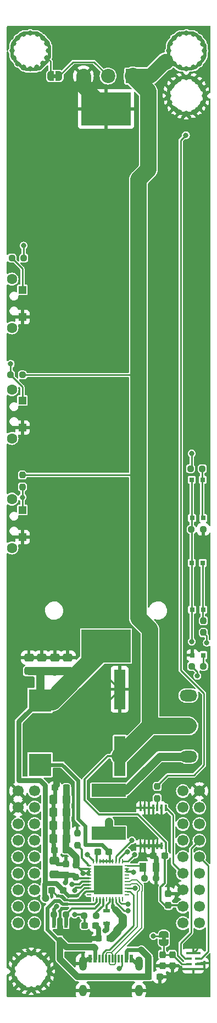
<source format=gtl>
%TF.GenerationSoftware,KiCad,Pcbnew,7.0.8*%
%TF.CreationDate,2023-11-02T15:01:11+01:00*%
%TF.ProjectId,led-tube,6c65642d-7475-4626-952e-6b696361645f,rev?*%
%TF.SameCoordinates,Original*%
%TF.FileFunction,Copper,L1,Top*%
%TF.FilePolarity,Positive*%
%FSLAX46Y46*%
G04 Gerber Fmt 4.6, Leading zero omitted, Abs format (unit mm)*
G04 Created by KiCad (PCBNEW 7.0.8) date 2023-11-02 15:01:11*
%MOMM*%
%LPD*%
G01*
G04 APERTURE LIST*
G04 Aperture macros list*
%AMRoundRect*
0 Rectangle with rounded corners*
0 $1 Rounding radius*
0 $2 $3 $4 $5 $6 $7 $8 $9 X,Y pos of 4 corners*
0 Add a 4 corners polygon primitive as box body*
4,1,4,$2,$3,$4,$5,$6,$7,$8,$9,$2,$3,0*
0 Add four circle primitives for the rounded corners*
1,1,$1+$1,$2,$3*
1,1,$1+$1,$4,$5*
1,1,$1+$1,$6,$7*
1,1,$1+$1,$8,$9*
0 Add four rect primitives between the rounded corners*
20,1,$1+$1,$2,$3,$4,$5,0*
20,1,$1+$1,$4,$5,$6,$7,0*
20,1,$1+$1,$6,$7,$8,$9,0*
20,1,$1+$1,$8,$9,$2,$3,0*%
%AMFreePoly0*
4,1,19,0.500000,-0.750000,0.000000,-0.750000,0.000000,-0.744911,-0.071157,-0.744911,-0.207708,-0.704816,-0.327430,-0.627875,-0.420627,-0.520320,-0.479746,-0.390866,-0.500000,-0.250000,-0.500000,0.250000,-0.479746,0.390866,-0.420627,0.520320,-0.327430,0.627875,-0.207708,0.704816,-0.071157,0.744911,0.000000,0.744911,0.000000,0.750000,0.500000,0.750000,0.500000,-0.750000,0.500000,-0.750000,
$1*%
%AMFreePoly1*
4,1,19,0.000000,0.744911,0.071157,0.744911,0.207708,0.704816,0.327430,0.627875,0.420627,0.520320,0.479746,0.390866,0.500000,0.250000,0.500000,-0.250000,0.479746,-0.390866,0.420627,-0.520320,0.327430,-0.627875,0.207708,-0.704816,0.071157,-0.744911,0.000000,-0.744911,0.000000,-0.750000,-0.500000,-0.750000,-0.500000,0.750000,0.000000,0.750000,0.000000,0.744911,0.000000,0.744911,
$1*%
G04 Aperture macros list end*
%TA.AperFunction,SMDPad,CuDef*%
%ADD10RoundRect,0.237500X-0.300000X-0.237500X0.300000X-0.237500X0.300000X0.237500X-0.300000X0.237500X0*%
%TD*%
%TA.AperFunction,SMDPad,CuDef*%
%ADD11RoundRect,0.237500X0.250000X0.237500X-0.250000X0.237500X-0.250000X-0.237500X0.250000X-0.237500X0*%
%TD*%
%TA.AperFunction,SMDPad,CuDef*%
%ADD12RoundRect,0.237500X0.237500X-0.250000X0.237500X0.250000X-0.237500X0.250000X-0.237500X-0.250000X0*%
%TD*%
%TA.AperFunction,SMDPad,CuDef*%
%ADD13RoundRect,0.250000X0.475000X-0.337500X0.475000X0.337500X-0.475000X0.337500X-0.475000X-0.337500X0*%
%TD*%
%TA.AperFunction,SMDPad,CuDef*%
%ADD14RoundRect,0.237500X-0.250000X-0.237500X0.250000X-0.237500X0.250000X0.237500X-0.250000X0.237500X0*%
%TD*%
%TA.AperFunction,SMDPad,CuDef*%
%ADD15RoundRect,0.250000X0.337500X0.475000X-0.337500X0.475000X-0.337500X-0.475000X0.337500X-0.475000X0*%
%TD*%
%TA.AperFunction,SMDPad,CuDef*%
%ADD16R,1.200000X1.200000*%
%TD*%
%TA.AperFunction,ComponentPad*%
%ADD17C,1.600000*%
%TD*%
%TA.AperFunction,SMDPad,CuDef*%
%ADD18RoundRect,0.237500X0.237500X-0.300000X0.237500X0.300000X-0.237500X0.300000X-0.237500X-0.300000X0*%
%TD*%
%TA.AperFunction,SMDPad,CuDef*%
%ADD19R,1.130000X1.380000*%
%TD*%
%TA.AperFunction,ComponentPad*%
%ADD20O,2.700000X1.800000*%
%TD*%
%TA.AperFunction,SMDPad,CuDef*%
%ADD21FreePoly0,270.000000*%
%TD*%
%TA.AperFunction,SMDPad,CuDef*%
%ADD22FreePoly1,270.000000*%
%TD*%
%TA.AperFunction,SMDPad,CuDef*%
%ADD23R,0.950000X0.400000*%
%TD*%
%TA.AperFunction,SMDPad,CuDef*%
%ADD24R,2.300000X0.350000*%
%TD*%
%TA.AperFunction,SMDPad,CuDef*%
%ADD25R,0.350000X0.650000*%
%TD*%
%TA.AperFunction,SMDPad,CuDef*%
%ADD26C,0.800000*%
%TD*%
%TA.AperFunction,ComponentPad*%
%ADD27R,2.200000X2.200000*%
%TD*%
%TA.AperFunction,ComponentPad*%
%ADD28C,2.200000*%
%TD*%
%TA.AperFunction,SMDPad,CuDef*%
%ADD29R,1.750000X6.200000*%
%TD*%
%TA.AperFunction,SMDPad,CuDef*%
%ADD30R,0.800000X0.800000*%
%TD*%
%TA.AperFunction,SMDPad,CuDef*%
%ADD31R,7.620000X5.080000*%
%TD*%
%TA.AperFunction,SMDPad,CuDef*%
%ADD32R,5.300000X2.000000*%
%TD*%
%TA.AperFunction,SMDPad,CuDef*%
%ADD33R,0.600000X1.300000*%
%TD*%
%TA.AperFunction,SMDPad,CuDef*%
%ADD34R,0.300000X1.300000*%
%TD*%
%TA.AperFunction,ComponentPad*%
%ADD35O,1.200000X2.200000*%
%TD*%
%TA.AperFunction,ComponentPad*%
%ADD36O,1.200000X1.800000*%
%TD*%
%TA.AperFunction,SMDPad,CuDef*%
%ADD37R,0.304801X0.990602*%
%TD*%
%TA.AperFunction,SMDPad,CuDef*%
%ADD38R,0.600000X1.070000*%
%TD*%
%TA.AperFunction,SMDPad,CuDef*%
%ADD39RoundRect,0.237500X-0.237500X0.250000X-0.237500X-0.250000X0.237500X-0.250000X0.237500X0.250000X0*%
%TD*%
%TA.AperFunction,SMDPad,CuDef*%
%ADD40RoundRect,0.237500X0.300000X0.237500X-0.300000X0.237500X-0.300000X-0.237500X0.300000X-0.237500X0*%
%TD*%
%TA.AperFunction,ComponentPad*%
%ADD41C,1.700000*%
%TD*%
%TA.AperFunction,SMDPad,CuDef*%
%ADD42R,0.660000X0.280000*%
%TD*%
%TA.AperFunction,SMDPad,CuDef*%
%ADD43R,0.280000X0.660000*%
%TD*%
%TA.AperFunction,SMDPad,CuDef*%
%ADD44R,4.420000X4.420000*%
%TD*%
%TA.AperFunction,SMDPad,CuDef*%
%ADD45R,3.500000X3.500000*%
%TD*%
%TA.AperFunction,SMDPad,CuDef*%
%ADD46R,1.070000X0.600000*%
%TD*%
%TA.AperFunction,SMDPad,CuDef*%
%ADD47FreePoly0,180.000000*%
%TD*%
%TA.AperFunction,SMDPad,CuDef*%
%ADD48FreePoly1,180.000000*%
%TD*%
%TA.AperFunction,ViaPad*%
%ADD49C,1.200000*%
%TD*%
%TA.AperFunction,ViaPad*%
%ADD50C,0.800000*%
%TD*%
%TA.AperFunction,Conductor*%
%ADD51C,0.600000*%
%TD*%
%TA.AperFunction,Conductor*%
%ADD52C,0.300000*%
%TD*%
%TA.AperFunction,Conductor*%
%ADD53C,1.300000*%
%TD*%
%TA.AperFunction,Conductor*%
%ADD54C,0.500000*%
%TD*%
%TA.AperFunction,Conductor*%
%ADD55C,0.800000*%
%TD*%
%TA.AperFunction,Conductor*%
%ADD56C,3.000000*%
%TD*%
%TA.AperFunction,Conductor*%
%ADD57C,0.250000*%
%TD*%
%TA.AperFunction,Conductor*%
%ADD58C,2.500000*%
%TD*%
%TA.AperFunction,Conductor*%
%ADD59C,2.300000*%
%TD*%
%TA.AperFunction,Conductor*%
%ADD60C,1.000000*%
%TD*%
%TA.AperFunction,Conductor*%
%ADD61C,0.200000*%
%TD*%
G04 APERTURE END LIST*
%TA.AperFunction,EtchedComponent*%
%TO.C,JP1*%
G36*
X624800000Y-540950000D02*
G01*
X624200000Y-540950000D01*
X624200000Y-540450000D01*
X624800000Y-540450000D01*
X624800000Y-540950000D01*
G37*
%TD.AperFunction*%
%TA.AperFunction,EtchedComponent*%
%TO.C,JP2*%
G36*
X607950000Y-408300000D02*
G01*
X607450000Y-408300000D01*
X607450000Y-407700000D01*
X607950000Y-407700000D01*
X607950000Y-408300000D01*
G37*
%TD.AperFunction*%
%TD*%
D10*
%TO.P,C2,1*%
%TO.N,GND*%
X622887487Y-527925070D03*
%TO.P,C2,2*%
%TO.N,+5V*%
X624612487Y-527925070D03*
%TD*%
D11*
%TO.P,R9,1*%
%TO.N,KEY*%
X602912500Y-436000000D03*
%TO.P,R9,2*%
%TO.N,Net-(R9-Pad2)*%
X601087500Y-436000000D03*
%TD*%
D12*
%TO.P,R15,1*%
%TO.N,IO34{slash}SECOND BUTTON*%
X602700000Y-471212500D03*
%TO.P,R15,2*%
%TO.N,+5V*%
X602700000Y-469387500D03*
%TD*%
D13*
%TO.P,C17,1*%
%TO.N,VBAT*%
X609700000Y-499537500D03*
%TO.P,C17,2*%
%TO.N,GND*%
X609700000Y-497462500D03*
%TD*%
D14*
%TO.P,R8,1*%
%TO.N,Net-(U5-LIGHT)*%
X628787500Y-498800000D03*
%TO.P,R8,2*%
%TO.N,Net-(U8-A)*%
X630612500Y-498800000D03*
%TD*%
D15*
%TO.P,C8,1*%
%TO.N,VSYS*%
X609537500Y-525300000D03*
%TO.P,C8,2*%
%TO.N,GND*%
X607462500Y-525300000D03*
%TD*%
D13*
%TO.P,C19,1*%
%TO.N,VBAT*%
X605700000Y-499537500D03*
%TO.P,C19,2*%
%TO.N,GND*%
X605700000Y-497462500D03*
%TD*%
D16*
%TO.P,SW2,1,1*%
%TO.N,IO33{slash}MAINBUTTON*%
X602700000Y-457900000D03*
%TO.P,SW2,2,2*%
%TO.N,GND*%
X602700000Y-462100000D03*
D17*
%TO.P,SW2,3,3*%
%TO.N,unconnected-(SW2-Pad3)*%
X601100000Y-463750000D03*
%TO.P,SW2,4,4*%
%TO.N,unconnected-(SW2-Pad4)*%
X601100000Y-456250000D03*
%TD*%
D18*
%TO.P,C15,1*%
%TO.N,GND*%
X624300000Y-544885000D03*
%TO.P,C15,2*%
%TO.N,Net-(JP1-B)*%
X624300000Y-543160000D03*
%TD*%
D19*
%TO.P,RT1,1,1*%
%TO.N,Net-(U5-NTC)*%
X621300000Y-529700000D03*
%TO.P,RT1,2,2*%
%TO.N,GND*%
X623300000Y-529700000D03*
%TD*%
D13*
%TO.P,C18,1*%
%TO.N,VBAT*%
X607700000Y-499537500D03*
%TO.P,C18,2*%
%TO.N,GND*%
X607700000Y-497462500D03*
%TD*%
D16*
%TO.P,SW1,1,1*%
%TO.N,Net-(R9-Pad2)*%
X602700000Y-440900000D03*
%TO.P,SW1,2,2*%
%TO.N,GND*%
X602700000Y-445100000D03*
D17*
%TO.P,SW1,3,3*%
%TO.N,unconnected-(SW1-Pad3)*%
X601100000Y-446750000D03*
%TO.P,SW1,4,4*%
%TO.N,unconnected-(SW1-Pad4)*%
X601100000Y-439250000D03*
%TD*%
D14*
%TO.P,R7,1*%
%TO.N,Net-(U5-L2)*%
X628611198Y-468400000D03*
%TO.P,R7,2*%
%TO.N,Net-(U4-C)*%
X630436198Y-468400000D03*
%TD*%
D20*
%TO.P,SW4,1,1*%
%TO.N,Net-(F1-Pad1)*%
X628300000Y-512700000D03*
%TO.P,SW4,2,2*%
%TO.N,+5V*%
X628300000Y-508000000D03*
%TO.P,SW4,3,3*%
%TO.N,unconnected-(SW4-Pad3)*%
X628300000Y-503300000D03*
%TD*%
D10*
%TO.P,C3,1*%
%TO.N,GND*%
X607237500Y-533300000D03*
%TO.P,C3,2*%
%TO.N,VBAT*%
X608962500Y-533300000D03*
%TD*%
%TO.P,C51,1*%
%TO.N,VBUS*%
X622137500Y-546600000D03*
%TO.P,C51,2*%
%TO.N,GND*%
X623862500Y-546600000D03*
%TD*%
D21*
%TO.P,JP1,1,A*%
%TO.N,+3.3V*%
X624500000Y-540050000D03*
D22*
%TO.P,JP1,2,B*%
%TO.N,Net-(JP1-B)*%
X624500000Y-541350000D03*
%TD*%
D23*
%TO.P,MIC1,1,Vdd*%
%TO.N,Net-(JP1-B)*%
X628340000Y-544600000D03*
%TO.P,MIC1,2,LR*%
%TO.N,GND*%
X629700000Y-544600000D03*
%TO.P,MIC1,3,CLK*%
%TO.N,IO12{slash}MIC CLK*%
X629700000Y-543760000D03*
%TO.P,MIC1,4,DOUT*%
%TO.N,IO32{slash}MIC DATA*%
X628340000Y-543760000D03*
D24*
%TO.P,MIC1,5,GND*%
%TO.N,GND*%
X629020000Y-542950000D03*
X629020000Y-545410000D03*
D25*
X630740000Y-544505000D03*
%TD*%
D26*
%TO.P,U11,1,1*%
%TO.N,GND*%
X604050000Y-548486400D03*
X603008600Y-548283200D03*
X605091400Y-548257800D03*
X602145000Y-547724400D03*
X606005800Y-547699000D03*
X601510000Y-546835400D03*
X606615400Y-546784600D03*
X601281400Y-545743200D03*
X606818600Y-545743200D03*
X606590000Y-544651000D03*
X601535400Y-544600200D03*
X602119600Y-543762000D03*
X606005800Y-543762000D03*
X603034000Y-543177800D03*
X605142200Y-543177800D03*
X604050000Y-543000000D03*
%TD*%
%TO.P,U10,1,1*%
%TO.N,GND*%
X625225600Y-411014600D03*
X625428800Y-409973200D03*
X625454200Y-412056000D03*
X625987600Y-409109600D03*
X626013000Y-412970400D03*
X626876600Y-408474600D03*
X626927400Y-413580000D03*
X627968800Y-408246000D03*
X627968800Y-413783200D03*
X629061000Y-413554600D03*
X629111800Y-408500000D03*
X629950000Y-409084200D03*
X629950000Y-412970400D03*
X630534200Y-409998600D03*
X630534200Y-412106800D03*
X630712000Y-411014600D03*
%TD*%
D11*
%TO.P,R2,1*%
%TO.N,Net-(U5-VOUT2)*%
X614062500Y-537200000D03*
%TO.P,R2,2*%
%TO.N,VREG*%
X612237500Y-537200000D03*
%TD*%
D15*
%TO.P,C10,1*%
%TO.N,VSYS*%
X609537500Y-523300000D03*
%TO.P,C10,2*%
%TO.N,GND*%
X607462500Y-523300000D03*
%TD*%
D12*
%TO.P,R5,1*%
%TO.N,Net-(U5-RSET)*%
X611150000Y-526312500D03*
%TO.P,R5,2*%
%TO.N,GND*%
X611150000Y-524487500D03*
%TD*%
D18*
%TO.P,C6,1*%
%TO.N,VMID*%
X609422500Y-530912500D03*
%TO.P,C6,2*%
%TO.N,GND*%
X609422500Y-529187500D03*
%TD*%
D26*
%TO.P,U15,1,1*%
%TO.N,Net-(JP2-B)*%
X603907800Y-406861400D03*
X602866400Y-406658200D03*
X604949200Y-406632800D03*
X602002800Y-406099400D03*
X605863600Y-406074000D03*
X601367800Y-405210400D03*
X606473200Y-405159600D03*
X601139200Y-404118200D03*
X606676400Y-404118200D03*
X606447800Y-403026000D03*
X601393200Y-402975200D03*
X601977400Y-402137000D03*
X605863600Y-402137000D03*
X602891800Y-401552800D03*
X605000000Y-401552800D03*
X603907800Y-401375000D03*
%TD*%
D16*
%TO.P,SW3,1,1*%
%TO.N,IO34{slash}SECOND BUTTON*%
X602700000Y-474750000D03*
%TO.P,SW3,2,2*%
%TO.N,GND*%
X602700000Y-478950000D03*
D17*
%TO.P,SW3,3,3*%
%TO.N,unconnected-(SW3-Pad3)*%
X601100000Y-480600000D03*
%TO.P,SW3,4,4*%
%TO.N,unconnected-(SW3-Pad4)*%
X601100000Y-473100000D03*
%TD*%
D12*
%TO.P,R6,1*%
%TO.N,Net-(U5-L1)*%
X630600000Y-493625000D03*
%TO.P,R6,2*%
%TO.N,Net-(U3-C)*%
X630600000Y-491800000D03*
%TD*%
D27*
%TO.P,P1,1,1*%
%TO.N,+5V*%
X619720000Y-408000000D03*
D28*
%TO.P,P1,2,2*%
%TO.N,LED DATA OUT*%
X615910000Y-408000000D03*
%TO.P,P1,3,3*%
%TO.N,GND*%
X612100000Y-408000000D03*
%TD*%
D11*
%TO.P,R4,1*%
%TO.N,GND*%
X623312500Y-531400000D03*
%TO.P,R4,2*%
%TO.N,Net-(U5-NTC)*%
X621487500Y-531400000D03*
%TD*%
D29*
%TO.P,C63,1,1*%
%TO.N,+5V*%
X617700000Y-512650000D03*
%TO.P,C63,2,2*%
%TO.N,GND*%
X617700000Y-502350000D03*
%TD*%
D14*
%TO.P,R10,1*%
%TO.N,VMID*%
X607587500Y-537000000D03*
%TO.P,R10,2*%
%TO.N,VBUSG*%
X609412500Y-537000000D03*
%TD*%
D30*
%TO.P,U4,1,A*%
%TO.N,Net-(U3-A)*%
X628847396Y-476000000D03*
%TO.P,U4,2,C*%
%TO.N,Net-(U4-C)*%
X630549200Y-476000000D03*
%TD*%
D15*
%TO.P,C12,1*%
%TO.N,VSYS*%
X609537500Y-519300000D03*
%TO.P,C12,2*%
%TO.N,GND*%
X607462500Y-519300000D03*
%TD*%
D13*
%TO.P,C20,1*%
%TO.N,VBAT*%
X603700000Y-499537500D03*
%TO.P,C20,2*%
%TO.N,GND*%
X603700000Y-497462500D03*
%TD*%
D31*
%TO.P,BT1,1,1*%
%TO.N,GND*%
X615600000Y-413090000D03*
%TO.P,BT1,2,2*%
%TO.N,VBAT*%
X615600000Y-495710000D03*
%TD*%
D30*
%TO.P,U9,1,A*%
%TO.N,Net-(U4-C)*%
X630500000Y-470100000D03*
%TO.P,U9,2,C*%
%TO.N,Net-(U3-A)*%
X628798196Y-470100000D03*
%TD*%
D32*
%TO.P,F1,1,1*%
%TO.N,Net-(F1-Pad1)*%
X616000000Y-517900000D03*
%TO.P,F1,2,2*%
%TO.N,VOUT1*%
X616000000Y-524500000D03*
%TD*%
D33*
%TO.P,U2,A1B12,GND*%
%TO.N,GND*%
X613120061Y-543807556D03*
%TO.P,U2,A4B9,VBUS*%
%TO.N,VBUS*%
X613919908Y-543807556D03*
D34*
%TO.P,U2,A5,CC1*%
%TO.N,USB-C CC1*%
X615070023Y-543807556D03*
%TO.P,U2,A6,DP1*%
%TO.N,USB-C DATA +*%
X616070023Y-543807556D03*
%TO.P,U2,A7,DN1*%
%TO.N,USB-C DATA -*%
X616569895Y-543807556D03*
%TO.P,U2,A8,SBU1*%
%TO.N,unconnected-(U2-SBU1-PadA8)*%
X617569895Y-543807556D03*
D33*
%TO.P,U2,B1A12,GND*%
%TO.N,GND*%
X619519857Y-543807556D03*
%TO.P,U2,B4A9,VBUS*%
%TO.N,VBUS*%
X618720010Y-543807556D03*
D34*
%TO.P,U2,B5,CC2*%
%TO.N,USB-C CC2*%
X618070023Y-543807556D03*
%TO.P,U2,B6,DP2*%
%TO.N,USB-C DATA +*%
X617070023Y-543807556D03*
%TO.P,U2,B7,DN2*%
%TO.N,USB-C DATA -*%
X615569895Y-543807556D03*
%TO.P,U2,B8,SBU2*%
%TO.N,unconnected-(U2-SBU2-PadB8)*%
X614569895Y-543807556D03*
D35*
%TO.P,U2,SHELL,SHELL*%
%TO.N,GND*%
X611999918Y-544550000D03*
D36*
X611999918Y-548730086D03*
D35*
X620640000Y-544550000D03*
D36*
X620640000Y-548730086D03*
%TD*%
D37*
%TO.P,U6,1,1A*%
%TO.N,IO16{slash}LED1*%
X624799949Y-520600000D03*
%TO.P,U6,2,1B*%
%TO.N,GND*%
X624149962Y-520600000D03*
%TO.P,U6,3,1Y*%
%TO.N,Net-(U6-1Y)*%
X623499974Y-520600000D03*
%TO.P,U6,4,2A*%
%TO.N,GND*%
X622849987Y-520600000D03*
%TO.P,U6,5,2B*%
X622200000Y-520600000D03*
%TO.P,U6,6,2Y*%
X621550012Y-520600000D03*
%TO.P,U6,7,GND*%
X620900025Y-520600000D03*
%TO.P,U6,8,3Y*%
X620900025Y-526450140D03*
%TO.P,U6,9,3A*%
X621550012Y-526450140D03*
%TO.P,U6,10,3B*%
X622200000Y-526450140D03*
%TO.P,U6,11,4Y*%
X622849987Y-526450140D03*
%TO.P,U6,12,4A*%
X623499974Y-526450140D03*
%TO.P,U6,13,4B*%
X624149962Y-526450140D03*
%TO.P,U6,14,VCC*%
%TO.N,+5V*%
X624799949Y-526450140D03*
%TD*%
D18*
%TO.P,C1,1*%
%TO.N,+5V*%
X625200000Y-535562500D03*
%TO.P,C1,2*%
%TO.N,GND*%
X625200000Y-533837500D03*
%TD*%
D15*
%TO.P,C11,1*%
%TO.N,VSYS*%
X609537500Y-521300000D03*
%TO.P,C11,2*%
%TO.N,GND*%
X607462500Y-521300000D03*
%TD*%
D38*
%TO.P,Q1,1,G*%
%TO.N,VBUSG*%
X609450000Y-538520000D03*
%TO.P,Q1,2,S*%
%TO.N,VMID*%
X607550000Y-538520000D03*
%TO.P,Q1,3,D*%
%TO.N,VBUS*%
X608500000Y-541000000D03*
%TD*%
D39*
%TO.P,R3,1*%
%TO.N,VSYS*%
X610950000Y-529437500D03*
%TO.P,R3,2*%
%TO.N,VMID*%
X610950000Y-531262500D03*
%TD*%
D18*
%TO.P,C16,1*%
%TO.N,GND*%
X625800000Y-544885000D03*
%TO.P,C16,2*%
%TO.N,Net-(JP1-B)*%
X625800000Y-543160000D03*
%TD*%
D30*
%TO.P,U3,1,A*%
%TO.N,Net-(U3-A)*%
X628847396Y-490100000D03*
%TO.P,U3,2,C*%
%TO.N,Net-(U3-C)*%
X630549200Y-490100000D03*
%TD*%
%TO.P,U8,1,A*%
%TO.N,Net-(U8-A)*%
X630600000Y-497100000D03*
%TO.P,U8,2,C*%
%TO.N,GND*%
X628898196Y-497100000D03*
%TD*%
D10*
%TO.P,C7,1*%
%TO.N,GND*%
X607660000Y-527100000D03*
%TO.P,C7,2*%
%TO.N,VSYS*%
X609385000Y-527100000D03*
%TD*%
D40*
%TO.P,C13,1*%
%TO.N,VSYS*%
X609462500Y-517500000D03*
%TO.P,C13,2*%
%TO.N,GND*%
X607737500Y-517500000D03*
%TD*%
D11*
%TO.P,R13,1*%
%TO.N,GND*%
X630562500Y-477750000D03*
%TO.P,R13,2*%
%TO.N,Net-(U3-A)*%
X628737500Y-477750000D03*
%TD*%
D14*
%TO.P,R14,1*%
%TO.N,IO33{slash}MAINBUTTON*%
X600887500Y-454000000D03*
%TO.P,R14,2*%
%TO.N,+5V*%
X602712500Y-454000000D03*
%TD*%
D13*
%TO.P,C5,1*%
%TO.N,VMID*%
X607622500Y-530837500D03*
%TO.P,C5,2*%
%TO.N,GND*%
X607622500Y-528762500D03*
%TD*%
D40*
%TO.P,C52,1*%
%TO.N,VOUT1*%
X616162500Y-540650000D03*
%TO.P,C52,2*%
%TO.N,GND*%
X614437500Y-540650000D03*
%TD*%
D41*
%TO.P,U1,1,GND*%
%TO.N,GND*%
X602027300Y-518005700D03*
%TO.P,U1,2,GND\u002A*%
X602027300Y-520545700D03*
%TO.P,U1,3,S_VN*%
%TO.N,unconnected-(U1-S_VN-Pad3)*%
X602027300Y-523085700D03*
%TO.P,U1,4,IO35*%
%TO.N,unconnected-(U1-IO35-Pad4)*%
X602027300Y-525625700D03*
%TO.P,U1,5,IO33*%
%TO.N,IO33{slash}MAINBUTTON*%
X602027300Y-528165700D03*
%TO.P,U1,6,IO34*%
%TO.N,IO34{slash}SECOND BUTTON*%
X602027300Y-530705700D03*
%TO.P,U1,7,IO14*%
%TO.N,unconnected-(U1-IO14-Pad7)*%
X602027300Y-533245700D03*
%TO.P,U1,8,3v3\u002A*%
%TO.N,unconnected-(U1-3v3\u002A-Pad8)*%
X602027300Y-535785700D03*
%TO.P,U1,9,5vF\u002A*%
%TO.N,unconnected-(U1-5vF\u002A-Pad9)*%
X602027300Y-538325700D03*
%TO.P,U1,10,EN*%
%TO.N,unconnected-(U1-EN-Pad10)*%
X604567300Y-518005700D03*
%TO.P,U1,11,S_VP*%
%TO.N,unconnected-(U1-S_VP-Pad11)*%
X604567300Y-520545700D03*
%TO.P,U1,12,IO26*%
%TO.N,unconnected-(U1-IO26-Pad12)*%
X604567300Y-523085700D03*
%TO.P,U1,13,IO18*%
%TO.N,unconnected-(U1-IO18-Pad13)*%
X604567300Y-525625700D03*
%TO.P,U1,14,IO19*%
%TO.N,unconnected-(U1-IO19-Pad14)*%
X604567300Y-528165700D03*
%TO.P,U1,15,IO23*%
%TO.N,unconnected-(U1-IO23-Pad15)*%
X604567300Y-530705700D03*
%TO.P,U1,16,IO5*%
%TO.N,unconnected-(U1-IO5-Pad16)*%
X604567300Y-533245700D03*
%TO.P,U1,17,3v3*%
%TO.N,+3.3V*%
X604567300Y-535785700D03*
%TO.P,U1,18,IO13*%
%TO.N,unconnected-(U1-IO13-Pad18)*%
X604567300Y-538325700D03*
%TO.P,U1,19,TXD*%
%TO.N,unconnected-(U1-TXD-Pad19)*%
X627427300Y-518005700D03*
%TO.P,U1,20,RXD*%
%TO.N,unconnected-(U1-RXD-Pad20)*%
X627427300Y-520545700D03*
%TO.P,U1,21,IO22*%
%TO.N,unconnected-(U1-IO22-Pad21)*%
X627427300Y-523085700D03*
%TO.P,U1,22,IO21*%
%TO.N,unconnected-(U1-IO21-Pad22)*%
X627427300Y-525625700D03*
%TO.P,U1,23,IO17*%
%TO.N,unconnected-(U1-IO17-Pad23)*%
X627427300Y-528165700D03*
%TO.P,U1,24,IO16*%
%TO.N,IO16{slash}LED1*%
X627427300Y-530705700D03*
%TO.P,U1,25,GND*%
%TO.N,GND*%
X627427300Y-533245700D03*
%TO.P,U1,26,5v0*%
%TO.N,+5V*%
X627427300Y-535785700D03*
%TO.P,U1,27,IO15*%
%TO.N,unconnected-(U1-IO15-Pad27)*%
X627427300Y-538325700D03*
%TO.P,U1,28,GND*%
%TO.N,GND*%
X629967300Y-518005700D03*
%TO.P,U1,29,IO27*%
%TO.N,unconnected-(U1-IO27-Pad29)*%
X629967300Y-520545700D03*
%TO.P,U1,30,IO25*%
%TO.N,unconnected-(U1-IO25-Pad30)*%
X629967300Y-523085700D03*
%TO.P,U1,31,IO32*%
%TO.N,IO32{slash}MIC DATA*%
X629967300Y-525625700D03*
%TO.P,U1,32,IO12*%
%TO.N,IO12{slash}MIC CLK*%
X629967300Y-528165700D03*
%TO.P,U1,33,IO_4*%
%TO.N,unconnected-(U1-IO_4-Pad33)*%
X629967300Y-530705700D03*
%TO.P,U1,34,IO_0*%
%TO.N,unconnected-(U1-IO_0-Pad34)*%
X629967300Y-533245700D03*
%TO.P,U1,35,IO_2*%
%TO.N,unconnected-(U1-IO_2-Pad35)*%
X629967300Y-535785700D03*
%TO.P,U1,36,NC*%
%TO.N,unconnected-(U1-NC-Pad36)*%
X629967300Y-538325700D03*
%TD*%
D26*
%TO.P,U14,1,1*%
%TO.N,+5V*%
X627994200Y-406871600D03*
X626952800Y-406668400D03*
X629035600Y-406643000D03*
X626089200Y-406109600D03*
X629950000Y-406084200D03*
X625454200Y-405220600D03*
X630559600Y-405169800D03*
X625225600Y-404128400D03*
X630762800Y-404128400D03*
X630534200Y-403036200D03*
X625479600Y-402985400D03*
X626063800Y-402147200D03*
X629950000Y-402147200D03*
X626978200Y-401563000D03*
X629086400Y-401563000D03*
X627994200Y-401385200D03*
%TD*%
D42*
%TO.P,U5,1,DPA2*%
%TO.N,unconnected-(U5-DPA2-Pad1)*%
X618810000Y-533950000D03*
%TO.P,U5,2,CC1*%
%TO.N,USB-C CC1*%
X618810000Y-533450000D03*
%TO.P,U5,3,CC2*%
%TO.N,USB-C CC2*%
X618810000Y-532950000D03*
%TO.P,U5,4,DMC*%
%TO.N,USB-C DATA -*%
X618810000Y-532450000D03*
%TO.P,U5,5,DPC*%
%TO.N,USB-C DATA +*%
X618810000Y-531950000D03*
%TO.P,U5,6,DMB*%
%TO.N,DMB*%
X618810000Y-531450000D03*
%TO.P,U5,7,DPB*%
%TO.N,DPB*%
X618810000Y-530950000D03*
%TO.P,U5,8,VSYS*%
%TO.N,VSYS*%
X618810000Y-530450000D03*
%TO.P,U5,9,VSYS*%
X618810000Y-529950000D03*
%TO.P,U5,10,NTC*%
%TO.N,Net-(U5-NTC)*%
X618810000Y-529450000D03*
D43*
%TO.P,U5,11,L1*%
%TO.N,Net-(U5-L1)*%
X618150000Y-528790000D03*
%TO.P,U5,12,L2*%
%TO.N,Net-(U5-L2)*%
X617650000Y-528790000D03*
%TO.P,U5,13,L3*%
%TO.N,Net-(U3-A)*%
X617150000Y-528790000D03*
%TO.P,U5,14,LX*%
%TO.N,Net-(C9-Pad1)*%
X616650000Y-528790000D03*
%TO.P,U5,15,LX*%
X616150000Y-528790000D03*
%TO.P,U5,16,LX*%
X615650000Y-528790000D03*
%TO.P,U5,17,LX*%
X615150000Y-528790000D03*
%TO.P,U5,18,LX*%
X614650000Y-528790000D03*
%TO.P,U5,19,BST*%
%TO.N,Net-(U5-BST)*%
X614150000Y-528790000D03*
%TO.P,U5,20,LIGHT*%
%TO.N,Net-(U5-LIGHT)*%
X613650000Y-528790000D03*
D42*
%TO.P,U5,21,RSET*%
%TO.N,Net-(U5-RSET)*%
X612990000Y-529450000D03*
%TO.P,U5,22,VSYS*%
%TO.N,VSYS*%
X612990000Y-529950000D03*
%TO.P,U5,23,VSYS*%
X612990000Y-530450000D03*
%TO.P,U5,24,VSP*%
X612990000Y-530950000D03*
%TO.P,U5,25,VSN*%
%TO.N,VMID*%
X612990000Y-531450000D03*
%TO.P,U5,26,KEY*%
%TO.N,KEY*%
X612990000Y-531950000D03*
%TO.P,U5,27,VREG*%
%TO.N,VREG*%
X612990000Y-532450000D03*
%TO.P,U5,28,BAT*%
%TO.N,VBAT*%
X612990000Y-532950000D03*
%TO.P,U5,29,AGND*%
%TO.N,GND*%
X612990000Y-533450000D03*
%TO.P,U5,30,VIN*%
%TO.N,VIN*%
X612990000Y-533950000D03*
D43*
%TO.P,U5,31,VING*%
%TO.N,VING*%
X613650000Y-534610000D03*
%TO.P,U5,32,VBUS*%
%TO.N,VBUS*%
X614150000Y-534610000D03*
%TO.P,U5,33,VBUSG*%
%TO.N,VBUSG*%
X614650000Y-534610000D03*
%TO.P,U5,34,VOUT2*%
%TO.N,Net-(U5-VOUT2)*%
X615150000Y-534610000D03*
%TO.P,U5,35,VOUT2G*%
%TO.N,unconnected-(U5-VOUT2G-Pad35)*%
X615650000Y-534610000D03*
%TO.P,U5,36,VOUT1G*%
%TO.N,VOUT1G*%
X616150000Y-534610000D03*
%TO.P,U5,37,VOUT1*%
%TO.N,VOUT1*%
X616650000Y-534610000D03*
%TO.P,U5,38,DMA1*%
%TO.N,DMA1*%
X617150000Y-534610000D03*
%TO.P,U5,39,DPA1*%
%TO.N,DPA1*%
X617650000Y-534610000D03*
%TO.P,U5,40,DMA2*%
%TO.N,unconnected-(U5-DMA2-Pad40)*%
X618150000Y-534610000D03*
D44*
%TO.P,U5,41,EPAD*%
%TO.N,GND*%
X615900000Y-531700000D03*
%TD*%
D10*
%TO.P,C4,1*%
%TO.N,VREG*%
X612287500Y-538700000D03*
%TO.P,C4,2*%
%TO.N,GND*%
X614012500Y-538700000D03*
%TD*%
D45*
%TO.P,L1,1,1*%
%TO.N,Net-(C9-Pad1)*%
X605400000Y-513950000D03*
%TO.P,L1,2,2*%
%TO.N,VBAT*%
X605400000Y-504050000D03*
%TD*%
D46*
%TO.P,Q2,1,G*%
%TO.N,VOUT1G*%
X615660000Y-536450000D03*
%TO.P,Q2,2,S*%
%TO.N,VMID*%
X615660000Y-538350000D03*
%TO.P,Q2,3,D*%
%TO.N,VOUT1*%
X618140000Y-537400000D03*
%TD*%
D30*
%TO.P,U7,1,A*%
%TO.N,Net-(U3-C)*%
X630500000Y-482900000D03*
%TO.P,U7,2,C*%
%TO.N,Net-(U3-A)*%
X628798196Y-482900000D03*
%TD*%
D40*
%TO.P,C9,1*%
%TO.N,Net-(C9-Pad1)*%
X616012500Y-527350000D03*
%TO.P,C9,2*%
%TO.N,Net-(U5-BST)*%
X614287500Y-527350000D03*
%TD*%
D39*
%TO.P,R1,1*%
%TO.N,LED DATA OUT*%
X623500000Y-517287500D03*
%TO.P,R1,2*%
%TO.N,Net-(U6-1Y)*%
X623500000Y-519112500D03*
%TD*%
D47*
%TO.P,JP2,1,A*%
%TO.N,LED DATA OUT*%
X608350000Y-408000000D03*
D48*
%TO.P,JP2,2,B*%
%TO.N,Net-(JP2-B)*%
X607050000Y-408000000D03*
%TD*%
D49*
%TO.N,VBAT*%
X611005000Y-500305000D03*
X606241017Y-534455306D03*
D50*
%TO.N,VSYS*%
X612061079Y-530700500D03*
X619850000Y-530500000D03*
%TO.N,VMID*%
X609350000Y-532100000D03*
X615437000Y-539500000D03*
X607991565Y-535780521D03*
%TO.N,VREG*%
X610755383Y-533284963D03*
X610750000Y-537000000D03*
D49*
%TO.N,VOUT1*%
X617250000Y-539450000D03*
X616000000Y-522700000D03*
D50*
%TO.N,LED DATA OUT*%
X627900000Y-417100000D03*
%TO.N,Net-(U5-L1)*%
X631124500Y-495200000D03*
X620000000Y-527800000D03*
%TO.N,Net-(U5-L2)*%
X628800000Y-466100000D03*
X618900000Y-527400000D03*
%TO.N,Net-(U5-LIGHT)*%
X629675500Y-500300000D03*
X612700000Y-527800000D03*
%TO.N,Net-(U3-A)*%
X628800000Y-495000000D03*
X619600000Y-525600000D03*
%TO.N,+3.3V*%
X622900000Y-540300000D03*
%TO.N,GND*%
X615100000Y-499750000D03*
X611600000Y-508800000D03*
D49*
X611000000Y-540700500D03*
D50*
X608150000Y-515600000D03*
D49*
X610469959Y-543450623D03*
D50*
X612150000Y-534600000D03*
X629650000Y-541800000D03*
%TO.N,KEY*%
X602900000Y-434100000D03*
X610372889Y-532361543D03*
%TO.N,DMA1*%
X618950000Y-536399503D03*
%TO.N,DPA1*%
X618950000Y-535400000D03*
%TO.N,IO33{slash}MAINBUTTON*%
X600900000Y-452300000D03*
%TO.N,IO34{slash}SECOND BUTTON*%
X602700000Y-472800000D03*
%TO.N,USB-C CC2*%
X620050000Y-532950000D03*
X617619959Y-545351072D03*
%TD*%
D51*
%TO.N,Net-(C9-Pad1)*%
X611300000Y-516400000D02*
X608850000Y-513950000D01*
X616012500Y-527350000D02*
X614962500Y-526300000D01*
D52*
X614650000Y-528790000D02*
X616650000Y-528790000D01*
X616150000Y-528790000D02*
X616150000Y-527487500D01*
D51*
X612400000Y-526300000D02*
X612400000Y-523400000D01*
D52*
X616150000Y-527487500D02*
X616012500Y-527350000D01*
D51*
X614962500Y-526300000D02*
X612400000Y-526300000D01*
X612400000Y-523400000D02*
X611300000Y-522300000D01*
X608850000Y-513950000D02*
X605400000Y-513950000D01*
X611300000Y-522300000D02*
X611300000Y-516400000D01*
D53*
%TO.N,VBAT*%
X605700000Y-499537500D02*
X607700000Y-499537500D01*
D54*
X611107106Y-534157106D02*
X611307106Y-533957106D01*
D55*
X606100000Y-532300000D02*
X606200000Y-532200000D01*
X606200000Y-532200000D02*
X606200000Y-517150000D01*
X607862500Y-532200000D02*
X608962500Y-533300000D01*
X602150000Y-507300000D02*
X605400000Y-504050000D01*
X606100000Y-534314289D02*
X606100000Y-532300000D01*
D52*
X612314212Y-532950000D02*
X611307106Y-533957106D01*
D55*
X602150000Y-516400000D02*
X602150000Y-507300000D01*
X606200000Y-517150000D02*
X605450000Y-516400000D01*
X605450000Y-516400000D02*
X602150000Y-516400000D01*
D53*
X603700000Y-499537500D02*
X605700000Y-499537500D01*
X605400000Y-499837500D02*
X605700000Y-499537500D01*
D52*
X612314212Y-532950000D02*
X612990000Y-532950000D01*
D53*
X607700000Y-499537500D02*
X609700000Y-499537500D01*
D55*
X606241017Y-534455306D02*
X606100000Y-534314289D01*
X606200000Y-532200000D02*
X607862500Y-532200000D01*
D56*
X605400000Y-504050000D02*
X607260000Y-504050000D01*
X607260000Y-504050000D02*
X611005000Y-500305000D01*
D51*
X609762500Y-534100000D02*
X608962500Y-533300000D01*
D54*
X609819606Y-534157106D02*
X611107106Y-534157106D01*
D53*
X605400000Y-504050000D02*
X605400000Y-499837500D01*
X607600000Y-499637500D02*
X607700000Y-499537500D01*
D56*
X611005000Y-500305000D02*
X615600000Y-495710000D01*
D54*
%TO.N,+5V*%
X626095000Y-402147200D02*
X626748764Y-401493436D01*
X626120400Y-406109600D02*
X625451604Y-405440804D01*
X629397000Y-401563000D02*
X629981200Y-402147200D01*
X628025400Y-406871600D02*
X627187200Y-406871600D01*
D57*
X620587500Y-469387500D02*
X620600000Y-469400000D01*
D52*
X620500000Y-521600000D02*
X624799949Y-525899949D01*
D54*
X625510800Y-402985400D02*
X625510800Y-402731400D01*
D52*
X624662500Y-535562500D02*
X625200000Y-535562500D01*
D54*
X625485400Y-405220600D02*
X625256800Y-404992000D01*
X625256800Y-404128400D02*
X625256800Y-403239400D01*
D57*
X624799949Y-526450140D02*
X624799949Y-527737608D01*
D52*
X612300000Y-516200000D02*
X612300000Y-519400000D01*
D58*
X620600000Y-454000000D02*
X620600000Y-423900000D01*
D54*
X625256800Y-403239400D02*
X625510800Y-402985400D01*
X625510800Y-402731400D02*
X626095000Y-402147200D01*
X628838200Y-406871600D02*
X629066800Y-406643000D01*
X629981200Y-406084200D02*
X629321976Y-406743424D01*
D58*
X620600000Y-469400000D02*
X620600000Y-454000000D01*
D54*
X626679200Y-406668400D02*
X626120400Y-406109600D01*
D58*
X620600000Y-423900000D02*
X622100000Y-422400000D01*
D54*
X628025400Y-406871600D02*
X628838200Y-406871600D01*
D57*
X602712500Y-454000000D02*
X620600000Y-454000000D01*
D52*
X615850000Y-512650000D02*
X612300000Y-516200000D01*
D54*
X630794000Y-403264800D02*
X630794000Y-404128400D01*
X628939800Y-401385200D02*
X629117600Y-401563000D01*
D59*
X622400000Y-408000000D02*
X624697563Y-405702437D01*
D52*
X614500000Y-521600000D02*
X620500000Y-521600000D01*
X624000000Y-532800000D02*
X624000000Y-534900000D01*
D54*
X626984000Y-406668400D02*
X626679200Y-406668400D01*
X630590800Y-405474600D02*
X629981200Y-406084200D01*
X630565400Y-403036200D02*
X630794000Y-403264800D01*
D58*
X622100000Y-422400000D02*
X622100000Y-410380000D01*
X622350000Y-493151930D02*
X620600000Y-491401930D01*
D54*
X629321976Y-406743424D02*
X629066800Y-406743424D01*
D57*
X602700000Y-469387500D02*
X620587500Y-469387500D01*
D54*
X628025400Y-401385200D02*
X628939800Y-401385200D01*
D59*
X619720000Y-408000000D02*
X622400000Y-408000000D01*
D52*
X627204100Y-535562500D02*
X627427300Y-535785700D01*
D59*
X624697563Y-405702437D02*
X624850563Y-405855437D01*
D58*
X622350000Y-508000000D02*
X628300000Y-508000000D01*
D52*
X612300000Y-519400000D02*
X614500000Y-521600000D01*
D54*
X628025400Y-401385200D02*
X627187200Y-401385200D01*
D58*
X622350000Y-508000000D02*
X622350000Y-493151930D01*
X617700000Y-512650000D02*
X622350000Y-508000000D01*
D52*
X624000000Y-534900000D02*
X624662500Y-535562500D01*
D54*
X627187200Y-406871600D02*
X626984000Y-406668400D01*
X625451604Y-405440804D02*
X625451604Y-405254396D01*
D52*
X617700000Y-512650000D02*
X615850000Y-512650000D01*
D53*
X617700000Y-512650000D02*
X617650000Y-512650000D01*
D52*
X624799949Y-525899949D02*
X624799949Y-526450140D01*
D54*
X629981200Y-402147200D02*
X630611706Y-402777706D01*
X626748764Y-401493436D02*
X627009400Y-401493436D01*
D52*
X625200000Y-535562500D02*
X627204100Y-535562500D01*
D54*
X630794000Y-404966600D02*
X630590800Y-405169800D01*
X627187200Y-401385200D02*
X627009400Y-401563000D01*
D52*
X624612487Y-532187513D02*
X624000000Y-532800000D01*
D58*
X620600000Y-491401930D02*
X620600000Y-469400000D01*
D57*
X624799949Y-527737608D02*
X624612487Y-527925070D01*
D54*
X629117600Y-401563000D02*
X629397000Y-401563000D01*
X630611706Y-402777706D02*
X630611706Y-402989894D01*
X625256800Y-404992000D02*
X625256800Y-404128400D01*
X630794000Y-404128400D02*
X630794000Y-404966600D01*
D58*
X622100000Y-410380000D02*
X619720000Y-408000000D01*
D52*
X624612487Y-527925070D02*
X624612487Y-532187513D01*
D54*
X630590800Y-405169800D02*
X630590800Y-405474600D01*
D52*
%TO.N,VSYS*%
X612990000Y-529950000D02*
X611512500Y-529950000D01*
D60*
X609922500Y-527100000D02*
X609385000Y-527100000D01*
D52*
X619800000Y-530450000D02*
X619850000Y-530500000D01*
X612739500Y-530700500D02*
X612990000Y-530450000D01*
X612990000Y-529950000D02*
X612990000Y-530950000D01*
D60*
X609537500Y-523300000D02*
X609537500Y-521300000D01*
D52*
X618810000Y-529950000D02*
X618810000Y-530450000D01*
X612061079Y-530700500D02*
X612061079Y-530498579D01*
D60*
X609537500Y-517575000D02*
X609462500Y-517500000D01*
D52*
X611512500Y-529950000D02*
X611000000Y-529437500D01*
D60*
X609537500Y-521300000D02*
X609537500Y-519300000D01*
X609537500Y-525300000D02*
X609537500Y-523300000D01*
X611000000Y-528177500D02*
X609922500Y-527100000D01*
X611000000Y-528177500D02*
X611000000Y-529437500D01*
X609537500Y-519300000D02*
X609537500Y-517575000D01*
X609385000Y-525452500D02*
X609537500Y-525300000D01*
D52*
X612061079Y-530700500D02*
X612739500Y-530700500D01*
D60*
X609385000Y-527100000D02*
X609385000Y-525452500D01*
D52*
X612061079Y-530498579D02*
X611000000Y-529437500D01*
X618810000Y-530450000D02*
X619800000Y-530450000D01*
D51*
%TO.N,VMID*%
X607550000Y-537037500D02*
X607587500Y-537000000D01*
D55*
X615437000Y-539500000D02*
X615660000Y-539277000D01*
D51*
X607991565Y-535780521D02*
X607587500Y-536184586D01*
D60*
X607697500Y-530912500D02*
X607622500Y-530837500D01*
D55*
X615660000Y-539277000D02*
X615660000Y-538350000D01*
D51*
X607550000Y-538520000D02*
X607550000Y-537037500D01*
X609422500Y-530912500D02*
X609422500Y-532027500D01*
D55*
X609422500Y-530912500D02*
X610600000Y-530912500D01*
D51*
X607587500Y-536184586D02*
X607587500Y-537000000D01*
X609422500Y-532027500D02*
X609350000Y-532100000D01*
D52*
X612990000Y-531450000D02*
X611187500Y-531450000D01*
D60*
X609422500Y-530912500D02*
X607697500Y-530912500D01*
D52*
X611187500Y-531450000D02*
X611000000Y-531262500D01*
D55*
X610600000Y-530912500D02*
X610950000Y-531262500D01*
D52*
%TO.N,Net-(U5-BST)*%
X614150000Y-528790000D02*
X614150000Y-527487500D01*
X614150000Y-527487500D02*
X614287500Y-527350000D01*
D57*
%TO.N,Net-(JP1-B)*%
X624300000Y-543160000D02*
X625800000Y-543160000D01*
X627240000Y-544600000D02*
X628340000Y-544600000D01*
X625800000Y-543160000D02*
X627240000Y-544600000D01*
X624500000Y-542960000D02*
X624300000Y-543160000D01*
X624500000Y-541350000D02*
X624500000Y-542960000D01*
D52*
%TO.N,VREG*%
X610755383Y-533284963D02*
X610683550Y-533213130D01*
X610750000Y-537000000D02*
X612037500Y-537000000D01*
X610683550Y-533111543D02*
X610933550Y-532861543D01*
X612287500Y-538700000D02*
X612287500Y-537250000D01*
X610933550Y-532861543D02*
X611695563Y-532861543D01*
X610683550Y-533213130D02*
X610683550Y-533111543D01*
X612037500Y-537000000D02*
X612237500Y-537200000D01*
X612287500Y-537250000D02*
X612237500Y-537200000D01*
X612107106Y-532450000D02*
X612990000Y-532450000D01*
X611695563Y-532861543D02*
X612107106Y-532450000D01*
%TO.N,VBUS*%
X609650000Y-535400000D02*
X613824976Y-535400000D01*
D60*
X611200000Y-546600000D02*
X608500000Y-543900000D01*
D51*
X606500000Y-539300000D02*
X608200000Y-541000000D01*
D54*
X608883837Y-535400000D02*
X608364358Y-534880521D01*
D51*
X607619479Y-534880521D02*
X606500000Y-536000000D01*
D60*
X622137500Y-546600000D02*
X611200000Y-546600000D01*
D51*
X606500000Y-536000000D02*
X606500000Y-539300000D01*
X613919908Y-543807556D02*
X613919908Y-542151123D01*
D60*
X609500000Y-542000000D02*
X608500000Y-541000000D01*
D51*
X618720010Y-543807556D02*
X618720010Y-542651021D01*
D54*
X609650000Y-535400000D02*
X608883837Y-535400000D01*
D51*
X618919959Y-542451072D02*
X621019959Y-542451072D01*
D52*
X613824976Y-535400000D02*
X614150000Y-535074976D01*
D60*
X613768785Y-542000000D02*
X609500000Y-542000000D01*
D51*
X618720010Y-542651021D02*
X618919959Y-542451072D01*
X613919908Y-542151123D02*
X613919959Y-542151072D01*
D52*
X614150000Y-535074976D02*
X614150000Y-534610000D01*
D60*
X608500000Y-543900000D02*
X608500000Y-541000000D01*
X613919908Y-542151123D02*
X613768785Y-542000000D01*
X622137500Y-546600000D02*
X622137500Y-543568613D01*
X622137500Y-543568613D02*
X621019959Y-542451072D01*
D51*
X608364358Y-534880521D02*
X607619479Y-534880521D01*
X608200000Y-541000000D02*
X608500000Y-541000000D01*
D52*
%TO.N,VOUT1*%
X616650000Y-534610000D02*
X616650000Y-535600000D01*
D53*
X618140000Y-537400000D02*
X618140000Y-538560000D01*
X617250000Y-539667767D02*
X616342767Y-540575000D01*
D60*
X618140000Y-537400000D02*
X617020000Y-536280000D01*
D51*
X617020000Y-536280000D02*
X616650000Y-535910000D01*
D53*
X618140000Y-538560000D02*
X617325000Y-539375000D01*
X616000000Y-522700000D02*
X616000000Y-524500000D01*
D51*
X616650000Y-535910000D02*
X616650000Y-535600000D01*
D53*
X617250000Y-539450000D02*
X617250000Y-539667767D01*
%TO.N,Net-(F1-Pad1)*%
X623850000Y-512700000D02*
X628300000Y-512700000D01*
X618650000Y-517900000D02*
X623850000Y-512700000D01*
X616000000Y-517900000D02*
X618650000Y-517900000D01*
D57*
%TO.N,LED DATA OUT*%
X629100000Y-515600000D02*
X625100000Y-515600000D01*
X627900000Y-417100000D02*
X627100000Y-417900000D01*
X615910000Y-408000000D02*
X613737572Y-405827572D01*
X630700000Y-514000000D02*
X629100000Y-515600000D01*
X627100000Y-499400000D02*
X630700000Y-503000000D01*
X613737572Y-405827572D02*
X610522428Y-405827572D01*
X625100000Y-515600000D02*
X623500000Y-517200000D01*
X610522428Y-405827572D02*
X608350000Y-408000000D01*
X630700000Y-503000000D02*
X630700000Y-514000000D01*
X623500000Y-517200000D02*
X623500000Y-517287500D01*
X627100000Y-417900000D02*
X627100000Y-499400000D01*
%TO.N,IO12{slash}MIC CLK*%
X629700000Y-543760000D02*
X630240000Y-543760000D01*
X631300000Y-542700000D02*
X631300000Y-529498400D01*
X631300000Y-529498400D02*
X629967300Y-528165700D01*
X630240000Y-543760000D02*
X631300000Y-542700000D01*
%TO.N,IO32{slash}MIC DATA*%
X628340000Y-543760000D02*
X627760000Y-543760000D01*
X627100000Y-543100000D02*
X627100000Y-541400000D01*
X628700000Y-539800000D02*
X628700000Y-526893000D01*
X628700000Y-526893000D02*
X629967300Y-525625700D01*
X627100000Y-541400000D02*
X628700000Y-539800000D01*
X627760000Y-543760000D02*
X627100000Y-543100000D01*
D52*
%TO.N,Net-(U5-VOUT2)*%
X615150000Y-535630024D02*
X614062500Y-536717524D01*
X614062500Y-536717524D02*
X614062500Y-537200000D01*
X615150000Y-534610000D02*
X615150000Y-535630024D01*
D57*
%TO.N,Net-(U5-NTC)*%
X621487500Y-529887500D02*
X621300000Y-529700000D01*
X621487500Y-531400000D02*
X621487500Y-529887500D01*
X618810000Y-529450000D02*
X621050000Y-529450000D01*
X621050000Y-529450000D02*
X621300000Y-529700000D01*
D52*
%TO.N,Net-(U5-RSET)*%
X611850000Y-527012500D02*
X611150000Y-526312500D01*
X612990000Y-529450000D02*
X611850000Y-528310000D01*
X611850000Y-528310000D02*
X611850000Y-527012500D01*
D57*
%TO.N,Net-(U5-L1)*%
X631124500Y-495200000D02*
X631124500Y-494149500D01*
X620000000Y-527800000D02*
X619010000Y-528790000D01*
X619010000Y-528790000D02*
X618150000Y-528790000D01*
X631124500Y-494149500D02*
X630600000Y-493625000D01*
%TO.N,Net-(U3-C)*%
X630500000Y-482900000D02*
X630500000Y-491700000D01*
X630500000Y-491700000D02*
X630600000Y-491800000D01*
%TO.N,Net-(U5-L2)*%
X628800000Y-468211198D02*
X628611198Y-468400000D01*
X628800000Y-466100000D02*
X628800000Y-468211198D01*
X617650000Y-528360380D02*
X617650000Y-528790000D01*
X618900000Y-527400000D02*
X618610380Y-527400000D01*
X618610380Y-527400000D02*
X617650000Y-528360380D01*
%TO.N,Net-(U4-C)*%
X630436198Y-475886998D02*
X630549200Y-476000000D01*
X630436198Y-468400000D02*
X630436198Y-475886998D01*
%TO.N,Net-(U5-LIGHT)*%
X613650000Y-528750000D02*
X612700000Y-527800000D01*
X613650000Y-528790000D02*
X613650000Y-528750000D01*
X629675500Y-499688000D02*
X628787500Y-498800000D01*
X629675500Y-500300000D02*
X629675500Y-499688000D01*
%TO.N,Net-(U8-A)*%
X630612500Y-498800000D02*
X630612500Y-497112500D01*
X630612500Y-497112500D02*
X630600000Y-497100000D01*
%TO.N,Net-(U3-A)*%
X619600000Y-525600000D02*
X617150000Y-528050000D01*
X628800000Y-495000000D02*
X628798196Y-494998196D01*
X628798196Y-494998196D02*
X628798196Y-470100000D01*
X617150000Y-528050000D02*
X617150000Y-528790000D01*
%TO.N,+3.3V*%
X622900000Y-540300000D02*
X624250000Y-540300000D01*
X624250000Y-540300000D02*
X624500000Y-540050000D01*
D54*
%TO.N,GND*%
X625225600Y-410176400D02*
X625428800Y-409973200D01*
D51*
X607462500Y-526902500D02*
X607660000Y-527100000D01*
D54*
X622849987Y-526450140D02*
X622849987Y-527887570D01*
D57*
X608467720Y-534100000D02*
X608037500Y-534100000D01*
D54*
X602145000Y-547724400D02*
X602728824Y-548308224D01*
X601281400Y-544854200D02*
X601281400Y-545743200D01*
X605142200Y-543177800D02*
X604964400Y-543000000D01*
D57*
X629650000Y-542320000D02*
X629650000Y-541800000D01*
D54*
X630712000Y-411014600D02*
X630712000Y-410176400D01*
X629354849Y-413565551D02*
X629071950Y-413565551D01*
X624149962Y-526450140D02*
X623499974Y-526450140D01*
X625454200Y-412411600D02*
X626013000Y-412970400D01*
D59*
X612100000Y-409590000D02*
X615600000Y-413090000D01*
D54*
X606818600Y-546581400D02*
X606615400Y-546784600D01*
X628832400Y-413783200D02*
X627968800Y-413783200D01*
D55*
X623300000Y-528337583D02*
X622887487Y-527925070D01*
D54*
X606818600Y-544879600D02*
X606590000Y-544651000D01*
D51*
X607737500Y-517500000D02*
X607737500Y-519025000D01*
D54*
X626622600Y-408474600D02*
X625987600Y-409109600D01*
X602723364Y-543158236D02*
X603034000Y-543158236D01*
X606818600Y-545743200D02*
X606818600Y-546581400D01*
D57*
X609099826Y-534732106D02*
X608467720Y-534100000D01*
D54*
X604050000Y-548486400D02*
X604862800Y-548486400D01*
X626876600Y-408474600D02*
X627105200Y-408246000D01*
D57*
X629020000Y-542950000D02*
X629650000Y-542320000D01*
D55*
X614437500Y-539125000D02*
X614012500Y-538700000D01*
D54*
X604050000Y-543000000D02*
X603211800Y-543000000D01*
D51*
X607660000Y-527100000D02*
X607660000Y-528725000D01*
D57*
X608037500Y-534100000D02*
X607237500Y-533300000D01*
X617700000Y-502350000D02*
X615100000Y-499750000D01*
D54*
X606600951Y-544357151D02*
X606600951Y-544640050D01*
X630534200Y-412386200D02*
X629950000Y-412970400D01*
X630534200Y-409668400D02*
X629950000Y-409084200D01*
X605142200Y-543177800D02*
X605421600Y-543177800D01*
X629061000Y-413554600D02*
X628832400Y-413783200D01*
X625225600Y-411827400D02*
X625454200Y-412056000D01*
X601535400Y-544346200D02*
X602119600Y-543762000D01*
D55*
X614387000Y-540700500D02*
X614437500Y-540650000D01*
D51*
X607462500Y-525300000D02*
X607462500Y-526902500D01*
D54*
X625428800Y-409973200D02*
X625428800Y-409668400D01*
X627130600Y-413783200D02*
X626927400Y-413580000D01*
X605447000Y-548257800D02*
X606005800Y-547699000D01*
X625225600Y-411014600D02*
X625225600Y-410176400D01*
X605091400Y-548257800D02*
X605447000Y-548257800D01*
X630712000Y-411929000D02*
X630712000Y-411014600D01*
D57*
X612017894Y-534732106D02*
X609099826Y-534732106D01*
X612150000Y-534600000D02*
X612017894Y-534732106D01*
D55*
X611000000Y-540700500D02*
X614387000Y-540700500D01*
D54*
X601510000Y-547089400D02*
X602145000Y-547724400D01*
D51*
X613120061Y-543807556D02*
X612742362Y-543807556D01*
D54*
X606005800Y-547699000D02*
X606627534Y-547077266D01*
X629950000Y-412970400D02*
X629354849Y-413565551D01*
X601535400Y-544600200D02*
X601535400Y-544346200D01*
X629365800Y-408500000D02*
X629950000Y-409084200D01*
D51*
X608047500Y-529187500D02*
X607622500Y-528762500D01*
D54*
X601510000Y-546835400D02*
X601510000Y-547089400D01*
D55*
X623300000Y-529700000D02*
X623300000Y-528337583D01*
D54*
X602119600Y-543762000D02*
X602723364Y-543158236D01*
X630712000Y-410176400D02*
X630534200Y-409998600D01*
X604862800Y-548486400D02*
X605091400Y-548257800D01*
X630534200Y-412106800D02*
X630712000Y-411929000D01*
D52*
X612990000Y-533450000D02*
X614150000Y-533450000D01*
D55*
X623312500Y-531400000D02*
X623312500Y-529712500D01*
D54*
X626876600Y-408474600D02*
X626622600Y-408474600D01*
X625428800Y-409668400D02*
X625987600Y-409109600D01*
X606818600Y-545743200D02*
X606818600Y-544879600D01*
D52*
X612150000Y-533821318D02*
X612150000Y-534350000D01*
D54*
X627968800Y-413783200D02*
X627130600Y-413783200D01*
X627968800Y-408246000D02*
X628857800Y-408246000D01*
X626634734Y-413592134D02*
X626927400Y-413592134D01*
X627105200Y-408246000D02*
X627968800Y-408246000D01*
D51*
X608150000Y-515600000D02*
X608150000Y-517087500D01*
D54*
X628857800Y-408246000D02*
X629111800Y-408500000D01*
D51*
X620262301Y-544550000D02*
X619519857Y-543807556D01*
X609422500Y-529187500D02*
X608047500Y-529187500D01*
D57*
X611600000Y-508800000D02*
X611600000Y-508450000D01*
D52*
X612150000Y-534350000D02*
X612150000Y-534600000D01*
D54*
X601535400Y-544600200D02*
X601281400Y-544854200D01*
X606627534Y-547077266D02*
X606627534Y-546784600D01*
D51*
X612742362Y-543807556D02*
X611999918Y-544550000D01*
D59*
X612100000Y-408000000D02*
X612100000Y-409590000D01*
D54*
X604050000Y-548486400D02*
X603211800Y-548486400D01*
X630534200Y-409998600D02*
X630534200Y-409668400D01*
X601281400Y-545743200D02*
X601281400Y-546606800D01*
X602728824Y-548308224D02*
X603008600Y-548308224D01*
X603211800Y-543000000D02*
X603034000Y-543177800D01*
D55*
X614437500Y-540650000D02*
X614437500Y-539125000D01*
D51*
X620640000Y-544550000D02*
X620262301Y-544550000D01*
X607462500Y-519300000D02*
X607462500Y-521300000D01*
D54*
X606005800Y-543762000D02*
X606600951Y-544357151D01*
X623499974Y-526450140D02*
X622849987Y-526450140D01*
D52*
X612521318Y-533450000D02*
X612150000Y-533821318D01*
D54*
X629111800Y-408500000D02*
X629365800Y-408500000D01*
X605421600Y-543177800D02*
X606005800Y-543762000D01*
X604964400Y-543000000D02*
X604050000Y-543000000D01*
X622849987Y-527887570D02*
X622887487Y-527925070D01*
X626835500Y-533837500D02*
X627427300Y-533245700D01*
D51*
X607660000Y-528725000D02*
X607622500Y-528762500D01*
X607737500Y-519025000D02*
X607462500Y-519300000D01*
D54*
X601281400Y-546606800D02*
X601510000Y-546835400D01*
X630534200Y-412106800D02*
X630534200Y-412386200D01*
D51*
X607462500Y-523300000D02*
X607462500Y-521300000D01*
X607462500Y-523300000D02*
X607462500Y-525300000D01*
X608150000Y-517087500D02*
X607737500Y-517500000D01*
D52*
X614150000Y-533450000D02*
X615900000Y-531700000D01*
D54*
X603211800Y-548486400D02*
X603008600Y-548283200D01*
X620900025Y-526450140D02*
X622849987Y-526450140D01*
X625454200Y-412056000D02*
X625454200Y-412411600D01*
D55*
X623312500Y-529712500D02*
X623300000Y-529700000D01*
D57*
X611600000Y-508450000D02*
X617700000Y-502350000D01*
D54*
X625200000Y-533837500D02*
X626835500Y-533837500D01*
X626013000Y-412970400D02*
X626634734Y-413592134D01*
X625225600Y-411014600D02*
X625225600Y-411827400D01*
D52*
X612990000Y-533450000D02*
X612521318Y-533450000D01*
%TO.N,VBUSG*%
X613882082Y-536050000D02*
X614650000Y-535282082D01*
X610362500Y-536050000D02*
X613882082Y-536050000D01*
X614650000Y-535282082D02*
X614650000Y-534610000D01*
X609412500Y-537000000D02*
X610362500Y-536050000D01*
D51*
X609412500Y-537000000D02*
X609412500Y-538482500D01*
X609412500Y-538482500D02*
X609450000Y-538520000D01*
D52*
%TO.N,VOUT1G*%
X616150000Y-535074976D02*
X615660000Y-535564976D01*
X616150000Y-534610000D02*
X616150000Y-535074976D01*
X615660000Y-535564976D02*
X615660000Y-536450000D01*
D57*
%TO.N,Net-(U6-1Y)*%
X623499974Y-519112526D02*
X623500000Y-519112500D01*
X623499974Y-520600000D02*
X623499974Y-519112526D01*
%TO.N,KEY*%
X602900000Y-434100000D02*
X602900000Y-435987500D01*
X602900000Y-435987500D02*
X602912500Y-436000000D01*
D52*
X610372889Y-532361543D02*
X611488457Y-532361543D01*
X611900000Y-531950000D02*
X612990000Y-531950000D01*
X611488457Y-532361543D02*
X611900000Y-531950000D01*
D57*
%TO.N,Net-(R9-Pad2)*%
X602700000Y-440900000D02*
X602700000Y-437612500D01*
X602700000Y-437612500D02*
X601087500Y-436000000D01*
%TO.N,DMA1*%
X618950000Y-536399503D02*
X618373487Y-536399503D01*
X618373487Y-536399503D02*
X617150000Y-535176016D01*
X617150000Y-535176016D02*
X617150000Y-534610000D01*
%TO.N,DPA1*%
X618900000Y-535350000D02*
X618950000Y-535400000D01*
X617650000Y-535039620D02*
X617960380Y-535350000D01*
X617960380Y-535350000D02*
X618900000Y-535350000D01*
X617650000Y-534610000D02*
X617650000Y-535039620D01*
%TO.N,IO33{slash}MAINBUTTON*%
X602700000Y-457900000D02*
X602700000Y-455812500D01*
X600900000Y-452300000D02*
X600900000Y-453987500D01*
X602700000Y-455812500D02*
X600887500Y-454000000D01*
X600900000Y-453987500D02*
X600887500Y-454000000D01*
%TO.N,IO34{slash}SECOND BUTTON*%
X602700000Y-474750000D02*
X602700000Y-472800000D01*
X602700000Y-472800000D02*
X602700000Y-471212500D01*
%TO.N,IO16{slash}LED1*%
X625900000Y-529178400D02*
X627427300Y-530705700D01*
X624799949Y-520600000D02*
X625900000Y-521700051D01*
X625900000Y-521700051D02*
X625900000Y-529178400D01*
%TO.N,USB-C CC1*%
X615619719Y-542432556D02*
X616087444Y-542432556D01*
X619800000Y-534010380D02*
X619239620Y-533450000D01*
X615070023Y-543807556D02*
X615070023Y-542982252D01*
X616087444Y-542432556D02*
X619800000Y-538720000D01*
X619239620Y-533450000D02*
X618810000Y-533450000D01*
X619800000Y-538720000D02*
X619800000Y-534010380D01*
X615070023Y-542982252D02*
X615619719Y-542432556D01*
D61*
%TO.N,USB-C DATA +*%
X616070023Y-543807556D02*
X616070023Y-544531948D01*
X621100000Y-533455635D02*
X621100000Y-539053187D01*
X621150000Y-533405635D02*
X621100000Y-533455635D01*
X621150000Y-532494365D02*
X621150000Y-533405635D01*
X616844159Y-544757556D02*
X617070023Y-544531692D01*
X616295631Y-544757556D02*
X616844159Y-544757556D01*
X616070023Y-544531948D02*
X616295631Y-544757556D01*
X619550000Y-531650000D02*
X620305636Y-531650000D01*
X621100000Y-539053187D02*
X617070023Y-543083164D01*
X617070023Y-543083164D02*
X617070023Y-543807556D01*
X618810000Y-531950000D02*
X619250000Y-531950000D01*
X619250000Y-531950000D02*
X619550000Y-531650000D01*
X617070023Y-544531692D02*
X617070023Y-543807556D01*
X620305636Y-531650000D02*
X621150000Y-532494365D01*
%TO.N,USB-C DATA -*%
X620450000Y-538860000D02*
X616452444Y-542857556D01*
X620750000Y-532660050D02*
X620750000Y-533239950D01*
X616452444Y-542857556D02*
X616119959Y-542857556D01*
X616569895Y-543083164D02*
X616569895Y-543807556D01*
X619315686Y-532450000D02*
X619515686Y-532250000D01*
X616119959Y-542857556D02*
X616344287Y-542857556D01*
X615569895Y-543083420D02*
X615795759Y-542857556D01*
X615795759Y-542857556D02*
X616119959Y-542857556D01*
X618810000Y-532450000D02*
X619315686Y-532450000D01*
X615569895Y-543807556D02*
X615569895Y-543083420D01*
X616344287Y-542857556D02*
X616569895Y-543083164D01*
X620750000Y-533239950D02*
X620450000Y-533539950D01*
X619515686Y-532250000D02*
X620339950Y-532250000D01*
X620450000Y-533539950D02*
X620450000Y-538860000D01*
X620339950Y-532250000D02*
X620750000Y-532660050D01*
D57*
%TO.N,USB-C CC2*%
X618810000Y-532950000D02*
X620050000Y-532950000D01*
X617619959Y-545351072D02*
X618070023Y-544901008D01*
X618070023Y-544901008D02*
X618070023Y-543807556D01*
D54*
%TO.N,Net-(JP2-B)*%
X603907800Y-401375000D02*
X603069600Y-401375000D01*
X606854200Y-403379600D02*
X606854200Y-404243200D01*
X601393200Y-402975200D02*
X601393200Y-402721200D01*
X606854200Y-405081400D02*
X606651000Y-405284600D01*
X606651000Y-405589400D02*
X606041400Y-406199000D01*
X602814424Y-406858224D02*
X603044200Y-406858224D01*
X605423594Y-401644194D02*
X605211406Y-401644194D01*
X604822200Y-401375000D02*
X603907800Y-401375000D01*
X606854200Y-404243200D02*
X606854200Y-405081400D01*
X606671906Y-402892506D02*
X606671906Y-403104694D01*
X606041400Y-402262000D02*
X605423594Y-401644194D01*
X601393200Y-402721200D02*
X601977400Y-402137000D01*
D57*
X607050000Y-405736400D02*
X606473200Y-405159600D01*
D54*
X606651000Y-405284600D02*
X606651000Y-405589400D01*
X601367800Y-405210400D02*
X601139200Y-404981800D01*
X601545600Y-405335400D02*
X601545600Y-405589400D01*
X601139200Y-404981800D02*
X601139200Y-404118200D01*
X601977400Y-402137000D02*
X602581164Y-401533236D01*
X601545600Y-405589400D02*
X602180600Y-406224400D01*
X605000000Y-401552800D02*
X604822200Y-401375000D01*
X602180600Y-406224400D02*
X602814424Y-406858224D01*
X604898400Y-406986400D02*
X605127000Y-406757800D01*
X601317000Y-405106800D02*
X601545600Y-405335400D01*
X605000000Y-401500000D02*
X605177800Y-401677800D01*
X605382176Y-406858224D02*
X605127000Y-406858224D01*
X604085600Y-406986400D02*
X603247400Y-406986400D01*
D57*
X607050000Y-408000000D02*
X607050000Y-405736400D01*
D54*
X604085600Y-406986400D02*
X604898400Y-406986400D01*
X601139200Y-403229200D02*
X601139200Y-404118200D01*
X606041400Y-406199000D02*
X605382176Y-406858224D01*
X606625600Y-403151000D02*
X606854200Y-403379600D01*
X606041400Y-402262000D02*
X606671906Y-402892506D01*
X602581164Y-401533236D02*
X602891800Y-401533236D01*
X601393200Y-402975200D02*
X601139200Y-403229200D01*
X603247400Y-406986400D02*
X603044200Y-406783200D01*
X603069600Y-401375000D02*
X602891800Y-401552800D01*
%TD*%
%TA.AperFunction,Conductor*%
%TO.N,GND*%
G36*
X619092539Y-454345185D02*
G01*
X619138294Y-454397989D01*
X619149500Y-454449500D01*
X619149500Y-468938000D01*
X619129815Y-469005039D01*
X619077011Y-469050794D01*
X619025500Y-469062000D01*
X603463104Y-469062000D01*
X603396065Y-469042315D01*
X603350310Y-468989511D01*
X603346063Y-468978956D01*
X603336179Y-468950710D01*
X603329116Y-468930525D01*
X603250711Y-468824289D01*
X603250710Y-468824288D01*
X603144476Y-468745884D01*
X603019848Y-468702274D01*
X603019849Y-468702274D01*
X602990260Y-468699500D01*
X602990256Y-468699500D01*
X602409744Y-468699500D01*
X602409740Y-468699500D01*
X602380150Y-468702274D01*
X602255523Y-468745884D01*
X602149289Y-468824288D01*
X602149288Y-468824289D01*
X602070884Y-468930523D01*
X602027274Y-469055150D01*
X602024500Y-469084739D01*
X602024500Y-469690260D01*
X602027274Y-469719849D01*
X602070884Y-469844476D01*
X602149288Y-469950710D01*
X602149289Y-469950711D01*
X602255523Y-470029115D01*
X602255524Y-470029115D01*
X602255525Y-470029116D01*
X602380151Y-470072725D01*
X602380150Y-470072725D01*
X602409740Y-470075500D01*
X602409744Y-470075500D01*
X602990260Y-470075500D01*
X603019849Y-470072725D01*
X603144475Y-470029116D01*
X603250711Y-469950711D01*
X603329116Y-469844475D01*
X603346063Y-469796044D01*
X603386785Y-469739269D01*
X603451738Y-469713522D01*
X603463104Y-469713000D01*
X619025500Y-469713000D01*
X619092539Y-469732685D01*
X619138294Y-469785489D01*
X619149500Y-469837000D01*
X619149500Y-491308020D01*
X619149024Y-491315692D01*
X619145772Y-491341783D01*
X619149500Y-491431916D01*
X619149500Y-491461920D01*
X619149975Y-491467650D01*
X619151977Y-491491822D01*
X619155705Y-491581958D01*
X619155707Y-491581971D01*
X619161100Y-491607691D01*
X619162209Y-491615299D01*
X619164379Y-491641491D01*
X619186522Y-491728930D01*
X619205036Y-491817230D01*
X619205038Y-491817236D01*
X619214589Y-491841714D01*
X619216935Y-491849036D01*
X619223389Y-491874520D01*
X619259623Y-491957124D01*
X619292415Y-492041163D01*
X619292418Y-492041170D01*
X619305872Y-492063749D01*
X619309391Y-492070587D01*
X619319946Y-492094650D01*
X619319950Y-492094656D01*
X619319951Y-492094658D01*
X619344576Y-492132349D01*
X619369294Y-492170182D01*
X619415465Y-492247668D01*
X619432451Y-492267724D01*
X619437047Y-492273887D01*
X619451425Y-492295894D01*
X619451429Y-492295899D01*
X619512527Y-492362270D01*
X619527375Y-492379801D01*
X619531920Y-492385167D01*
X619553141Y-492406389D01*
X619614232Y-492472751D01*
X619614237Y-492472756D01*
X619634981Y-492488902D01*
X619640746Y-492493993D01*
X620863181Y-493716428D01*
X620896666Y-493777751D01*
X620899500Y-493804109D01*
X620899500Y-507347820D01*
X620879815Y-507414859D01*
X620863181Y-507435501D01*
X618894074Y-509404607D01*
X618832751Y-509438092D01*
X618763059Y-509433108D01*
X618729968Y-509411841D01*
X618729707Y-509412233D01*
X618653230Y-509361132D01*
X618653229Y-509361131D01*
X618594752Y-509349500D01*
X618594748Y-509349500D01*
X616805252Y-509349500D01*
X616805247Y-509349500D01*
X616746770Y-509361131D01*
X616746769Y-509361132D01*
X616680447Y-509405447D01*
X616636132Y-509471769D01*
X616636131Y-509471770D01*
X616624500Y-509530247D01*
X616624500Y-511630068D01*
X616604815Y-511697107D01*
X616595123Y-511710208D01*
X616515465Y-511804261D01*
X616392418Y-512010759D01*
X616392416Y-512010763D01*
X616310547Y-512220575D01*
X616267840Y-512275873D01*
X616202016Y-512299303D01*
X616195030Y-512299500D01*
X615899206Y-512299500D01*
X615873761Y-512296861D01*
X615864685Y-512294958D01*
X615864682Y-512294958D01*
X615832068Y-512299023D01*
X615824392Y-512299500D01*
X615820960Y-512299500D01*
X615806619Y-512301892D01*
X615799448Y-512303089D01*
X615782621Y-512305186D01*
X615748607Y-512309427D01*
X615748606Y-512309427D01*
X615748601Y-512309428D01*
X615741575Y-512311519D01*
X615734623Y-512313906D01*
X615689555Y-512338295D01*
X615643512Y-512360803D01*
X615637566Y-512365048D01*
X615631742Y-512369581D01*
X615597042Y-512407275D01*
X612086955Y-515917361D01*
X612067106Y-515933482D01*
X612059331Y-515938562D01*
X612039143Y-515964498D01*
X612034067Y-515970248D01*
X612031634Y-515972681D01*
X612031623Y-515972694D01*
X612018954Y-515990438D01*
X611987483Y-516030872D01*
X611983975Y-516037353D01*
X611980760Y-516043932D01*
X611978698Y-516050858D01*
X611966138Y-516093045D01*
X611962820Y-516102708D01*
X611957174Y-516119154D01*
X611916787Y-516176169D01*
X611851987Y-516202298D01*
X611783348Y-516189245D01*
X611732661Y-516141155D01*
X611727107Y-516130416D01*
X611725377Y-516126627D01*
X611696280Y-516093047D01*
X611691403Y-516087418D01*
X611688625Y-516083970D01*
X611679224Y-516071412D01*
X611679222Y-516071410D01*
X611679220Y-516071407D01*
X611668117Y-516060304D01*
X611665100Y-516057063D01*
X611631128Y-516017857D01*
X611627071Y-516015250D01*
X611606427Y-515998614D01*
X609251385Y-513643571D01*
X609234750Y-513622928D01*
X609232145Y-513618874D01*
X609232142Y-513618871D01*
X609199597Y-513590671D01*
X609192932Y-513584896D01*
X609189700Y-513581886D01*
X609178596Y-513570782D01*
X609178588Y-513570775D01*
X609166013Y-513561362D01*
X609162583Y-513558598D01*
X609123373Y-513524623D01*
X609123371Y-513524622D01*
X609123367Y-513524619D01*
X609118983Y-513522617D01*
X609096194Y-513509096D01*
X609092331Y-513506204D01*
X609092329Y-513506203D01*
X609043716Y-513488071D01*
X609039642Y-513486383D01*
X608992457Y-513464835D01*
X608992455Y-513464834D01*
X608987682Y-513464148D01*
X608962000Y-513457593D01*
X608957485Y-513455909D01*
X608905740Y-513452207D01*
X608901343Y-513451734D01*
X608885799Y-513449500D01*
X608870094Y-513449500D01*
X608865671Y-513449342D01*
X608848083Y-513448084D01*
X608813929Y-513445641D01*
X608813925Y-513445641D01*
X608809215Y-513446666D01*
X608782857Y-513449500D01*
X607474500Y-513449500D01*
X607407461Y-513429815D01*
X607361706Y-513377011D01*
X607350500Y-513325500D01*
X607350500Y-512180249D01*
X607350499Y-512180247D01*
X607338868Y-512121770D01*
X607338867Y-512121769D01*
X607294552Y-512055447D01*
X607228230Y-512011132D01*
X607228229Y-512011131D01*
X607169752Y-511999500D01*
X607169748Y-511999500D01*
X603630252Y-511999500D01*
X603630247Y-511999500D01*
X603571770Y-512011131D01*
X603571769Y-512011132D01*
X603505447Y-512055447D01*
X603461132Y-512121769D01*
X603461131Y-512121770D01*
X603449500Y-512180247D01*
X603449500Y-515675500D01*
X603429815Y-515742539D01*
X603377011Y-515788294D01*
X603325500Y-515799500D01*
X602874500Y-515799500D01*
X602807461Y-515779815D01*
X602761706Y-515727011D01*
X602750500Y-515675500D01*
X602750500Y-507600097D01*
X602770185Y-507533058D01*
X602786819Y-507512416D01*
X604262416Y-506036819D01*
X604323739Y-506003334D01*
X604350097Y-506000500D01*
X607169750Y-506000500D01*
X607169751Y-506000499D01*
X607184568Y-505997552D01*
X607228229Y-505988868D01*
X607228229Y-505988867D01*
X607228231Y-505988867D01*
X607294552Y-505944552D01*
X607338867Y-505878231D01*
X607346156Y-505841582D01*
X607378541Y-505779673D01*
X607439256Y-505745098D01*
X607446477Y-505743616D01*
X607468511Y-505739780D01*
X607474386Y-505739044D01*
X607520344Y-505735516D01*
X607598143Y-505717309D01*
X607601628Y-505716599D01*
X607680343Y-505702893D01*
X607724019Y-505688143D01*
X607729690Y-505686526D01*
X607774586Y-505676021D01*
X607848726Y-505646139D01*
X607852001Y-505644927D01*
X607927729Y-505619357D01*
X607968654Y-505598107D01*
X607974002Y-505595648D01*
X608016766Y-505578414D01*
X608085477Y-505537564D01*
X608088513Y-505535875D01*
X608159465Y-505499036D01*
X608196644Y-505471804D01*
X608201582Y-505468539D01*
X608241208Y-505444982D01*
X608302867Y-505394131D01*
X608305662Y-505391959D01*
X608370119Y-505344751D01*
X608402717Y-505312151D01*
X608407104Y-505308167D01*
X608442652Y-505278852D01*
X608495829Y-505219180D01*
X608498239Y-505216629D01*
X611114870Y-502600000D01*
X616325000Y-502600000D01*
X616325000Y-505497844D01*
X616331401Y-505557372D01*
X616331403Y-505557379D01*
X616381645Y-505692086D01*
X616381649Y-505692093D01*
X616467809Y-505807187D01*
X616467812Y-505807190D01*
X616582906Y-505893350D01*
X616582913Y-505893354D01*
X616717620Y-505943596D01*
X616717627Y-505943598D01*
X616777155Y-505949999D01*
X616777172Y-505950000D01*
X617450000Y-505950000D01*
X617450000Y-502600000D01*
X617950000Y-502600000D01*
X617950000Y-505950000D01*
X618622828Y-505950000D01*
X618622844Y-505949999D01*
X618682372Y-505943598D01*
X618682379Y-505943596D01*
X618817086Y-505893354D01*
X618817093Y-505893350D01*
X618932187Y-505807190D01*
X618932190Y-505807187D01*
X619018350Y-505692093D01*
X619018354Y-505692086D01*
X619068596Y-505557379D01*
X619068598Y-505557372D01*
X619074999Y-505497844D01*
X619075000Y-505497827D01*
X619075000Y-502600000D01*
X617950000Y-502600000D01*
X617450000Y-502600000D01*
X616325000Y-502600000D01*
X611114870Y-502600000D01*
X611614870Y-502100000D01*
X616325000Y-502100000D01*
X617450000Y-502100000D01*
X617450000Y-498750000D01*
X617950000Y-498750000D01*
X617950000Y-502100000D01*
X619075000Y-502100000D01*
X619075000Y-499202172D01*
X619074999Y-499202155D01*
X619068598Y-499142627D01*
X619068596Y-499142620D01*
X619018354Y-499007913D01*
X619018350Y-499007906D01*
X618932190Y-498892812D01*
X618932187Y-498892809D01*
X618817093Y-498806649D01*
X618817086Y-498806645D01*
X618682379Y-498756403D01*
X618682372Y-498756401D01*
X618622844Y-498750000D01*
X617950000Y-498750000D01*
X617450000Y-498750000D01*
X616777155Y-498750000D01*
X616717627Y-498756401D01*
X616717620Y-498756403D01*
X616582913Y-498806645D01*
X616582906Y-498806649D01*
X616467812Y-498892809D01*
X616467809Y-498892812D01*
X616381649Y-499007906D01*
X616381645Y-499007913D01*
X616331403Y-499142620D01*
X616331401Y-499142627D01*
X616325000Y-499202155D01*
X616325000Y-502100000D01*
X611614870Y-502100000D01*
X612253522Y-501461348D01*
X615228051Y-498486819D01*
X615289374Y-498453334D01*
X615315732Y-498450500D01*
X619429750Y-498450500D01*
X619429751Y-498450499D01*
X619444568Y-498447552D01*
X619488229Y-498438868D01*
X619488229Y-498438867D01*
X619488231Y-498438867D01*
X619554552Y-498394552D01*
X619598867Y-498328231D01*
X619598867Y-498328229D01*
X619598868Y-498328229D01*
X619610499Y-498269752D01*
X619610500Y-498269750D01*
X619610500Y-493150249D01*
X619610499Y-493150247D01*
X619598868Y-493091770D01*
X619598867Y-493091769D01*
X619554552Y-493025447D01*
X619488230Y-492981132D01*
X619488229Y-492981131D01*
X619429752Y-492969500D01*
X619429748Y-492969500D01*
X611770252Y-492969500D01*
X611770247Y-492969500D01*
X611711770Y-492981131D01*
X611711769Y-492981132D01*
X611645447Y-493025447D01*
X611601132Y-493091769D01*
X611601131Y-493091770D01*
X611589500Y-493150247D01*
X611589500Y-497264267D01*
X611569815Y-497331306D01*
X611553181Y-497351948D01*
X611136681Y-497768448D01*
X611075358Y-497801933D01*
X611005666Y-497796949D01*
X610949733Y-497755077D01*
X610939118Y-497726618D01*
X610925000Y-497712500D01*
X602475001Y-497712500D01*
X602475001Y-497849986D01*
X602485494Y-497952697D01*
X602540641Y-498119119D01*
X602540643Y-498119124D01*
X602632684Y-498268345D01*
X602756654Y-498392315D01*
X602905875Y-498484356D01*
X602905882Y-498484359D01*
X603074081Y-498540094D01*
X603131526Y-498579866D01*
X603158350Y-498644382D01*
X603146035Y-498713158D01*
X603098493Y-498764358D01*
X603076035Y-498774841D01*
X603034422Y-498789402D01*
X603012118Y-498797207D01*
X603012117Y-498797207D01*
X603012116Y-498797208D01*
X602902850Y-498877850D01*
X602822207Y-498987117D01*
X602822206Y-498987119D01*
X602777353Y-499115298D01*
X602777353Y-499115300D01*
X602774500Y-499145730D01*
X602774500Y-499929269D01*
X602777353Y-499959699D01*
X602777353Y-499959701D01*
X602822206Y-500087880D01*
X602822207Y-500087882D01*
X602902850Y-500197150D01*
X603012118Y-500277793D01*
X603054845Y-500292744D01*
X603140299Y-500322646D01*
X603170730Y-500325500D01*
X603170734Y-500325500D01*
X603350404Y-500325500D01*
X603402468Y-500336959D01*
X603426833Y-500348232D01*
X603426836Y-500348232D01*
X603426836Y-500348233D01*
X603481648Y-500360297D01*
X603607503Y-500388000D01*
X604425500Y-500388000D01*
X604492539Y-500407685D01*
X604538294Y-500460489D01*
X604549500Y-500512000D01*
X604549500Y-501975500D01*
X604529815Y-502042539D01*
X604477011Y-502088294D01*
X604425500Y-502099500D01*
X603630247Y-502099500D01*
X603571770Y-502111131D01*
X603571769Y-502111132D01*
X603505447Y-502155447D01*
X603461132Y-502221769D01*
X603461131Y-502221770D01*
X603449500Y-502280247D01*
X603449500Y-505099902D01*
X603429815Y-505166941D01*
X603413181Y-505187583D01*
X601756096Y-506844668D01*
X601749993Y-506850020D01*
X601721719Y-506871716D01*
X601697550Y-506903215D01*
X601625461Y-506997162D01*
X601625461Y-506997163D01*
X601564957Y-507143234D01*
X601564955Y-507143239D01*
X601544318Y-507299998D01*
X601544318Y-507300000D01*
X601548969Y-507335326D01*
X601549500Y-507343427D01*
X601549500Y-516356571D01*
X601548969Y-516364669D01*
X601544318Y-516400000D01*
X601549500Y-516439361D01*
X601551843Y-516457159D01*
X601564955Y-516556760D01*
X601564957Y-516556765D01*
X601580273Y-516593741D01*
X601587742Y-516663210D01*
X601556467Y-516725689D01*
X601518117Y-516753575D01*
X601349719Y-516832101D01*
X601265925Y-516890772D01*
X601894766Y-517519613D01*
X601884985Y-517521020D01*
X601754200Y-517580748D01*
X601645539Y-517674902D01*
X601567807Y-517795856D01*
X601544223Y-517876175D01*
X600912373Y-517244325D01*
X600912372Y-517244325D01*
X600853701Y-517328119D01*
X600753870Y-517542207D01*
X600753866Y-517542216D01*
X600692732Y-517770373D01*
X600692730Y-517770384D01*
X600672143Y-518005698D01*
X600672143Y-518005701D01*
X600692730Y-518241015D01*
X600692732Y-518241026D01*
X600753866Y-518469183D01*
X600753870Y-518469192D01*
X600853700Y-518683279D01*
X600853702Y-518683283D01*
X600912372Y-518767073D01*
X600912373Y-518767073D01*
X601544223Y-518135223D01*
X601567807Y-518215544D01*
X601645539Y-518336498D01*
X601754200Y-518430652D01*
X601884985Y-518490380D01*
X601894766Y-518491786D01*
X601265925Y-519120625D01*
X601342331Y-519174125D01*
X601385955Y-519228702D01*
X601393148Y-519298201D01*
X601361626Y-519360555D01*
X601342329Y-519377276D01*
X601265925Y-519430772D01*
X601894766Y-520059613D01*
X601884985Y-520061020D01*
X601754200Y-520120748D01*
X601645539Y-520214902D01*
X601567807Y-520335856D01*
X601544223Y-520416175D01*
X600912373Y-519784325D01*
X600912372Y-519784325D01*
X600853701Y-519868119D01*
X600753870Y-520082207D01*
X600753866Y-520082216D01*
X600692732Y-520310373D01*
X600692730Y-520310384D01*
X600672143Y-520545698D01*
X600672143Y-520545701D01*
X600692730Y-520781015D01*
X600692732Y-520781026D01*
X600753866Y-521009183D01*
X600753870Y-521009192D01*
X600853700Y-521223279D01*
X600853702Y-521223283D01*
X600912372Y-521307073D01*
X600912373Y-521307073D01*
X601544223Y-520675223D01*
X601567807Y-520755544D01*
X601645539Y-520876498D01*
X601754200Y-520970652D01*
X601884985Y-521030380D01*
X601894766Y-521031786D01*
X601265925Y-521660625D01*
X601349721Y-521719299D01*
X601563807Y-521819129D01*
X601563816Y-521819133D01*
X601685949Y-521851858D01*
X601745610Y-521888223D01*
X601776139Y-521951069D01*
X601767845Y-522020445D01*
X601723359Y-522074323D01*
X601689852Y-522090293D01*
X601623346Y-522110467D01*
X601492658Y-522180322D01*
X601440850Y-522208015D01*
X601440848Y-522208016D01*
X601440847Y-522208017D01*
X601280889Y-522339289D01*
X601149617Y-522499247D01*
X601149615Y-522499250D01*
X601140615Y-522516088D01*
X601052069Y-522681743D01*
X601052068Y-522681745D01*
X601052068Y-522681746D01*
X601046111Y-522701385D01*
X600991999Y-522879767D01*
X600971717Y-523085700D01*
X600991999Y-523291632D01*
X601014012Y-523364199D01*
X601052068Y-523489654D01*
X601149615Y-523672150D01*
X601149617Y-523672152D01*
X601280889Y-523832110D01*
X601365451Y-523901507D01*
X601440850Y-523963385D01*
X601623346Y-524060932D01*
X601821366Y-524121000D01*
X601821365Y-524121000D01*
X601839829Y-524122818D01*
X602027300Y-524141283D01*
X602233234Y-524121000D01*
X602431254Y-524060932D01*
X602613750Y-523963385D01*
X602773710Y-523832110D01*
X602904985Y-523672150D01*
X603002532Y-523489654D01*
X603062600Y-523291634D01*
X603082883Y-523085700D01*
X603062600Y-522879766D01*
X603002532Y-522681746D01*
X602904985Y-522499250D01*
X602845554Y-522426833D01*
X602773710Y-522339289D01*
X602613752Y-522208017D01*
X602613753Y-522208017D01*
X602613750Y-522208015D01*
X602431254Y-522110468D01*
X602364747Y-522090293D01*
X602306309Y-522051996D01*
X602277853Y-521988184D01*
X602288413Y-521919117D01*
X602334637Y-521866723D01*
X602368650Y-521851858D01*
X602490783Y-521819133D01*
X602490792Y-521819129D01*
X602704878Y-521719300D01*
X602704882Y-521719298D01*
X602788673Y-521660626D01*
X602788673Y-521660625D01*
X602159833Y-521031786D01*
X602169615Y-521030380D01*
X602300400Y-520970652D01*
X602409061Y-520876498D01*
X602486793Y-520755544D01*
X602510376Y-520675224D01*
X603142225Y-521307073D01*
X603142226Y-521307073D01*
X603200898Y-521223282D01*
X603200900Y-521223278D01*
X603300729Y-521009192D01*
X603300733Y-521009183D01*
X603333458Y-520887050D01*
X603369822Y-520827390D01*
X603432669Y-520796860D01*
X603502045Y-520805154D01*
X603555923Y-520849639D01*
X603571893Y-520883147D01*
X603592068Y-520949654D01*
X603689615Y-521132150D01*
X603689617Y-521132152D01*
X603820889Y-521292110D01*
X603917509Y-521371402D01*
X603980850Y-521423385D01*
X604163346Y-521520932D01*
X604361366Y-521581000D01*
X604361365Y-521581000D01*
X604379829Y-521582818D01*
X604567300Y-521601283D01*
X604773234Y-521581000D01*
X604971254Y-521520932D01*
X605153750Y-521423385D01*
X605313710Y-521292110D01*
X605379646Y-521211765D01*
X605437392Y-521172431D01*
X605507236Y-521170560D01*
X605567005Y-521206747D01*
X605597721Y-521269503D01*
X605599500Y-521290430D01*
X605599500Y-522340969D01*
X605579815Y-522408008D01*
X605527011Y-522453763D01*
X605457853Y-522463707D01*
X605394297Y-522434682D01*
X605379647Y-522419634D01*
X605313710Y-522339290D01*
X605287620Y-522317879D01*
X605153750Y-522208015D01*
X604971254Y-522110468D01*
X604773234Y-522050400D01*
X604773232Y-522050399D01*
X604773234Y-522050399D01*
X604567300Y-522030117D01*
X604361367Y-522050399D01*
X604205875Y-522097567D01*
X604163350Y-522110467D01*
X604163343Y-522110469D01*
X604090246Y-522149541D01*
X603980850Y-522208015D01*
X603980848Y-522208016D01*
X603980847Y-522208017D01*
X603820889Y-522339289D01*
X603689617Y-522499247D01*
X603689615Y-522499250D01*
X603680615Y-522516088D01*
X603592069Y-522681743D01*
X603592068Y-522681745D01*
X603592068Y-522681746D01*
X603586111Y-522701385D01*
X603531999Y-522879767D01*
X603511717Y-523085700D01*
X603531999Y-523291632D01*
X603554012Y-523364199D01*
X603592068Y-523489654D01*
X603689615Y-523672150D01*
X603689617Y-523672152D01*
X603820889Y-523832110D01*
X603905451Y-523901507D01*
X603980850Y-523963385D01*
X604163346Y-524060932D01*
X604361366Y-524121000D01*
X604361365Y-524121000D01*
X604379829Y-524122818D01*
X604567300Y-524141283D01*
X604773234Y-524121000D01*
X604971254Y-524060932D01*
X605153750Y-523963385D01*
X605313710Y-523832110D01*
X605379646Y-523751765D01*
X605437392Y-523712431D01*
X605507236Y-523710560D01*
X605567005Y-523746747D01*
X605597721Y-523809503D01*
X605599500Y-523830430D01*
X605599500Y-524880969D01*
X605579815Y-524948008D01*
X605527011Y-524993763D01*
X605457853Y-525003707D01*
X605394297Y-524974682D01*
X605379647Y-524959634D01*
X605313710Y-524879290D01*
X605153752Y-524748017D01*
X605153753Y-524748017D01*
X605153750Y-524748015D01*
X604971254Y-524650468D01*
X604773234Y-524590400D01*
X604773232Y-524590399D01*
X604773234Y-524590399D01*
X604567300Y-524570117D01*
X604361367Y-524590399D01*
X604163343Y-524650469D01*
X604076832Y-524696711D01*
X603980850Y-524748015D01*
X603980848Y-524748016D01*
X603980847Y-524748017D01*
X603820889Y-524879289D01*
X603689617Y-525039247D01*
X603592069Y-525221743D01*
X603531999Y-525419767D01*
X603511717Y-525625700D01*
X603531999Y-525831632D01*
X603559042Y-525920780D01*
X603592068Y-526029654D01*
X603689615Y-526212150D01*
X603721137Y-526250560D01*
X603820889Y-526372110D01*
X603917509Y-526451402D01*
X603980850Y-526503385D01*
X604163346Y-526600932D01*
X604361366Y-526661000D01*
X604361365Y-526661000D01*
X604379829Y-526662818D01*
X604567300Y-526681283D01*
X604773234Y-526661000D01*
X604971254Y-526600932D01*
X605153750Y-526503385D01*
X605313710Y-526372110D01*
X605379646Y-526291765D01*
X605437392Y-526252431D01*
X605507236Y-526250560D01*
X605567005Y-526286747D01*
X605597721Y-526349503D01*
X605599500Y-526370430D01*
X605599500Y-527420969D01*
X605579815Y-527488008D01*
X605527011Y-527533763D01*
X605457853Y-527543707D01*
X605394297Y-527514682D01*
X605379647Y-527499634D01*
X605313710Y-527419290D01*
X605274341Y-527386981D01*
X605153750Y-527288015D01*
X604971254Y-527190468D01*
X604773234Y-527130400D01*
X604773232Y-527130399D01*
X604773234Y-527130399D01*
X604567300Y-527110117D01*
X604361367Y-527130399D01*
X604214608Y-527174918D01*
X604181669Y-527184910D01*
X604163343Y-527190469D01*
X604078860Y-527235627D01*
X603980850Y-527288015D01*
X603980848Y-527288016D01*
X603980847Y-527288017D01*
X603820889Y-527419289D01*
X603689617Y-527579247D01*
X603689615Y-527579250D01*
X603659108Y-527636325D01*
X603592069Y-527761743D01*
X603531999Y-527959767D01*
X603511717Y-528165700D01*
X603531999Y-528371632D01*
X603541499Y-528402950D01*
X603592068Y-528569654D01*
X603689615Y-528752150D01*
X603721137Y-528790560D01*
X603820889Y-528912110D01*
X603896859Y-528974456D01*
X603980850Y-529043385D01*
X604163346Y-529140932D01*
X604361366Y-529201000D01*
X604361365Y-529201000D01*
X604379829Y-529202818D01*
X604567300Y-529221283D01*
X604773234Y-529201000D01*
X604971254Y-529140932D01*
X605153750Y-529043385D01*
X605313710Y-528912110D01*
X605379646Y-528831765D01*
X605437392Y-528792431D01*
X605507236Y-528790560D01*
X605567005Y-528826747D01*
X605597721Y-528889503D01*
X605599500Y-528910430D01*
X605599500Y-529960969D01*
X605579815Y-530028008D01*
X605527011Y-530073763D01*
X605457853Y-530083707D01*
X605394297Y-530054682D01*
X605379647Y-530039634D01*
X605313710Y-529959290D01*
X605276723Y-529928936D01*
X605153750Y-529828015D01*
X604971254Y-529730468D01*
X604773234Y-529670400D01*
X604773232Y-529670399D01*
X604773234Y-529670399D01*
X604567300Y-529650117D01*
X604361367Y-529670399D01*
X604163343Y-529730469D01*
X604091043Y-529769115D01*
X603980850Y-529828015D01*
X603980848Y-529828016D01*
X603980847Y-529828017D01*
X603820889Y-529959289D01*
X603699361Y-530107374D01*
X603689615Y-530119250D01*
X603655174Y-530183684D01*
X603592069Y-530301743D01*
X603592068Y-530301745D01*
X603592068Y-530301746D01*
X603588958Y-530312000D01*
X603531999Y-530499767D01*
X603511717Y-530705700D01*
X603531999Y-530911632D01*
X603537050Y-530928282D01*
X603592068Y-531109654D01*
X603689615Y-531292150D01*
X603689617Y-531292152D01*
X603820889Y-531452110D01*
X603888032Y-531507212D01*
X603980850Y-531583385D01*
X604163346Y-531680932D01*
X604361366Y-531741000D01*
X604361365Y-531741000D01*
X604379829Y-531742818D01*
X604567300Y-531761283D01*
X604773234Y-531741000D01*
X604971254Y-531680932D01*
X605153750Y-531583385D01*
X605313710Y-531452110D01*
X605379646Y-531371765D01*
X605437392Y-531332431D01*
X605507236Y-531330560D01*
X605567005Y-531366747D01*
X605597721Y-531429503D01*
X605599500Y-531450430D01*
X605599500Y-531923742D01*
X605579815Y-531990781D01*
X605576075Y-531996100D01*
X605575462Y-531997162D01*
X605514957Y-532143234D01*
X605514955Y-532143239D01*
X605495045Y-532294475D01*
X605494318Y-532300000D01*
X605497161Y-532321598D01*
X605498969Y-532335326D01*
X605499500Y-532343428D01*
X605499500Y-532389587D01*
X605479815Y-532456626D01*
X605427011Y-532502381D01*
X605357853Y-532512325D01*
X605296836Y-532485441D01*
X605180036Y-532389587D01*
X605153750Y-532368015D01*
X604971254Y-532270468D01*
X604773234Y-532210400D01*
X604773232Y-532210399D01*
X604773234Y-532210399D01*
X604567300Y-532190117D01*
X604361367Y-532210399D01*
X604163343Y-532270469D01*
X604067682Y-532321602D01*
X603980850Y-532368015D01*
X603980848Y-532368016D01*
X603980847Y-532368017D01*
X603820889Y-532499289D01*
X603702184Y-532643934D01*
X603689615Y-532659250D01*
X603650943Y-532731598D01*
X603592069Y-532841743D01*
X603531999Y-533039767D01*
X603511717Y-533245700D01*
X603531999Y-533451632D01*
X603533186Y-533455544D01*
X603592068Y-533649654D01*
X603689615Y-533832150D01*
X603689617Y-533832152D01*
X603820889Y-533992110D01*
X603881444Y-534041805D01*
X603980850Y-534123385D01*
X604163346Y-534220932D01*
X604361366Y-534281000D01*
X604361365Y-534281000D01*
X604379829Y-534282818D01*
X604567300Y-534301283D01*
X604773234Y-534281000D01*
X604971254Y-534220932D01*
X605153750Y-534123385D01*
X605290441Y-534011206D01*
X605296835Y-534005959D01*
X605361145Y-533978646D01*
X605430013Y-533990437D01*
X605481573Y-534037589D01*
X605499500Y-534101812D01*
X605499500Y-534129661D01*
X605492542Y-534170615D01*
X605455649Y-534276048D01*
X605455647Y-534276056D01*
X605435452Y-534455302D01*
X605435452Y-534455309D01*
X605455647Y-534634555D01*
X605455648Y-534634560D01*
X605515228Y-534804829D01*
X605570302Y-534892478D01*
X605611201Y-534957568D01*
X605738755Y-535085122D01*
X605829097Y-535141888D01*
X605889992Y-535180151D01*
X605891495Y-535181095D01*
X606027811Y-535228794D01*
X606061762Y-535240674D01*
X606061767Y-535240675D01*
X606246047Y-535261438D01*
X606310461Y-535288504D01*
X606350016Y-535346099D01*
X606352154Y-535415936D01*
X606319845Y-535472339D01*
X606193568Y-535598616D01*
X606172938Y-535615243D01*
X606168876Y-535617854D01*
X606168867Y-535617861D01*
X606134905Y-535657055D01*
X606131892Y-535660291D01*
X606120781Y-535671402D01*
X606111354Y-535683996D01*
X606108587Y-535687428D01*
X606095375Y-535702676D01*
X606074623Y-535726626D01*
X606074617Y-535726636D01*
X606072615Y-535731020D01*
X606059100Y-535753799D01*
X606056206Y-535757664D01*
X606056200Y-535757675D01*
X606038078Y-535806264D01*
X606036385Y-535810353D01*
X606014835Y-535857543D01*
X606014833Y-535857550D01*
X606014146Y-535862327D01*
X606007598Y-535887986D01*
X606005910Y-535892513D01*
X606005909Y-535892517D01*
X606002207Y-535944260D01*
X606001734Y-535948656D01*
X605999500Y-535964199D01*
X605999500Y-535979904D01*
X605999342Y-535984329D01*
X605995641Y-536036069D01*
X605995641Y-536036073D01*
X605996666Y-536040785D01*
X605999500Y-536067143D01*
X605999500Y-539232858D01*
X605996667Y-539259206D01*
X605995641Y-539263927D01*
X605995641Y-539263929D01*
X605995641Y-539263930D01*
X605999342Y-539315669D01*
X605999500Y-539320094D01*
X605999500Y-539335799D01*
X606001734Y-539351343D01*
X606002207Y-539355740D01*
X606005909Y-539407485D01*
X606007593Y-539412000D01*
X606014148Y-539437682D01*
X606014834Y-539442455D01*
X606014835Y-539442457D01*
X606036383Y-539489642D01*
X606038071Y-539493716D01*
X606056203Y-539542329D01*
X606059096Y-539546194D01*
X606072617Y-539568983D01*
X606074619Y-539573367D01*
X606074622Y-539573371D01*
X606074623Y-539573373D01*
X606108598Y-539612583D01*
X606111362Y-539616013D01*
X606120775Y-539628588D01*
X606120782Y-539628596D01*
X606131886Y-539639700D01*
X606134896Y-539642932D01*
X606154969Y-539666098D01*
X606168871Y-539682142D01*
X606168874Y-539682145D01*
X606172928Y-539684750D01*
X606193571Y-539701385D01*
X607763181Y-541270995D01*
X607796666Y-541332318D01*
X607799500Y-541358676D01*
X607799500Y-543876951D01*
X607799387Y-543880696D01*
X607795728Y-543941192D01*
X607795642Y-543942606D01*
X607805143Y-543994453D01*
X607806821Y-544003612D01*
X607807384Y-544007313D01*
X607814859Y-544068870D01*
X607814860Y-544068874D01*
X607818451Y-544078343D01*
X607824474Y-544099946D01*
X607826304Y-544109930D01*
X607851759Y-544166490D01*
X607853189Y-544169941D01*
X607875182Y-544227930D01*
X607875183Y-544227931D01*
X607880936Y-544236266D01*
X607891961Y-544255813D01*
X607896120Y-544265055D01*
X607896124Y-544265060D01*
X607934371Y-544313878D01*
X607936591Y-544316896D01*
X607971812Y-544367924D01*
X607971816Y-544367928D01*
X607971817Y-544367929D01*
X608018250Y-544409064D01*
X608020941Y-544411598D01*
X610688399Y-547079056D01*
X610690935Y-547081750D01*
X610732071Y-547128183D01*
X610783130Y-547163427D01*
X610786112Y-547165621D01*
X610834426Y-547203472D01*
X610834947Y-547203880D01*
X610834946Y-547203880D01*
X610844177Y-547208034D01*
X610863731Y-547219062D01*
X610872066Y-547224816D01*
X610872068Y-547224816D01*
X610872070Y-547224818D01*
X610930079Y-547246817D01*
X610933476Y-547248224D01*
X610980770Y-547269509D01*
X610990064Y-547273693D01*
X610990065Y-547273693D01*
X610990069Y-547273695D01*
X610999919Y-547275500D01*
X611000034Y-547275521D01*
X611021656Y-547281548D01*
X611024777Y-547282731D01*
X611031128Y-547285140D01*
X611073495Y-547290284D01*
X611092674Y-547292613D01*
X611096371Y-547293175D01*
X611157394Y-547304358D01*
X611212752Y-547301009D01*
X611219303Y-547300613D01*
X611223048Y-547300500D01*
X611301926Y-547300500D01*
X611368965Y-547320185D01*
X611414720Y-547372989D01*
X611424664Y-547442147D01*
X611395639Y-547505703D01*
X611373854Y-547525507D01*
X611276294Y-547594979D01*
X611276292Y-547594981D01*
X611131325Y-547747018D01*
X611017751Y-547923743D01*
X610939673Y-548118771D01*
X610899918Y-548325048D01*
X610899918Y-548480086D01*
X611649905Y-548480086D01*
X611649905Y-548980086D01*
X610899918Y-548980086D01*
X610899918Y-549082484D01*
X610914883Y-549239208D01*
X610914884Y-549239212D01*
X610974067Y-549440772D01*
X611014231Y-549518680D01*
X611027453Y-549587287D01*
X611001485Y-549652152D01*
X610944571Y-549692680D01*
X610904015Y-549699500D01*
X600424500Y-549699500D01*
X600357461Y-549679815D01*
X600311706Y-549627011D01*
X600300500Y-549575500D01*
X600300500Y-549276989D01*
X603612961Y-549276989D01*
X603770355Y-549347065D01*
X603955406Y-549386400D01*
X604144594Y-549386400D01*
X604329646Y-549347065D01*
X604329651Y-549347063D01*
X604487036Y-549276990D01*
X604487037Y-549276989D01*
X604050001Y-548839953D01*
X604050000Y-548839953D01*
X603612961Y-549276989D01*
X600300500Y-549276989D01*
X600300500Y-548514989D01*
X601707961Y-548514989D01*
X601865355Y-548585065D01*
X602050406Y-548624400D01*
X602094771Y-548624400D01*
X602161810Y-548644085D01*
X602202158Y-548686400D01*
X602220345Y-548717900D01*
X602502647Y-548435600D01*
X602502647Y-548435599D01*
X602145001Y-548077953D01*
X602145000Y-548077953D01*
X601707961Y-548514989D01*
X600300500Y-548514989D01*
X600300500Y-547625989D01*
X601072961Y-547625989D01*
X601171993Y-547670081D01*
X601225230Y-547715332D01*
X601244878Y-547770399D01*
X601259819Y-547912554D01*
X601318278Y-548092472D01*
X601318281Y-548092479D01*
X601356745Y-548159100D01*
X601791447Y-547724400D01*
X601791447Y-547724399D01*
X601383001Y-547315953D01*
X601383000Y-547315953D01*
X601072961Y-547625989D01*
X600300500Y-547625989D01*
X600300500Y-546835400D01*
X600605043Y-546835400D01*
X600624819Y-547023554D01*
X600683278Y-547203472D01*
X600683281Y-547203479D01*
X600721745Y-547270100D01*
X600721746Y-547270101D01*
X601422319Y-546569528D01*
X601483642Y-546536043D01*
X601553334Y-546541027D01*
X601597681Y-546569528D01*
X602263774Y-547235621D01*
X602297259Y-547296944D01*
X602292275Y-547366636D01*
X602263775Y-547410983D01*
X602224456Y-547450302D01*
X602224456Y-547450303D01*
X602368295Y-547594142D01*
X602416640Y-547545798D01*
X602477963Y-547512313D01*
X602547655Y-547517297D01*
X602586081Y-547540251D01*
X602633831Y-547582127D01*
X602633832Y-547582128D01*
X602633831Y-547582128D01*
X602705796Y-547630213D01*
X602724587Y-547645634D01*
X603274471Y-548195518D01*
X603307956Y-548256841D01*
X603302972Y-548326533D01*
X603274471Y-548370880D01*
X602571561Y-549073789D01*
X602728955Y-549143865D01*
X602914006Y-549183200D01*
X603103194Y-549183200D01*
X603288243Y-549143865D01*
X603288244Y-549143865D01*
X603350421Y-549116181D01*
X603296224Y-549061985D01*
X603262739Y-549000662D01*
X603267723Y-548930970D01*
X603296224Y-548886622D01*
X603962319Y-548220528D01*
X604023642Y-548187043D01*
X604093334Y-548192027D01*
X604137681Y-548220528D01*
X604803774Y-548886621D01*
X604837259Y-548947944D01*
X604832275Y-549017636D01*
X604803775Y-549061983D01*
X604767152Y-549098606D01*
X604767152Y-549098607D01*
X604811748Y-549118463D01*
X604811753Y-549118465D01*
X604996806Y-549157800D01*
X605185994Y-549157800D01*
X605371046Y-549118465D01*
X605371051Y-549118463D01*
X605528436Y-549048390D01*
X605528437Y-549048389D01*
X604825528Y-548345480D01*
X604792043Y-548284157D01*
X604797027Y-548214465D01*
X604825528Y-548170118D01*
X605003718Y-547991928D01*
X605065041Y-547958443D01*
X605134733Y-547963427D01*
X605179080Y-547991928D01*
X605879653Y-548692501D01*
X605897843Y-548660998D01*
X605948410Y-548612784D01*
X606005229Y-548599000D01*
X606100394Y-548599000D01*
X606285446Y-548559665D01*
X606285451Y-548559663D01*
X606442836Y-548489590D01*
X606442837Y-548489589D01*
X605739927Y-547786680D01*
X605706442Y-547725357D01*
X605708327Y-547699000D01*
X606359353Y-547699000D01*
X606794053Y-548133701D01*
X606832520Y-548067076D01*
X606890980Y-547887154D01*
X606909969Y-547706488D01*
X606936553Y-547641873D01*
X606982855Y-547606169D01*
X607052437Y-547575189D01*
X606767800Y-547290553D01*
X606359353Y-547699000D01*
X605708327Y-547699000D01*
X605711426Y-547655666D01*
X605739927Y-547611318D01*
X605926342Y-547424903D01*
X605867659Y-547366220D01*
X605834174Y-547304897D01*
X605839158Y-547235205D01*
X605862111Y-547196781D01*
X605901437Y-547151939D01*
X605908605Y-547141210D01*
X605924028Y-547122417D01*
X606527718Y-546518727D01*
X606589041Y-546485242D01*
X606658733Y-546490226D01*
X606703080Y-546518727D01*
X607403653Y-547219301D01*
X607442120Y-547152676D01*
X607500580Y-546972754D01*
X607520356Y-546784600D01*
X607500580Y-546596446D01*
X607450093Y-546441065D01*
X607394185Y-546496975D01*
X607332862Y-546530460D01*
X607263170Y-546525476D01*
X607218822Y-546496975D01*
X606552728Y-545830881D01*
X606519243Y-545769558D01*
X606521128Y-545743201D01*
X607172153Y-545743201D01*
X607606853Y-546177901D01*
X607645320Y-546111276D01*
X607703780Y-545931354D01*
X607723556Y-545743200D01*
X607703780Y-545555045D01*
X607645321Y-545375127D01*
X607645318Y-545375120D01*
X607606853Y-545308497D01*
X607172153Y-545743199D01*
X607172153Y-545743201D01*
X606521128Y-545743201D01*
X606524227Y-545699866D01*
X606552728Y-545655519D01*
X606818600Y-545389647D01*
X607218822Y-544989424D01*
X607280145Y-544955939D01*
X607349836Y-544960923D01*
X607394184Y-544989424D01*
X607418464Y-545013704D01*
X607418464Y-545013703D01*
X607475180Y-544839153D01*
X607494956Y-544651000D01*
X607475180Y-544462845D01*
X607416721Y-544282927D01*
X607416718Y-544282920D01*
X607378253Y-544216297D01*
X606677680Y-544916871D01*
X606616357Y-544950356D01*
X606546665Y-544945372D01*
X606502318Y-544916871D01*
X605909159Y-544323713D01*
X605903804Y-544317606D01*
X605901434Y-544314517D01*
X605835826Y-544239706D01*
X605806423Y-544176324D01*
X605815955Y-544107108D01*
X605841373Y-544070265D01*
X605900942Y-544010695D01*
X605769803Y-543879556D01*
X605717785Y-543931575D01*
X605656462Y-543965060D01*
X605586770Y-543960076D01*
X605542422Y-543931575D01*
X605372847Y-543762000D01*
X606359353Y-543762000D01*
X606742400Y-544145047D01*
X606742401Y-544145047D01*
X607027037Y-543860409D01*
X607027036Y-543860408D01*
X606981300Y-543840045D01*
X606928063Y-543794795D01*
X606908415Y-543739727D01*
X606890980Y-543573845D01*
X606832521Y-543393927D01*
X606832518Y-543393920D01*
X606794053Y-543327297D01*
X606359353Y-543761999D01*
X606359353Y-543762000D01*
X605372847Y-543762000D01*
X604876328Y-543265481D01*
X604842843Y-543204158D01*
X604847827Y-543134466D01*
X604876328Y-543090119D01*
X604928347Y-543038100D01*
X605635453Y-543038100D01*
X606005800Y-543408447D01*
X606005801Y-543408447D01*
X606442837Y-542971409D01*
X606285444Y-542901334D01*
X606100394Y-542862000D01*
X606070694Y-542862000D01*
X606003655Y-542842315D01*
X605963307Y-542800000D01*
X605930454Y-542743097D01*
X605930453Y-542743097D01*
X605635453Y-543038099D01*
X605635453Y-543038100D01*
X604928347Y-543038100D01*
X605579237Y-542387209D01*
X605421844Y-542317134D01*
X605236794Y-542277800D01*
X605047606Y-542277800D01*
X604862555Y-542317134D01*
X604862551Y-542317135D01*
X604747651Y-542368290D01*
X604803775Y-542424414D01*
X604837260Y-542485737D01*
X604832276Y-542555429D01*
X604803775Y-542599777D01*
X604137681Y-543265872D01*
X604076358Y-543299357D01*
X604006667Y-543294373D01*
X603962319Y-543265872D01*
X603296224Y-542599777D01*
X603262739Y-542538454D01*
X603267723Y-542468762D01*
X603296223Y-542424415D01*
X603375821Y-542344816D01*
X603313642Y-542317133D01*
X603128594Y-542277800D01*
X602939406Y-542277800D01*
X602754355Y-542317134D01*
X602596961Y-542387209D01*
X603034000Y-542824247D01*
X603299871Y-543090118D01*
X603333356Y-543151441D01*
X603328372Y-543221133D01*
X603299871Y-543265480D01*
X602784678Y-543780673D01*
X602765888Y-543796094D01*
X602633829Y-543884333D01*
X602602521Y-543911790D01*
X602539138Y-543941192D01*
X602469922Y-543931659D01*
X602433081Y-543906242D01*
X602380996Y-543854156D01*
X602249856Y-543985295D01*
X602289175Y-544024614D01*
X602322660Y-544085937D01*
X602317676Y-544155629D01*
X602289175Y-544199977D01*
X601623081Y-544866072D01*
X601561758Y-544899557D01*
X601492067Y-544894573D01*
X601447719Y-544866072D01*
X600747145Y-544165498D01*
X600708679Y-544232123D01*
X600650219Y-544412045D01*
X600630443Y-544600200D01*
X600650219Y-544788353D01*
X600708681Y-544968278D01*
X600708681Y-544968280D01*
X600715371Y-544979866D01*
X600721770Y-544980709D01*
X600767135Y-544955938D01*
X600836827Y-544960922D01*
X600881176Y-544989423D01*
X601547272Y-545655519D01*
X601580757Y-545716842D01*
X601575773Y-545786534D01*
X601547272Y-545830881D01*
X600881177Y-546496976D01*
X600819854Y-546530461D01*
X600750162Y-546525477D01*
X600705815Y-546496976D01*
X600681533Y-546472694D01*
X600624819Y-546647245D01*
X600605043Y-546835400D01*
X600300500Y-546835400D01*
X600300500Y-546293933D01*
X600320185Y-546226894D01*
X600372989Y-546181139D01*
X600440686Y-546170994D01*
X600493145Y-546177900D01*
X600927847Y-545743200D01*
X600493144Y-545308497D01*
X600440685Y-545315404D01*
X600371650Y-545304638D01*
X600319394Y-545258258D01*
X600300500Y-545192465D01*
X600300500Y-543809609D01*
X601098362Y-543809609D01*
X601408400Y-544119647D01*
X601766047Y-543762000D01*
X601331345Y-543327298D01*
X601292879Y-543393923D01*
X601234419Y-543573845D01*
X601234418Y-543573846D01*
X601222584Y-543686435D01*
X601195998Y-543751049D01*
X601149699Y-543786751D01*
X601098362Y-543809607D01*
X601098362Y-543809609D01*
X600300500Y-543809609D01*
X600300500Y-542971409D01*
X601682561Y-542971409D01*
X602119599Y-543408447D01*
X602515347Y-543012700D01*
X602245745Y-542743098D01*
X602212894Y-542799999D01*
X602162327Y-542848215D01*
X602105506Y-542862000D01*
X602025006Y-542862000D01*
X601839955Y-542901334D01*
X601682561Y-542971409D01*
X600300500Y-542971409D01*
X600300500Y-542209409D01*
X603612961Y-542209409D01*
X604050000Y-542646447D01*
X604050001Y-542646447D01*
X604487037Y-542209409D01*
X604329644Y-542139334D01*
X604144594Y-542100000D01*
X603955406Y-542100000D01*
X603770355Y-542139334D01*
X603612961Y-542209409D01*
X600300500Y-542209409D01*
X600300500Y-538325700D01*
X600971717Y-538325700D01*
X600991999Y-538531632D01*
X601004102Y-538571531D01*
X601052068Y-538729654D01*
X601149615Y-538912150D01*
X601179942Y-538949104D01*
X601280889Y-539072110D01*
X601369069Y-539144476D01*
X601440850Y-539203385D01*
X601623346Y-539300932D01*
X601821366Y-539361000D01*
X601821365Y-539361000D01*
X601839829Y-539362818D01*
X602027300Y-539381283D01*
X602233234Y-539361000D01*
X602431254Y-539300932D01*
X602613750Y-539203385D01*
X602773710Y-539072110D01*
X602904985Y-538912150D01*
X603002532Y-538729654D01*
X603062600Y-538531634D01*
X603082883Y-538325700D01*
X603511717Y-538325700D01*
X603531999Y-538531632D01*
X603544102Y-538571531D01*
X603592068Y-538729654D01*
X603689615Y-538912150D01*
X603719942Y-538949104D01*
X603820889Y-539072110D01*
X603909069Y-539144476D01*
X603980850Y-539203385D01*
X604163346Y-539300932D01*
X604361366Y-539361000D01*
X604361365Y-539361000D01*
X604379829Y-539362818D01*
X604567300Y-539381283D01*
X604773234Y-539361000D01*
X604971254Y-539300932D01*
X605153750Y-539203385D01*
X605313710Y-539072110D01*
X605444985Y-538912150D01*
X605542532Y-538729654D01*
X605602600Y-538531634D01*
X605622883Y-538325700D01*
X605602600Y-538119766D01*
X605542532Y-537921746D01*
X605444985Y-537739250D01*
X605374403Y-537653245D01*
X605313710Y-537579289D01*
X605153752Y-537448017D01*
X605153753Y-537448017D01*
X605153750Y-537448015D01*
X604977662Y-537353893D01*
X604971256Y-537350469D01*
X604971255Y-537350468D01*
X604971254Y-537350468D01*
X604773234Y-537290400D01*
X604773232Y-537290399D01*
X604773234Y-537290399D01*
X604567300Y-537270117D01*
X604361367Y-537290399D01*
X604163343Y-537350469D01*
X604126458Y-537370185D01*
X603980850Y-537448015D01*
X603980848Y-537448016D01*
X603980847Y-537448017D01*
X603820889Y-537579289D01*
X603689617Y-537739247D01*
X603689615Y-537739250D01*
X603659311Y-537795944D01*
X603592069Y-537921743D01*
X603531999Y-538119767D01*
X603511717Y-538325700D01*
X603082883Y-538325700D01*
X603062600Y-538119766D01*
X603002532Y-537921746D01*
X602904985Y-537739250D01*
X602834403Y-537653245D01*
X602773710Y-537579289D01*
X602613752Y-537448017D01*
X602613753Y-537448017D01*
X602613750Y-537448015D01*
X602437662Y-537353893D01*
X602431256Y-537350469D01*
X602431255Y-537350468D01*
X602431254Y-537350468D01*
X602233234Y-537290400D01*
X602233232Y-537290399D01*
X602233234Y-537290399D01*
X602027300Y-537270117D01*
X601821367Y-537290399D01*
X601623343Y-537350469D01*
X601586458Y-537370185D01*
X601440850Y-537448015D01*
X601440848Y-537448016D01*
X601440847Y-537448017D01*
X601280889Y-537579289D01*
X601149617Y-537739247D01*
X601149615Y-537739250D01*
X601119311Y-537795944D01*
X601052069Y-537921743D01*
X600991999Y-538119767D01*
X600971717Y-538325700D01*
X600300500Y-538325700D01*
X600300500Y-535785700D01*
X600971717Y-535785700D01*
X600991999Y-535991632D01*
X601015613Y-536069476D01*
X601052068Y-536189654D01*
X601149615Y-536372150D01*
X601184269Y-536414377D01*
X601280889Y-536532110D01*
X601362685Y-536599237D01*
X601440850Y-536663385D01*
X601623346Y-536760932D01*
X601821366Y-536821000D01*
X601821365Y-536821000D01*
X601839829Y-536822818D01*
X602027300Y-536841283D01*
X602233234Y-536821000D01*
X602431254Y-536760932D01*
X602613750Y-536663385D01*
X602773710Y-536532110D01*
X602904985Y-536372150D01*
X603002532Y-536189654D01*
X603062600Y-535991634D01*
X603082883Y-535785700D01*
X603511717Y-535785700D01*
X603531999Y-535991632D01*
X603555613Y-536069476D01*
X603592068Y-536189654D01*
X603689615Y-536372150D01*
X603724269Y-536414377D01*
X603820889Y-536532110D01*
X603902685Y-536599237D01*
X603980850Y-536663385D01*
X604163346Y-536760932D01*
X604361366Y-536821000D01*
X604361365Y-536821000D01*
X604379829Y-536822818D01*
X604567300Y-536841283D01*
X604773234Y-536821000D01*
X604971254Y-536760932D01*
X605153750Y-536663385D01*
X605313710Y-536532110D01*
X605444985Y-536372150D01*
X605542532Y-536189654D01*
X605602600Y-535991634D01*
X605622883Y-535785700D01*
X605602600Y-535579766D01*
X605542532Y-535381746D01*
X605444985Y-535199250D01*
X605373161Y-535111732D01*
X605313710Y-535039289D01*
X605189636Y-534937466D01*
X605153750Y-534908015D01*
X604971254Y-534810468D01*
X604773234Y-534750400D01*
X604773232Y-534750399D01*
X604773234Y-534750399D01*
X604567300Y-534730117D01*
X604361367Y-534750399D01*
X604217301Y-534794101D01*
X604163350Y-534810467D01*
X604163343Y-534810469D01*
X604097750Y-534845530D01*
X603980850Y-534908015D01*
X603980848Y-534908016D01*
X603980847Y-534908017D01*
X603820889Y-535039289D01*
X603689617Y-535199247D01*
X603592069Y-535381743D01*
X603531999Y-535579767D01*
X603511717Y-535785700D01*
X603082883Y-535785700D01*
X603062600Y-535579766D01*
X603002532Y-535381746D01*
X602904985Y-535199250D01*
X602833161Y-535111732D01*
X602773710Y-535039289D01*
X602649636Y-534937466D01*
X602613750Y-534908015D01*
X602431254Y-534810468D01*
X602233234Y-534750400D01*
X602233232Y-534750399D01*
X602233234Y-534750399D01*
X602027300Y-534730117D01*
X601821367Y-534750399D01*
X601677301Y-534794101D01*
X601623350Y-534810467D01*
X601623343Y-534810469D01*
X601557750Y-534845530D01*
X601440850Y-534908015D01*
X601440848Y-534908016D01*
X601440847Y-534908017D01*
X601280889Y-535039289D01*
X601149617Y-535199247D01*
X601052069Y-535381743D01*
X600991999Y-535579767D01*
X600971717Y-535785700D01*
X600300500Y-535785700D01*
X600300500Y-533245700D01*
X600971717Y-533245700D01*
X600991999Y-533451632D01*
X600993186Y-533455544D01*
X601052068Y-533649654D01*
X601149615Y-533832150D01*
X601149617Y-533832152D01*
X601280889Y-533992110D01*
X601341444Y-534041805D01*
X601440850Y-534123385D01*
X601623346Y-534220932D01*
X601821366Y-534281000D01*
X601821365Y-534281000D01*
X601839829Y-534282818D01*
X602027300Y-534301283D01*
X602233234Y-534281000D01*
X602431254Y-534220932D01*
X602613750Y-534123385D01*
X602773710Y-533992110D01*
X602904985Y-533832150D01*
X603002532Y-533649654D01*
X603062600Y-533451634D01*
X603082883Y-533245700D01*
X603062600Y-533039766D01*
X603002532Y-532841746D01*
X602904985Y-532659250D01*
X602833950Y-532572693D01*
X602773710Y-532499289D01*
X602640036Y-532389587D01*
X602613750Y-532368015D01*
X602431254Y-532270468D01*
X602233234Y-532210400D01*
X602233232Y-532210399D01*
X602233234Y-532210399D01*
X602027300Y-532190117D01*
X601821367Y-532210399D01*
X601623343Y-532270469D01*
X601527682Y-532321602D01*
X601440850Y-532368015D01*
X601440848Y-532368016D01*
X601440847Y-532368017D01*
X601280889Y-532499289D01*
X601162184Y-532643934D01*
X601149615Y-532659250D01*
X601110943Y-532731598D01*
X601052069Y-532841743D01*
X600991999Y-533039767D01*
X600971717Y-533245700D01*
X600300500Y-533245700D01*
X600300500Y-530705700D01*
X600971717Y-530705700D01*
X600991999Y-530911632D01*
X600997050Y-530928282D01*
X601052068Y-531109654D01*
X601149615Y-531292150D01*
X601149617Y-531292152D01*
X601280889Y-531452110D01*
X601348032Y-531507212D01*
X601440850Y-531583385D01*
X601623346Y-531680932D01*
X601821366Y-531741000D01*
X601821365Y-531741000D01*
X601839829Y-531742818D01*
X602027300Y-531761283D01*
X602233234Y-531741000D01*
X602431254Y-531680932D01*
X602613750Y-531583385D01*
X602773710Y-531452110D01*
X602904985Y-531292150D01*
X603002532Y-531109654D01*
X603062600Y-530911634D01*
X603082883Y-530705700D01*
X603062600Y-530499766D01*
X603002532Y-530301746D01*
X602904985Y-530119250D01*
X602807704Y-530000712D01*
X602773710Y-529959289D01*
X602640786Y-529850203D01*
X602613750Y-529828015D01*
X602431254Y-529730468D01*
X602233234Y-529670400D01*
X602233232Y-529670399D01*
X602233234Y-529670399D01*
X602027300Y-529650117D01*
X601821367Y-529670399D01*
X601623343Y-529730469D01*
X601551043Y-529769115D01*
X601440850Y-529828015D01*
X601440848Y-529828016D01*
X601440847Y-529828017D01*
X601280889Y-529959289D01*
X601159361Y-530107374D01*
X601149615Y-530119250D01*
X601115174Y-530183684D01*
X601052069Y-530301743D01*
X601052068Y-530301745D01*
X601052068Y-530301746D01*
X601048958Y-530312000D01*
X600991999Y-530499767D01*
X600971717Y-530705700D01*
X600300500Y-530705700D01*
X600300500Y-528165700D01*
X600971717Y-528165700D01*
X600991999Y-528371632D01*
X601001499Y-528402950D01*
X601052068Y-528569654D01*
X601149615Y-528752150D01*
X601181137Y-528790560D01*
X601280889Y-528912110D01*
X601356859Y-528974456D01*
X601440850Y-529043385D01*
X601623346Y-529140932D01*
X601821366Y-529201000D01*
X601821365Y-529201000D01*
X601839829Y-529202818D01*
X602027300Y-529221283D01*
X602233234Y-529201000D01*
X602431254Y-529140932D01*
X602613750Y-529043385D01*
X602773710Y-528912110D01*
X602904985Y-528752150D01*
X603002532Y-528569654D01*
X603062600Y-528371634D01*
X603082883Y-528165700D01*
X603062600Y-527959766D01*
X603002532Y-527761746D01*
X602904985Y-527579250D01*
X602824103Y-527480694D01*
X602773710Y-527419289D01*
X602652496Y-527319813D01*
X602613750Y-527288015D01*
X602431254Y-527190468D01*
X602233234Y-527130400D01*
X602233232Y-527130399D01*
X602233234Y-527130399D01*
X602027300Y-527110117D01*
X601821367Y-527130399D01*
X601674608Y-527174918D01*
X601641669Y-527184910D01*
X601623343Y-527190469D01*
X601538860Y-527235627D01*
X601440850Y-527288015D01*
X601440848Y-527288016D01*
X601440847Y-527288017D01*
X601280889Y-527419289D01*
X601149617Y-527579247D01*
X601149615Y-527579250D01*
X601119108Y-527636325D01*
X601052069Y-527761743D01*
X600991999Y-527959767D01*
X600971717Y-528165700D01*
X600300500Y-528165700D01*
X600300500Y-525625700D01*
X600971717Y-525625700D01*
X600991999Y-525831632D01*
X601019042Y-525920780D01*
X601052068Y-526029654D01*
X601149615Y-526212150D01*
X601181137Y-526250560D01*
X601280889Y-526372110D01*
X601377509Y-526451402D01*
X601440850Y-526503385D01*
X601623346Y-526600932D01*
X601821366Y-526661000D01*
X601821365Y-526661000D01*
X601839829Y-526662818D01*
X602027300Y-526681283D01*
X602233234Y-526661000D01*
X602431254Y-526600932D01*
X602613750Y-526503385D01*
X602773710Y-526372110D01*
X602904985Y-526212150D01*
X603002532Y-526029654D01*
X603062600Y-525831634D01*
X603082883Y-525625700D01*
X603062600Y-525419766D01*
X603002532Y-525221746D01*
X602904985Y-525039250D01*
X602830105Y-524948008D01*
X602773710Y-524879289D01*
X602613752Y-524748017D01*
X602613753Y-524748017D01*
X602613750Y-524748015D01*
X602431254Y-524650468D01*
X602233234Y-524590400D01*
X602233232Y-524590399D01*
X602233234Y-524590399D01*
X602027300Y-524570117D01*
X601821367Y-524590399D01*
X601623343Y-524650469D01*
X601536832Y-524696711D01*
X601440850Y-524748015D01*
X601440848Y-524748016D01*
X601440847Y-524748017D01*
X601280889Y-524879289D01*
X601149617Y-525039247D01*
X601052069Y-525221743D01*
X600991999Y-525419767D01*
X600971717Y-525625700D01*
X600300500Y-525625700D01*
X600300500Y-497212500D01*
X602475000Y-497212500D01*
X603450000Y-497212500D01*
X603450000Y-496375000D01*
X603950000Y-496375000D01*
X603950000Y-497212500D01*
X605450000Y-497212500D01*
X605450000Y-496375000D01*
X605950000Y-496375000D01*
X605950000Y-497212500D01*
X607450000Y-497212500D01*
X607450000Y-496375000D01*
X607950000Y-496375000D01*
X607950000Y-497212500D01*
X609450000Y-497212500D01*
X609450000Y-496375000D01*
X609950000Y-496375000D01*
X609950000Y-497212500D01*
X610924999Y-497212500D01*
X610924999Y-497075028D01*
X610924998Y-497075013D01*
X610914505Y-496972302D01*
X610859358Y-496805880D01*
X610859356Y-496805875D01*
X610767315Y-496656654D01*
X610643345Y-496532684D01*
X610494124Y-496440643D01*
X610494119Y-496440641D01*
X610327697Y-496385494D01*
X610327690Y-496385493D01*
X610224986Y-496375000D01*
X609950000Y-496375000D01*
X609450000Y-496375000D01*
X609175029Y-496375000D01*
X609175012Y-496375001D01*
X609072302Y-496385494D01*
X608905880Y-496440641D01*
X608905875Y-496440643D01*
X608765097Y-496527477D01*
X608697704Y-496545917D01*
X608634903Y-496527477D01*
X608494124Y-496440643D01*
X608494119Y-496440641D01*
X608327697Y-496385494D01*
X608327690Y-496385493D01*
X608224986Y-496375000D01*
X607950000Y-496375000D01*
X607450000Y-496375000D01*
X607175029Y-496375000D01*
X607175012Y-496375001D01*
X607072302Y-496385494D01*
X606905880Y-496440641D01*
X606905875Y-496440643D01*
X606765097Y-496527477D01*
X606697704Y-496545917D01*
X606634903Y-496527477D01*
X606494124Y-496440643D01*
X606494119Y-496440641D01*
X606327697Y-496385494D01*
X606327690Y-496385493D01*
X606224986Y-496375000D01*
X605950000Y-496375000D01*
X605450000Y-496375000D01*
X605175029Y-496375000D01*
X605175012Y-496375001D01*
X605072302Y-496385494D01*
X604905880Y-496440641D01*
X604905875Y-496440643D01*
X604765097Y-496527477D01*
X604697704Y-496545917D01*
X604634903Y-496527477D01*
X604494124Y-496440643D01*
X604494119Y-496440641D01*
X604327697Y-496385494D01*
X604327690Y-496385493D01*
X604224986Y-496375000D01*
X603950000Y-496375000D01*
X603450000Y-496375000D01*
X603175029Y-496375000D01*
X603175012Y-496375001D01*
X603072302Y-496385494D01*
X602905880Y-496440641D01*
X602905875Y-496440643D01*
X602756654Y-496532684D01*
X602632684Y-496656654D01*
X602540643Y-496805875D01*
X602540641Y-496805880D01*
X602485494Y-496972302D01*
X602485493Y-496972309D01*
X602475000Y-497075013D01*
X602475000Y-497212500D01*
X600300500Y-497212500D01*
X600300500Y-490180346D01*
X606195702Y-490180346D01*
X606205819Y-490418528D01*
X606205819Y-490418532D01*
X606256045Y-490651580D01*
X606344935Y-490872788D01*
X606344936Y-490872790D01*
X606469931Y-491075795D01*
X606627436Y-491254755D01*
X606812920Y-491404523D01*
X607021046Y-491520790D01*
X607105193Y-491550521D01*
X607245829Y-491600211D01*
X607480790Y-491640499D01*
X607480798Y-491640499D01*
X607480800Y-491640500D01*
X607480801Y-491640500D01*
X607659502Y-491640500D01*
X607837536Y-491625347D01*
X607837539Y-491625346D01*
X607837541Y-491625346D01*
X608068249Y-491565275D01*
X608230744Y-491491822D01*
X608285480Y-491467080D01*
X608285481Y-491467078D01*
X608285486Y-491467077D01*
X608483003Y-491333579D01*
X608655118Y-491168621D01*
X608796879Y-490976947D01*
X608904207Y-490764074D01*
X608974016Y-490536123D01*
X609004298Y-490299654D01*
X608994180Y-490061468D01*
X608992025Y-490051471D01*
X608943954Y-489828419D01*
X608933121Y-489801460D01*
X608855064Y-489607210D01*
X608730069Y-489404205D01*
X608572564Y-489225245D01*
X608387080Y-489075477D01*
X608257196Y-489002919D01*
X608178955Y-488959210D01*
X607954170Y-488879788D01*
X607719209Y-488839500D01*
X607719200Y-488839500D01*
X607540503Y-488839500D01*
X607540498Y-488839500D01*
X607362463Y-488854652D01*
X607131751Y-488914724D01*
X606914519Y-489012919D01*
X606914511Y-489012924D01*
X606717006Y-489146413D01*
X606716997Y-489146421D01*
X606544881Y-489311379D01*
X606403123Y-489503050D01*
X606403120Y-489503054D01*
X606295796Y-489715920D01*
X606295793Y-489715926D01*
X606225983Y-489943878D01*
X606195702Y-490180346D01*
X600300500Y-490180346D01*
X600300500Y-481500333D01*
X600320185Y-481433294D01*
X600372989Y-481387539D01*
X600442147Y-481377595D01*
X600503166Y-481404481D01*
X600541459Y-481435908D01*
X600541467Y-481435913D01*
X600715266Y-481528811D01*
X600715269Y-481528811D01*
X600715273Y-481528814D01*
X600903868Y-481586024D01*
X601100000Y-481605341D01*
X601296132Y-481586024D01*
X601484727Y-481528814D01*
X601658538Y-481435910D01*
X601810883Y-481310883D01*
X601935910Y-481158538D01*
X602028814Y-480984727D01*
X602086024Y-480796132D01*
X602105341Y-480600000D01*
X602086024Y-480403868D01*
X602028814Y-480215273D01*
X602028813Y-480215272D01*
X602027213Y-480209996D01*
X602026589Y-480140129D01*
X602063837Y-480081016D01*
X602127131Y-480051425D01*
X602145873Y-480050000D01*
X602450000Y-480050000D01*
X602450000Y-479200000D01*
X602950000Y-479200000D01*
X602950000Y-480050000D01*
X603347828Y-480050000D01*
X603347844Y-480049999D01*
X603407372Y-480043598D01*
X603407379Y-480043596D01*
X603542086Y-479993354D01*
X603542093Y-479993350D01*
X603657187Y-479907190D01*
X603657190Y-479907187D01*
X603743350Y-479792093D01*
X603743354Y-479792086D01*
X603793596Y-479657379D01*
X603793598Y-479657372D01*
X603799999Y-479597844D01*
X603800000Y-479597827D01*
X603800000Y-479200000D01*
X602950000Y-479200000D01*
X602450000Y-479200000D01*
X601600000Y-479200000D01*
X601600000Y-479538959D01*
X601580315Y-479605998D01*
X601527511Y-479651753D01*
X601458353Y-479661697D01*
X601440012Y-479657621D01*
X601296132Y-479613976D01*
X601296129Y-479613975D01*
X601100000Y-479594659D01*
X600903870Y-479613975D01*
X600715266Y-479671188D01*
X600541467Y-479764086D01*
X600541460Y-479764091D01*
X600503165Y-479795519D01*
X600438855Y-479822832D01*
X600369987Y-479811041D01*
X600318427Y-479763889D01*
X600300500Y-479699666D01*
X600300500Y-478082021D01*
X600724500Y-478082021D01*
X600763756Y-478241291D01*
X600763757Y-478241294D01*
X600763758Y-478241295D01*
X600764457Y-478242627D01*
X600839993Y-478386548D01*
X600948766Y-478509327D01*
X600948768Y-478509329D01*
X600948771Y-478509332D01*
X601083771Y-478602516D01*
X601083772Y-478602516D01*
X601083774Y-478602518D01*
X601237155Y-478660688D01*
X601267652Y-478664391D01*
X601359140Y-478675500D01*
X601359143Y-478675500D01*
X601440859Y-478675500D01*
X601500986Y-478668199D01*
X601569909Y-478679659D01*
X601598529Y-478700000D01*
X602450000Y-478700000D01*
X602450000Y-477850000D01*
X602950000Y-477850000D01*
X602950000Y-478700000D01*
X603800000Y-478700000D01*
X603800000Y-478302172D01*
X603799999Y-478302155D01*
X603793598Y-478242627D01*
X603793596Y-478242620D01*
X603743354Y-478107913D01*
X603743350Y-478107906D01*
X603657190Y-477992812D01*
X603657187Y-477992809D01*
X603542093Y-477906649D01*
X603542086Y-477906645D01*
X603407379Y-477856403D01*
X603407372Y-477856401D01*
X603347844Y-477850000D01*
X602950000Y-477850000D01*
X602450000Y-477850000D01*
X602155892Y-477850000D01*
X602088853Y-477830315D01*
X602043098Y-477777511D01*
X602038983Y-477765692D01*
X602038904Y-477765723D01*
X602036244Y-477758712D01*
X602036243Y-477758711D01*
X602036242Y-477758705D01*
X601960008Y-477613454D01*
X601960006Y-477613452D01*
X601960006Y-477613451D01*
X601851233Y-477490672D01*
X601851231Y-477490670D01*
X601851229Y-477490668D01*
X601716227Y-477397483D01*
X601716229Y-477397483D01*
X601562845Y-477339312D01*
X601562843Y-477339311D01*
X601440860Y-477324500D01*
X601440857Y-477324500D01*
X601359143Y-477324500D01*
X601359140Y-477324500D01*
X601237156Y-477339311D01*
X601237154Y-477339312D01*
X601083771Y-477397483D01*
X600948773Y-477490666D01*
X600948766Y-477490672D01*
X600839993Y-477613451D01*
X600763756Y-477758708D01*
X600724500Y-477917978D01*
X600724500Y-478082021D01*
X600300500Y-478082021D01*
X600300500Y-474000333D01*
X600320185Y-473933294D01*
X600372989Y-473887539D01*
X600442147Y-473877595D01*
X600503166Y-473904481D01*
X600541459Y-473935908D01*
X600541467Y-473935913D01*
X600715266Y-474028811D01*
X600715269Y-474028811D01*
X600715273Y-474028814D01*
X600903868Y-474086024D01*
X601100000Y-474105341D01*
X601296132Y-474086024D01*
X601484727Y-474028814D01*
X601658538Y-473935910D01*
X601772628Y-473842277D01*
X601803640Y-473829106D01*
X601812130Y-473809363D01*
X601935909Y-473658539D01*
X601935913Y-473658532D01*
X602028812Y-473484731D01*
X602028812Y-473484730D01*
X602028814Y-473484727D01*
X602085774Y-473296953D01*
X602124071Y-473238517D01*
X602187883Y-473210061D01*
X602256950Y-473220621D01*
X602279913Y-473234570D01*
X602325987Y-473269924D01*
X602367189Y-473326349D01*
X602374500Y-473368298D01*
X602374500Y-473825500D01*
X602354815Y-473892539D01*
X602302011Y-473938294D01*
X602250500Y-473949500D01*
X602080247Y-473949500D01*
X602021770Y-473961131D01*
X602021770Y-473961132D01*
X601976873Y-473991131D01*
X601957521Y-473997189D01*
X601954395Y-474007021D01*
X601911133Y-474071766D01*
X601911131Y-474071770D01*
X601899500Y-474130247D01*
X601899500Y-474988550D01*
X601879815Y-475055589D01*
X601827011Y-475101344D01*
X601757853Y-475111288D01*
X601723257Y-475100091D01*
X601723238Y-475100142D01*
X601722209Y-475099752D01*
X601717884Y-475098352D01*
X601716230Y-475097484D01*
X601716227Y-475097483D01*
X601716226Y-475097482D01*
X601562845Y-475039312D01*
X601562843Y-475039311D01*
X601440860Y-475024500D01*
X601440857Y-475024500D01*
X601359143Y-475024500D01*
X601359140Y-475024500D01*
X601237156Y-475039311D01*
X601237154Y-475039312D01*
X601083771Y-475097483D01*
X600948773Y-475190666D01*
X600948766Y-475190672D01*
X600839993Y-475313451D01*
X600763756Y-475458708D01*
X600724500Y-475617978D01*
X600724500Y-475782021D01*
X600763756Y-475941291D01*
X600839993Y-476086548D01*
X600948766Y-476209327D01*
X600948768Y-476209329D01*
X600948771Y-476209332D01*
X601083771Y-476302516D01*
X601083772Y-476302516D01*
X601083774Y-476302518D01*
X601237155Y-476360688D01*
X601267652Y-476364391D01*
X601359140Y-476375500D01*
X601359143Y-476375500D01*
X601440860Y-476375500D01*
X601514049Y-476366612D01*
X601562845Y-476360688D01*
X601716226Y-476302518D01*
X601851229Y-476209332D01*
X601960008Y-476086546D01*
X602036242Y-475941295D01*
X602075500Y-475782021D01*
X602075500Y-475674500D01*
X602095185Y-475607461D01*
X602147989Y-475561706D01*
X602199500Y-475550500D01*
X603319750Y-475550500D01*
X603319751Y-475550499D01*
X603334568Y-475547552D01*
X603378229Y-475538868D01*
X603378229Y-475538867D01*
X603378231Y-475538867D01*
X603444552Y-475494552D01*
X603488867Y-475428231D01*
X603488867Y-475428229D01*
X603488868Y-475428229D01*
X603497552Y-475384568D01*
X603500500Y-475369748D01*
X603500500Y-474130252D01*
X603500500Y-474130249D01*
X603500499Y-474130247D01*
X603488868Y-474071770D01*
X603488867Y-474071769D01*
X603444552Y-474005447D01*
X603378230Y-473961132D01*
X603378229Y-473961131D01*
X603319752Y-473949500D01*
X603319748Y-473949500D01*
X603149500Y-473949500D01*
X603082461Y-473929815D01*
X603036706Y-473877011D01*
X603025500Y-473825500D01*
X603025500Y-473368298D01*
X603045185Y-473301259D01*
X603074010Y-473269925D01*
X603128282Y-473228282D01*
X603224536Y-473102841D01*
X603285044Y-472956762D01*
X603305682Y-472800000D01*
X603285044Y-472643238D01*
X603224536Y-472497159D01*
X603128282Y-472371718D01*
X603128280Y-472371716D01*
X603128279Y-472371715D01*
X603074012Y-472330074D01*
X603032810Y-472273646D01*
X603025500Y-472231699D01*
X603025500Y-471983730D01*
X603045185Y-471916691D01*
X603097989Y-471870936D01*
X603108546Y-471866688D01*
X603144475Y-471854116D01*
X603250711Y-471775711D01*
X603329116Y-471669475D01*
X603372725Y-471544849D01*
X603375500Y-471515256D01*
X603375500Y-470909744D01*
X603372725Y-470880151D01*
X603329116Y-470755525D01*
X603296776Y-470711706D01*
X603250711Y-470649289D01*
X603250710Y-470649288D01*
X603144476Y-470570884D01*
X603019848Y-470527274D01*
X603019849Y-470527274D01*
X602990260Y-470524500D01*
X602990256Y-470524500D01*
X602409744Y-470524500D01*
X602409740Y-470524500D01*
X602380150Y-470527274D01*
X602255523Y-470570884D01*
X602149289Y-470649288D01*
X602149288Y-470649289D01*
X602070884Y-470755523D01*
X602027274Y-470880150D01*
X602024500Y-470909739D01*
X602024500Y-471515260D01*
X602027274Y-471544849D01*
X602070884Y-471669476D01*
X602149288Y-471775710D01*
X602149289Y-471775711D01*
X602255522Y-471854114D01*
X602255525Y-471854116D01*
X602291454Y-471866688D01*
X602348230Y-471907410D01*
X602373978Y-471972362D01*
X602374500Y-471983730D01*
X602374500Y-472231699D01*
X602354815Y-472298738D01*
X602325988Y-472330074D01*
X602271720Y-472371715D01*
X602175464Y-472497159D01*
X602160866Y-472532402D01*
X602117024Y-472586805D01*
X602050730Y-472608869D01*
X601983031Y-472591589D01*
X601939689Y-472546266D01*
X601939296Y-472546529D01*
X601937801Y-472544293D01*
X601936945Y-472543397D01*
X601935913Y-472541466D01*
X601935909Y-472541460D01*
X601810883Y-472389116D01*
X601658539Y-472264090D01*
X601658532Y-472264086D01*
X601484733Y-472171188D01*
X601484727Y-472171186D01*
X601296132Y-472113976D01*
X601296129Y-472113975D01*
X601100000Y-472094659D01*
X600903870Y-472113975D01*
X600715266Y-472171188D01*
X600541467Y-472264086D01*
X600541460Y-472264091D01*
X600503165Y-472295519D01*
X600438855Y-472322832D01*
X600369987Y-472311041D01*
X600318427Y-472263889D01*
X600300500Y-472199666D01*
X600300500Y-464650333D01*
X600320185Y-464583294D01*
X600372989Y-464537539D01*
X600442147Y-464527595D01*
X600503166Y-464554481D01*
X600541459Y-464585908D01*
X600541467Y-464585913D01*
X600715266Y-464678811D01*
X600715269Y-464678811D01*
X600715273Y-464678814D01*
X600903868Y-464736024D01*
X601100000Y-464755341D01*
X601296132Y-464736024D01*
X601484727Y-464678814D01*
X601658538Y-464585910D01*
X601810883Y-464460883D01*
X601935910Y-464308538D01*
X602028814Y-464134727D01*
X602086024Y-463946132D01*
X602105341Y-463750000D01*
X602086024Y-463553868D01*
X602028814Y-463365273D01*
X602028813Y-463365272D01*
X602027213Y-463359996D01*
X602026589Y-463290129D01*
X602063837Y-463231016D01*
X602127131Y-463201425D01*
X602145873Y-463200000D01*
X602450000Y-463200000D01*
X602450000Y-462350000D01*
X602950000Y-462350000D01*
X602950000Y-463200000D01*
X603347828Y-463200000D01*
X603347844Y-463199999D01*
X603407372Y-463193598D01*
X603407379Y-463193596D01*
X603542086Y-463143354D01*
X603542093Y-463143350D01*
X603657187Y-463057190D01*
X603657190Y-463057187D01*
X603743350Y-462942093D01*
X603743354Y-462942086D01*
X603793596Y-462807379D01*
X603793598Y-462807372D01*
X603799999Y-462747844D01*
X603800000Y-462747827D01*
X603800000Y-462350000D01*
X602950000Y-462350000D01*
X602450000Y-462350000D01*
X601600000Y-462350000D01*
X601600000Y-462688959D01*
X601580315Y-462755998D01*
X601527511Y-462801753D01*
X601458353Y-462811697D01*
X601440012Y-462807621D01*
X601296132Y-462763976D01*
X601296129Y-462763975D01*
X601100000Y-462744659D01*
X600903870Y-462763975D01*
X600715266Y-462821188D01*
X600541467Y-462914086D01*
X600541460Y-462914091D01*
X600503165Y-462945519D01*
X600438855Y-462972832D01*
X600369987Y-462961041D01*
X600318427Y-462913889D01*
X600300500Y-462849666D01*
X600300500Y-461232021D01*
X600724500Y-461232021D01*
X600763756Y-461391291D01*
X600763757Y-461391294D01*
X600763758Y-461391295D01*
X600764457Y-461392627D01*
X600839993Y-461536548D01*
X600948766Y-461659327D01*
X600948768Y-461659329D01*
X600948771Y-461659332D01*
X601083771Y-461752516D01*
X601083772Y-461752516D01*
X601083774Y-461752518D01*
X601237155Y-461810688D01*
X601267652Y-461814391D01*
X601359140Y-461825500D01*
X601359143Y-461825500D01*
X601440859Y-461825500D01*
X601500986Y-461818199D01*
X601569909Y-461829659D01*
X601598529Y-461850000D01*
X602450000Y-461850000D01*
X602450000Y-461000000D01*
X602950000Y-461000000D01*
X602950000Y-461850000D01*
X603800000Y-461850000D01*
X603800000Y-461452172D01*
X603799999Y-461452155D01*
X603793598Y-461392627D01*
X603793596Y-461392620D01*
X603743354Y-461257913D01*
X603743350Y-461257906D01*
X603657190Y-461142812D01*
X603657187Y-461142809D01*
X603542093Y-461056649D01*
X603542086Y-461056645D01*
X603407379Y-461006403D01*
X603407372Y-461006401D01*
X603347844Y-461000000D01*
X602950000Y-461000000D01*
X602450000Y-461000000D01*
X602155892Y-461000000D01*
X602088853Y-460980315D01*
X602043098Y-460927511D01*
X602038983Y-460915692D01*
X602038904Y-460915723D01*
X602036244Y-460908712D01*
X602036243Y-460908711D01*
X602036242Y-460908705D01*
X601960008Y-460763454D01*
X601960006Y-460763452D01*
X601960006Y-460763451D01*
X601851233Y-460640672D01*
X601851231Y-460640670D01*
X601851229Y-460640668D01*
X601716227Y-460547483D01*
X601716229Y-460547483D01*
X601562845Y-460489312D01*
X601562843Y-460489311D01*
X601440860Y-460474500D01*
X601440857Y-460474500D01*
X601359143Y-460474500D01*
X601359140Y-460474500D01*
X601237156Y-460489311D01*
X601237154Y-460489312D01*
X601083771Y-460547483D01*
X600948773Y-460640666D01*
X600948766Y-460640672D01*
X600839993Y-460763451D01*
X600763756Y-460908708D01*
X600724500Y-461067978D01*
X600724500Y-461232021D01*
X600300500Y-461232021D01*
X600300500Y-457150333D01*
X600320185Y-457083294D01*
X600372989Y-457037539D01*
X600442147Y-457027595D01*
X600503166Y-457054481D01*
X600541459Y-457085908D01*
X600541467Y-457085913D01*
X600715266Y-457178811D01*
X600715269Y-457178811D01*
X600715273Y-457178814D01*
X600903868Y-457236024D01*
X601100000Y-457255341D01*
X601296132Y-457236024D01*
X601484727Y-457178814D01*
X601658538Y-457085910D01*
X601772628Y-456992277D01*
X601803640Y-456979106D01*
X601812130Y-456959363D01*
X601935909Y-456808539D01*
X601935913Y-456808532D01*
X602028811Y-456634733D01*
X602028811Y-456634732D01*
X602028814Y-456634727D01*
X602086024Y-456446132D01*
X602105341Y-456250000D01*
X602086024Y-456053868D01*
X602057721Y-455960565D01*
X602057097Y-455890698D01*
X602094345Y-455831585D01*
X602157639Y-455801994D01*
X602226883Y-455811319D01*
X602264062Y-455836888D01*
X602338181Y-455911007D01*
X602371666Y-455972330D01*
X602374500Y-455998688D01*
X602374500Y-456975500D01*
X602354815Y-457042539D01*
X602302011Y-457088294D01*
X602250500Y-457099500D01*
X602080247Y-457099500D01*
X602021770Y-457111131D01*
X602021770Y-457111132D01*
X601976873Y-457141131D01*
X601957521Y-457147189D01*
X601954395Y-457157021D01*
X601911133Y-457221766D01*
X601911131Y-457221770D01*
X601899500Y-457280247D01*
X601899500Y-458138550D01*
X601879815Y-458205589D01*
X601827011Y-458251344D01*
X601757853Y-458261288D01*
X601723257Y-458250091D01*
X601723238Y-458250142D01*
X601722209Y-458249752D01*
X601717884Y-458248352D01*
X601716230Y-458247484D01*
X601716227Y-458247483D01*
X601716226Y-458247482D01*
X601562845Y-458189312D01*
X601562843Y-458189311D01*
X601440860Y-458174500D01*
X601440857Y-458174500D01*
X601359143Y-458174500D01*
X601359140Y-458174500D01*
X601237156Y-458189311D01*
X601237154Y-458189312D01*
X601083771Y-458247483D01*
X600948773Y-458340666D01*
X600948766Y-458340672D01*
X600839993Y-458463451D01*
X600763756Y-458608708D01*
X600724500Y-458767978D01*
X600724500Y-458932021D01*
X600763756Y-459091291D01*
X600839993Y-459236548D01*
X600948766Y-459359327D01*
X600948768Y-459359329D01*
X600948771Y-459359332D01*
X601083771Y-459452516D01*
X601083772Y-459452516D01*
X601083774Y-459452518D01*
X601237155Y-459510688D01*
X601267652Y-459514391D01*
X601359140Y-459525500D01*
X601359143Y-459525500D01*
X601440860Y-459525500D01*
X601514049Y-459516612D01*
X601562845Y-459510688D01*
X601716226Y-459452518D01*
X601851229Y-459359332D01*
X601960008Y-459236546D01*
X602036242Y-459091295D01*
X602075500Y-458932021D01*
X602075500Y-458824500D01*
X602095185Y-458757461D01*
X602147989Y-458711706D01*
X602199500Y-458700500D01*
X603319750Y-458700500D01*
X603319751Y-458700499D01*
X603334568Y-458697552D01*
X603378229Y-458688868D01*
X603378229Y-458688867D01*
X603378231Y-458688867D01*
X603444552Y-458644552D01*
X603488867Y-458578231D01*
X603488867Y-458578229D01*
X603488868Y-458578229D01*
X603500499Y-458519752D01*
X603500500Y-458519750D01*
X603500500Y-457280249D01*
X603500499Y-457280247D01*
X603488868Y-457221770D01*
X603488867Y-457221769D01*
X603444552Y-457155447D01*
X603378230Y-457111132D01*
X603378229Y-457111131D01*
X603319752Y-457099500D01*
X603319748Y-457099500D01*
X603149500Y-457099500D01*
X603082461Y-457079815D01*
X603036706Y-457027011D01*
X603025500Y-456975500D01*
X603025500Y-455829420D01*
X603025736Y-455824013D01*
X603029264Y-455783693D01*
X603018782Y-455744576D01*
X603017616Y-455739318D01*
X603010588Y-455699455D01*
X603010586Y-455699452D01*
X603010586Y-455699450D01*
X603008760Y-455694433D01*
X603001820Y-455677676D01*
X602999554Y-455672819D01*
X602999554Y-455672816D01*
X602976339Y-455639662D01*
X602973433Y-455635099D01*
X602953196Y-455600048D01*
X602953195Y-455600047D01*
X602953194Y-455600045D01*
X602922177Y-455574018D01*
X602918193Y-455570367D01*
X602211148Y-454863322D01*
X602177663Y-454801999D01*
X602182647Y-454732307D01*
X602224519Y-454676374D01*
X602289983Y-454651957D01*
X602339783Y-454658599D01*
X602380151Y-454672725D01*
X602386069Y-454673280D01*
X602409740Y-454675500D01*
X602409744Y-454675500D01*
X603015260Y-454675500D01*
X603044849Y-454672725D01*
X603085215Y-454658600D01*
X603169475Y-454629116D01*
X603275711Y-454550711D01*
X603354116Y-454444475D01*
X603366689Y-454408543D01*
X603407411Y-454351769D01*
X603472364Y-454326022D01*
X603483730Y-454325500D01*
X619025500Y-454325500D01*
X619092539Y-454345185D01*
G37*
%TD.AperFunction*%
%TA.AperFunction,Conductor*%
G36*
X620009047Y-547320185D02*
G01*
X620054802Y-547372989D01*
X620064746Y-547442147D01*
X620035721Y-547505703D01*
X620013936Y-547525507D01*
X619916376Y-547594979D01*
X619916374Y-547594981D01*
X619771407Y-547747018D01*
X619657833Y-547923743D01*
X619579755Y-548118771D01*
X619540000Y-548325048D01*
X619540000Y-548480086D01*
X620289987Y-548480086D01*
X620289987Y-548980086D01*
X619540000Y-548980086D01*
X619540000Y-549082484D01*
X619554965Y-549239208D01*
X619554966Y-549239212D01*
X619614149Y-549440772D01*
X619654313Y-549518680D01*
X619667535Y-549587287D01*
X619641567Y-549652152D01*
X619584653Y-549692680D01*
X619544097Y-549699500D01*
X613100010Y-549699500D01*
X613032971Y-549679815D01*
X612987216Y-549627011D01*
X612977272Y-549557853D01*
X612984893Y-549529413D01*
X613060160Y-549341405D01*
X613060162Y-549341400D01*
X613099918Y-549135123D01*
X613099918Y-548980086D01*
X612349931Y-548980086D01*
X612349931Y-548480086D01*
X613099918Y-548480086D01*
X613099918Y-548377687D01*
X613084952Y-548220963D01*
X613084951Y-548220959D01*
X613025768Y-548019399D01*
X612929504Y-547832671D01*
X612799649Y-547667548D01*
X612799646Y-547667545D01*
X612640887Y-547529980D01*
X612636072Y-547526551D01*
X612637369Y-547524729D01*
X612595980Y-547481325D01*
X612582754Y-547412719D01*
X612608719Y-547347853D01*
X612665631Y-547307322D01*
X612706193Y-547300500D01*
X619942008Y-547300500D01*
X620009047Y-547320185D01*
G37*
%TD.AperFunction*%
%TA.AperFunction,Conductor*%
G36*
X623493039Y-529469685D02*
G01*
X623538794Y-529522489D01*
X623550000Y-529574000D01*
X623550000Y-530404802D01*
X623559666Y-530422504D01*
X623562500Y-530448862D01*
X623562500Y-532374999D01*
X623611640Y-532374999D01*
X623611654Y-532374998D01*
X623620363Y-532374108D01*
X623689057Y-532386873D01*
X623739944Y-532434750D01*
X623756869Y-532502539D01*
X623734458Y-532568717D01*
X623733892Y-532569517D01*
X623718956Y-532590436D01*
X623687483Y-532630872D01*
X623683975Y-532637353D01*
X623680760Y-532643932D01*
X623666138Y-532693045D01*
X623649498Y-532741516D01*
X623648294Y-532748733D01*
X623647382Y-532756046D01*
X623649500Y-532807230D01*
X623649500Y-534850788D01*
X623646861Y-534876232D01*
X623644957Y-534885311D01*
X623644957Y-534885317D01*
X623649023Y-534917937D01*
X623649500Y-534925614D01*
X623649500Y-534929040D01*
X623650906Y-534937466D01*
X623653087Y-534950541D01*
X623659427Y-535001393D01*
X623661520Y-535008426D01*
X623663908Y-535015381D01*
X623688295Y-535060444D01*
X623710801Y-535106483D01*
X623715065Y-535112455D01*
X623719580Y-535118256D01*
X623757275Y-535152958D01*
X624379862Y-535775544D01*
X624395989Y-535795402D01*
X624401063Y-535803169D01*
X624401065Y-535803171D01*
X624427005Y-535823360D01*
X624432768Y-535828450D01*
X624435193Y-535830875D01*
X624435195Y-535830877D01*
X624446249Y-535838769D01*
X624452937Y-535843544D01*
X624480587Y-535865065D01*
X624521400Y-535921774D01*
X624524883Y-535937650D01*
X624525665Y-535937480D01*
X624527274Y-535944848D01*
X624570884Y-536069476D01*
X624649288Y-536175710D01*
X624649289Y-536175711D01*
X624755523Y-536254115D01*
X624755524Y-536254115D01*
X624755525Y-536254116D01*
X624880151Y-536297725D01*
X624880150Y-536297725D01*
X624909740Y-536300500D01*
X624909744Y-536300500D01*
X625490260Y-536300500D01*
X625519849Y-536297725D01*
X625644475Y-536254116D01*
X625750711Y-536175711D01*
X625829116Y-536069475D01*
X625854811Y-535996045D01*
X625895533Y-535939269D01*
X625960486Y-535913522D01*
X625971852Y-535913000D01*
X626276182Y-535913000D01*
X626343221Y-535932685D01*
X626388976Y-535985489D01*
X626394841Y-536001000D01*
X626452068Y-536189654D01*
X626549615Y-536372150D01*
X626584269Y-536414377D01*
X626680889Y-536532110D01*
X626762685Y-536599237D01*
X626840850Y-536663385D01*
X627023346Y-536760932D01*
X627221366Y-536821000D01*
X627221365Y-536821000D01*
X627239829Y-536822818D01*
X627427300Y-536841283D01*
X627633234Y-536821000D01*
X627831254Y-536760932D01*
X628013750Y-536663385D01*
X628164139Y-536539965D01*
X628171835Y-536533649D01*
X628236145Y-536506336D01*
X628305013Y-536518127D01*
X628356573Y-536565280D01*
X628374500Y-536629502D01*
X628374500Y-537481897D01*
X628354815Y-537548936D01*
X628302011Y-537594691D01*
X628232853Y-537604635D01*
X628171836Y-537577751D01*
X628013752Y-537448017D01*
X628013753Y-537448017D01*
X628013750Y-537448015D01*
X627837662Y-537353893D01*
X627831256Y-537350469D01*
X627831255Y-537350468D01*
X627831254Y-537350468D01*
X627633234Y-537290400D01*
X627633232Y-537290399D01*
X627633234Y-537290399D01*
X627427300Y-537270117D01*
X627221367Y-537290399D01*
X627023343Y-537350469D01*
X626986458Y-537370185D01*
X626840850Y-537448015D01*
X626840848Y-537448016D01*
X626840847Y-537448017D01*
X626680889Y-537579289D01*
X626549617Y-537739247D01*
X626549615Y-537739250D01*
X626519311Y-537795944D01*
X626452069Y-537921743D01*
X626391999Y-538119767D01*
X626371717Y-538325700D01*
X626391999Y-538531632D01*
X626404102Y-538571531D01*
X626452068Y-538729654D01*
X626549615Y-538912150D01*
X626579942Y-538949104D01*
X626680889Y-539072110D01*
X626769069Y-539144476D01*
X626840850Y-539203385D01*
X627023346Y-539300932D01*
X627221366Y-539361000D01*
X627221365Y-539361000D01*
X627239829Y-539362818D01*
X627427300Y-539381283D01*
X627633234Y-539361000D01*
X627831254Y-539300932D01*
X628013750Y-539203385D01*
X628123575Y-539113253D01*
X628171835Y-539073649D01*
X628236145Y-539046336D01*
X628305013Y-539058127D01*
X628356573Y-539105280D01*
X628374500Y-539169502D01*
X628374500Y-539613811D01*
X628354815Y-539680850D01*
X628338181Y-539701492D01*
X626881803Y-541157870D01*
X626877814Y-541161525D01*
X626846805Y-541187545D01*
X626826562Y-541222606D01*
X626823656Y-541227166D01*
X626800446Y-541260313D01*
X626798206Y-541265117D01*
X626791229Y-541281961D01*
X626789410Y-541286959D01*
X626782383Y-541326811D01*
X626781212Y-541332091D01*
X626770735Y-541371191D01*
X626774264Y-541411513D01*
X626774500Y-541416920D01*
X626774500Y-543083078D01*
X626774264Y-543088485D01*
X626770735Y-543128808D01*
X626781212Y-543167910D01*
X626782383Y-543173190D01*
X626789411Y-543213043D01*
X626791235Y-543218055D01*
X626798197Y-543234861D01*
X626800445Y-543239681D01*
X626800446Y-543239684D01*
X626814452Y-543259687D01*
X626823655Y-543272831D01*
X626826561Y-543277392D01*
X626846806Y-543312455D01*
X626877815Y-543338475D01*
X626881805Y-543342131D01*
X627517863Y-543978189D01*
X627521518Y-543982178D01*
X627547541Y-544013190D01*
X627547543Y-544013191D01*
X627547545Y-544013194D01*
X627547547Y-544013195D01*
X627547548Y-544013196D01*
X627582599Y-544033433D01*
X627587163Y-544036340D01*
X627605136Y-544048925D01*
X627648761Y-544103501D01*
X627655955Y-544173000D01*
X627624433Y-544235354D01*
X627564203Y-544270769D01*
X627534013Y-544274500D01*
X627426188Y-544274500D01*
X627359149Y-544254815D01*
X627338507Y-544238181D01*
X626511819Y-543411493D01*
X626478334Y-543350170D01*
X626475500Y-543323812D01*
X626475500Y-542807239D01*
X626472725Y-542777650D01*
X626442978Y-542692641D01*
X626429116Y-542653025D01*
X626424261Y-542646447D01*
X626350711Y-542546789D01*
X626350710Y-542546788D01*
X626244476Y-542468384D01*
X626119848Y-542424774D01*
X626119849Y-542424774D01*
X626090260Y-542422000D01*
X626090256Y-542422000D01*
X625509744Y-542422000D01*
X625509740Y-542422000D01*
X625480150Y-542424774D01*
X625355523Y-542468384D01*
X625249289Y-542546788D01*
X625249288Y-542546789D01*
X625170885Y-542653022D01*
X625167041Y-542664008D01*
X625126318Y-542720783D01*
X625061365Y-542746529D01*
X624992803Y-542733072D01*
X624942401Y-542684683D01*
X624932959Y-542664008D01*
X624929116Y-542653025D01*
X624850711Y-542546789D01*
X624849729Y-542545458D01*
X624825759Y-542479829D01*
X624825500Y-542471825D01*
X624825500Y-542157816D01*
X624845185Y-542090777D01*
X624897989Y-542045022D01*
X624917256Y-542038609D01*
X624917158Y-542038275D01*
X624928887Y-542034830D01*
X624977238Y-542020634D01*
X625108023Y-541960906D01*
X625156971Y-541929449D01*
X625265632Y-541835295D01*
X625303737Y-541791320D01*
X625381469Y-541670366D01*
X625405640Y-541617438D01*
X625446147Y-541479483D01*
X625454428Y-541421889D01*
X625454428Y-540850000D01*
X625439686Y-540775884D01*
X625438868Y-540771770D01*
X625438867Y-540771768D01*
X625436945Y-540768892D01*
X625434681Y-540761664D01*
X625434194Y-540760487D01*
X625434299Y-540760443D01*
X625416066Y-540702215D01*
X625434550Y-540634835D01*
X625436945Y-540631108D01*
X625438867Y-540628231D01*
X625438868Y-540628229D01*
X625454427Y-540550004D01*
X625454428Y-540550001D01*
X625454428Y-539978112D01*
X625454428Y-539978111D01*
X625446147Y-539920517D01*
X625414382Y-539812335D01*
X625405643Y-539782571D01*
X625405642Y-539782569D01*
X625405641Y-539782567D01*
X625405640Y-539782562D01*
X625381469Y-539729634D01*
X625303737Y-539608680D01*
X625265632Y-539564705D01*
X625156971Y-539470551D01*
X625156965Y-539470547D01*
X625156964Y-539470546D01*
X625108032Y-539439099D01*
X625108021Y-539439093D01*
X624977240Y-539379366D01*
X624921406Y-539362972D01*
X624802989Y-539345946D01*
X624779093Y-539342511D01*
X624720907Y-539342511D01*
X624720903Y-539342511D01*
X624708393Y-539344310D01*
X624690748Y-539345572D01*
X624309252Y-539345572D01*
X624291607Y-539344310D01*
X624279096Y-539342511D01*
X624279093Y-539342511D01*
X624220907Y-539342511D01*
X624078593Y-539362972D01*
X624022759Y-539379366D01*
X623891978Y-539439093D01*
X623891967Y-539439099D01*
X623843035Y-539470546D01*
X623843031Y-539470549D01*
X623843029Y-539470551D01*
X623755731Y-539546194D01*
X623734367Y-539564706D01*
X623696264Y-539608678D01*
X623618531Y-539729633D01*
X623618528Y-539729639D01*
X623601207Y-539767568D01*
X623597602Y-539775464D01*
X623594358Y-539782567D01*
X623570552Y-539863641D01*
X623532777Y-539922419D01*
X623469221Y-539951443D01*
X623400063Y-539941499D01*
X623353199Y-539904191D01*
X623328283Y-539871719D01*
X623323315Y-539867907D01*
X623202841Y-539775464D01*
X623056762Y-539714956D01*
X623056760Y-539714955D01*
X622900001Y-539694318D01*
X622899999Y-539694318D01*
X622743239Y-539714955D01*
X622743237Y-539714956D01*
X622597160Y-539775463D01*
X622471718Y-539871718D01*
X622375463Y-539997160D01*
X622314956Y-540143237D01*
X622314955Y-540143239D01*
X622294318Y-540299998D01*
X622294318Y-540300001D01*
X622314955Y-540456760D01*
X622314956Y-540456762D01*
X622353576Y-540550000D01*
X622375464Y-540602841D01*
X622471718Y-540728282D01*
X622597159Y-540824536D01*
X622743238Y-540885044D01*
X622821619Y-540895363D01*
X622899999Y-540905682D01*
X622900000Y-540905682D01*
X622900001Y-540905682D01*
X622952254Y-540898802D01*
X623056762Y-540885044D01*
X623202841Y-540824536D01*
X623328282Y-540728282D01*
X623330547Y-540725329D01*
X623333094Y-540723469D01*
X623334029Y-540722535D01*
X623334174Y-540722680D01*
X623386966Y-540684125D01*
X623456712Y-540679963D01*
X623517636Y-540714170D01*
X623550395Y-540775884D01*
X623550544Y-540824997D01*
X623545572Y-540849995D01*
X623545572Y-541421888D01*
X623553852Y-541479478D01*
X623553855Y-541479492D01*
X623594356Y-541617428D01*
X623594357Y-541617430D01*
X623594358Y-541617433D01*
X623594360Y-541617438D01*
X623618531Y-541670366D01*
X623696263Y-541791320D01*
X623734368Y-541835295D01*
X623843029Y-541929449D01*
X623843034Y-541929452D01*
X623843035Y-541929453D01*
X623891967Y-541960900D01*
X623891971Y-541960902D01*
X623891977Y-541960906D01*
X623902928Y-541965907D01*
X624022759Y-542020633D01*
X624022761Y-542020633D01*
X624022762Y-542020634D01*
X624055404Y-542030218D01*
X624082842Y-542038275D01*
X624082426Y-542039690D01*
X624138179Y-542070132D01*
X624171666Y-542131455D01*
X624174500Y-542157816D01*
X624174500Y-542298000D01*
X624154815Y-542365039D01*
X624102011Y-542410794D01*
X624050500Y-542422000D01*
X624009740Y-542422000D01*
X623980150Y-542424774D01*
X623855523Y-542468384D01*
X623749289Y-542546788D01*
X623749288Y-542546789D01*
X623670884Y-542653023D01*
X623627274Y-542777650D01*
X623624500Y-542807239D01*
X623624500Y-543512760D01*
X623627274Y-543542349D01*
X623670883Y-543666974D01*
X623739494Y-543759939D01*
X623763464Y-543825568D01*
X623748148Y-543893738D01*
X623704821Y-543939110D01*
X623601962Y-544002554D01*
X623480055Y-544124461D01*
X623480052Y-544124465D01*
X623389551Y-544271188D01*
X623389546Y-544271199D01*
X623335319Y-544434847D01*
X623325000Y-544535845D01*
X623325000Y-544635000D01*
X626763312Y-544635000D01*
X626830351Y-544654685D01*
X626850993Y-544671319D01*
X626997863Y-544818189D01*
X627001518Y-544822178D01*
X627027541Y-544853190D01*
X627027543Y-544853191D01*
X627027545Y-544853194D01*
X627027547Y-544853195D01*
X627027548Y-544853196D01*
X627062599Y-544873433D01*
X627067162Y-544876339D01*
X627100316Y-544899554D01*
X627100319Y-544899554D01*
X627105176Y-544901820D01*
X627121942Y-544908764D01*
X627126951Y-544910587D01*
X627126954Y-544910587D01*
X627126955Y-544910588D01*
X627166833Y-544917619D01*
X627172065Y-544918778D01*
X627211194Y-544929264D01*
X627251523Y-544925735D01*
X627256925Y-544925500D01*
X627273196Y-544925500D01*
X627340235Y-544945185D01*
X627385990Y-544997989D01*
X627395934Y-545067147D01*
X627389378Y-545092833D01*
X627376403Y-545127620D01*
X627376401Y-545127627D01*
X627370000Y-545187155D01*
X627370000Y-545235000D01*
X630565000Y-545235000D01*
X630565000Y-544800000D01*
X629624000Y-544800000D01*
X629556961Y-544780315D01*
X629511206Y-544727511D01*
X629500870Y-544680000D01*
X630915000Y-544680000D01*
X630915000Y-545330000D01*
X630962828Y-545330000D01*
X630962844Y-545329999D01*
X631022372Y-545323598D01*
X631022379Y-545323596D01*
X631157086Y-545273354D01*
X631157093Y-545273350D01*
X631272187Y-545187190D01*
X631272190Y-545187187D01*
X631358350Y-545072093D01*
X631358354Y-545072086D01*
X631408596Y-544937379D01*
X631408598Y-544937372D01*
X631414999Y-544877844D01*
X631415000Y-544877827D01*
X631415000Y-544680000D01*
X630915000Y-544680000D01*
X629500870Y-544680000D01*
X629500000Y-544676000D01*
X629500000Y-544524000D01*
X629519685Y-544456961D01*
X629572489Y-544411206D01*
X629624000Y-544400000D01*
X630025000Y-544400000D01*
X630058681Y-544366319D01*
X630120004Y-544332834D01*
X630146362Y-544330000D01*
X631415000Y-544330000D01*
X631415000Y-544132172D01*
X631414999Y-544132155D01*
X631408598Y-544072627D01*
X631408596Y-544072620D01*
X631358354Y-543937913D01*
X631358350Y-543937906D01*
X631272190Y-543822812D01*
X631272187Y-543822809D01*
X631157093Y-543736649D01*
X631157086Y-543736645D01*
X631022200Y-543686336D01*
X630966266Y-543644465D01*
X630941849Y-543579000D01*
X630956701Y-543510727D01*
X630977852Y-543482473D01*
X630999038Y-543461287D01*
X631487821Y-542972504D01*
X631549142Y-542939021D01*
X631618834Y-542944005D01*
X631674767Y-542985877D01*
X631699184Y-543051341D01*
X631699500Y-543060187D01*
X631699500Y-549575500D01*
X631679815Y-549642539D01*
X631627011Y-549688294D01*
X631575500Y-549699500D01*
X621740092Y-549699500D01*
X621673053Y-549679815D01*
X621627298Y-549627011D01*
X621617354Y-549557853D01*
X621624975Y-549529413D01*
X621700242Y-549341405D01*
X621700244Y-549341400D01*
X621740000Y-549135123D01*
X621740000Y-548980086D01*
X620990013Y-548980086D01*
X620990013Y-548480086D01*
X621740000Y-548480086D01*
X621740000Y-548377687D01*
X621725034Y-548220963D01*
X621725033Y-548220959D01*
X621665850Y-548019399D01*
X621569586Y-547832671D01*
X621439731Y-547667548D01*
X621439728Y-547667545D01*
X621280969Y-547529980D01*
X621276154Y-547526551D01*
X621277451Y-547524729D01*
X621236062Y-547481325D01*
X621222836Y-547412719D01*
X621248801Y-547347853D01*
X621305713Y-547307322D01*
X621346275Y-547300500D01*
X622222558Y-547300500D01*
X622232560Y-547298034D01*
X622260375Y-547291177D01*
X622267706Y-547289834D01*
X622306372Y-547285140D01*
X622310544Y-547283557D01*
X622354514Y-547275500D01*
X622490260Y-547275500D01*
X622519849Y-547272725D01*
X622527351Y-547270100D01*
X622644475Y-547229116D01*
X622737440Y-547160505D01*
X622803067Y-547136535D01*
X622871238Y-547151850D01*
X622916610Y-547195179D01*
X622980052Y-547298034D01*
X622980055Y-547298038D01*
X623101961Y-547419944D01*
X623101965Y-547419947D01*
X623248688Y-547510448D01*
X623248699Y-547510453D01*
X623412347Y-547564680D01*
X623513351Y-547574999D01*
X623612500Y-547574998D01*
X623612500Y-546850000D01*
X624112500Y-546850000D01*
X624112500Y-547574999D01*
X624211640Y-547574999D01*
X624211654Y-547574998D01*
X624312652Y-547564680D01*
X624476300Y-547510453D01*
X624476311Y-547510448D01*
X624623034Y-547419947D01*
X624623038Y-547419944D01*
X624744944Y-547298038D01*
X624744947Y-547298034D01*
X624835448Y-547151311D01*
X624835453Y-547151300D01*
X624889680Y-546987652D01*
X624899999Y-546886654D01*
X624900000Y-546886641D01*
X624900000Y-546850000D01*
X624112500Y-546850000D01*
X623612500Y-546850000D01*
X623612500Y-546474000D01*
X623632185Y-546406961D01*
X623684989Y-546361206D01*
X623736500Y-546350000D01*
X624899999Y-546350000D01*
X624899999Y-546313360D01*
X624899998Y-546313345D01*
X624889680Y-546212347D01*
X624835453Y-546048699D01*
X624835451Y-546048694D01*
X624819690Y-546023142D01*
X624801250Y-545955750D01*
X624822172Y-545889086D01*
X624860132Y-545852507D01*
X624984903Y-545775547D01*
X625052295Y-545757106D01*
X625115098Y-545775547D01*
X625248692Y-545857950D01*
X625248699Y-545857953D01*
X625412347Y-545912180D01*
X625513352Y-545922499D01*
X625550000Y-545922499D01*
X625550000Y-545135000D01*
X626050000Y-545135000D01*
X626050000Y-545922499D01*
X626086640Y-545922499D01*
X626086654Y-545922498D01*
X626187652Y-545912180D01*
X626351300Y-545857953D01*
X626351311Y-545857948D01*
X626498034Y-545767447D01*
X626498038Y-545767444D01*
X626619944Y-545645538D01*
X626619947Y-545645534D01*
X626657285Y-545585000D01*
X627370000Y-545585000D01*
X627370000Y-545632844D01*
X627376401Y-545692372D01*
X627376403Y-545692379D01*
X627426645Y-545827086D01*
X627426649Y-545827093D01*
X627512809Y-545942187D01*
X627512812Y-545942190D01*
X627627906Y-546028350D01*
X627627913Y-546028354D01*
X627762620Y-546078596D01*
X627762627Y-546078598D01*
X627822155Y-546084999D01*
X627822172Y-546085000D01*
X628845000Y-546085000D01*
X628845000Y-545585000D01*
X629195000Y-545585000D01*
X629195000Y-546085000D01*
X630217828Y-546085000D01*
X630217844Y-546084999D01*
X630277372Y-546078598D01*
X630277379Y-546078596D01*
X630412086Y-546028354D01*
X630412093Y-546028350D01*
X630527187Y-545942190D01*
X630527190Y-545942187D01*
X630613350Y-545827093D01*
X630613354Y-545827086D01*
X630663596Y-545692379D01*
X630663598Y-545692372D01*
X630669999Y-545632844D01*
X630670000Y-545632827D01*
X630670000Y-545585000D01*
X629195000Y-545585000D01*
X628845000Y-545585000D01*
X627370000Y-545585000D01*
X626657285Y-545585000D01*
X626710448Y-545498811D01*
X626710453Y-545498800D01*
X626764680Y-545335152D01*
X626774999Y-545234154D01*
X626775000Y-545234141D01*
X626775000Y-545135000D01*
X626050000Y-545135000D01*
X625550000Y-545135000D01*
X623325001Y-545135000D01*
X623325001Y-545234154D01*
X623335319Y-545335152D01*
X623391819Y-545505658D01*
X623390202Y-545506193D01*
X623399340Y-545566402D01*
X623370812Y-545630183D01*
X623315473Y-545667420D01*
X623248697Y-545689547D01*
X623248688Y-545689551D01*
X623101965Y-545780052D01*
X623101961Y-545780055D01*
X623049681Y-545832336D01*
X622988358Y-545865821D01*
X622918666Y-545860837D01*
X622862733Y-545818965D01*
X622838316Y-545753501D01*
X622838000Y-545744655D01*
X622838000Y-543591660D01*
X622838113Y-543587915D01*
X622841858Y-543526007D01*
X622830675Y-543464984D01*
X622830113Y-543461287D01*
X622828118Y-543444864D01*
X622822640Y-543399741D01*
X622819048Y-543390269D01*
X622813021Y-543368647D01*
X622811195Y-543358684D01*
X622811195Y-543358682D01*
X622785724Y-543302089D01*
X622784317Y-543298692D01*
X622762318Y-543240683D01*
X622762316Y-543240681D01*
X622762316Y-543240679D01*
X622756562Y-543232344D01*
X622745534Y-543212790D01*
X622741380Y-543203560D01*
X622717587Y-543173190D01*
X622703121Y-543154725D01*
X622700927Y-543151743D01*
X622665683Y-543100684D01*
X622619250Y-543059548D01*
X622616556Y-543057012D01*
X621768953Y-542209409D01*
X621485329Y-541925784D01*
X621431661Y-541883738D01*
X621385016Y-541847194D01*
X621358578Y-541835295D01*
X621229894Y-541777378D01*
X621229890Y-541777376D01*
X621062566Y-541746714D01*
X621062562Y-541746714D01*
X620935213Y-541754418D01*
X620892763Y-541756986D01*
X620811558Y-541782290D01*
X620730352Y-541807594D01*
X620584770Y-541895602D01*
X620584769Y-541895603D01*
X620566120Y-541914253D01*
X620504797Y-541947738D01*
X620478439Y-541950572D01*
X618987102Y-541950572D01*
X618960744Y-541947738D01*
X618956033Y-541946713D01*
X618956024Y-541946712D01*
X618938046Y-541947998D01*
X618869774Y-541933144D01*
X618820370Y-541883738D01*
X618805520Y-541815464D01*
X618829939Y-541750001D01*
X618841512Y-541736645D01*
X621268059Y-539310097D01*
X621274532Y-539304466D01*
X621284224Y-539297146D01*
X621284228Y-539297145D01*
X621316459Y-539261787D01*
X621318367Y-539259789D01*
X621332174Y-539245984D01*
X621333684Y-539243779D01*
X621339023Y-539237038D01*
X621341763Y-539234031D01*
X621359916Y-539214120D01*
X621362416Y-539207665D01*
X621375749Y-539182369D01*
X621379656Y-539176668D01*
X621386757Y-539146472D01*
X621389292Y-539138288D01*
X621400500Y-539109360D01*
X621400500Y-539102435D01*
X621403795Y-539074042D01*
X621405378Y-539067310D01*
X621405379Y-539067306D01*
X621401095Y-539036595D01*
X621400500Y-539028020D01*
X621400500Y-533614054D01*
X621408870Y-533569270D01*
X621412415Y-533560117D01*
X621425750Y-533534818D01*
X621429656Y-533529116D01*
X621429655Y-533529116D01*
X621429657Y-533529115D01*
X621436757Y-533498926D01*
X621439291Y-533490741D01*
X621450500Y-533461808D01*
X621450500Y-533454883D01*
X621453795Y-533426490D01*
X621455378Y-533419758D01*
X621455379Y-533419754D01*
X621451095Y-533389043D01*
X621450500Y-533380468D01*
X621450500Y-532557204D01*
X621451095Y-532548628D01*
X621452771Y-532536605D01*
X621452773Y-532536601D01*
X621450566Y-532488856D01*
X621450500Y-532485993D01*
X621450500Y-532466524D01*
X621450499Y-532466518D01*
X621450009Y-532463898D01*
X621449016Y-532455345D01*
X621448955Y-532454020D01*
X621447585Y-532424374D01*
X621444788Y-532418041D01*
X621436332Y-532390735D01*
X621435061Y-532383932D01*
X621418738Y-532357570D01*
X621414731Y-532349967D01*
X621402207Y-532321602D01*
X621402206Y-532321601D01*
X621402206Y-532321600D01*
X621397309Y-532316703D01*
X621379563Y-532294299D01*
X621375919Y-532288413D01*
X621375913Y-532288408D01*
X621371017Y-532283037D01*
X621340401Y-532220232D01*
X621348600Y-532150845D01*
X621393011Y-532096906D01*
X621459534Y-532075539D01*
X621462656Y-532075500D01*
X621790260Y-532075500D01*
X621819849Y-532072725D01*
X621822650Y-532071745D01*
X621944475Y-532029116D01*
X622050711Y-531950711D01*
X622129116Y-531844475D01*
X622129117Y-531844470D01*
X622131555Y-531839859D01*
X622180282Y-531789785D01*
X622248346Y-531774004D01*
X622314138Y-531797526D01*
X622356767Y-531852884D01*
X622358893Y-531858793D01*
X622389546Y-531951300D01*
X622389551Y-531951311D01*
X622480052Y-532098034D01*
X622480055Y-532098038D01*
X622601961Y-532219944D01*
X622601965Y-532219947D01*
X622748688Y-532310448D01*
X622748699Y-532310453D01*
X622912347Y-532364680D01*
X623013351Y-532374999D01*
X623062499Y-532374998D01*
X623062500Y-532374998D01*
X623062500Y-530910197D01*
X623052834Y-530892496D01*
X623050000Y-530866138D01*
X623050000Y-529574000D01*
X623069685Y-529506961D01*
X623122489Y-529461206D01*
X623174000Y-529450000D01*
X623426000Y-529450000D01*
X623493039Y-529469685D01*
G37*
%TD.AperFunction*%
%TA.AperFunction,Conductor*%
G36*
X609389425Y-542692218D02*
G01*
X609392676Y-542692613D01*
X609396379Y-542693177D01*
X609422661Y-542697992D01*
X609457394Y-542704358D01*
X609512377Y-542701031D01*
X609519303Y-542700613D01*
X609523048Y-542700500D01*
X612289910Y-542700500D01*
X612356949Y-542720185D01*
X612402704Y-542772989D01*
X612412648Y-542842147D01*
X612389176Y-542898812D01*
X612371392Y-542922568D01*
X612369384Y-542921064D01*
X612329374Y-542961072D01*
X612261101Y-542975921D01*
X612252303Y-542974975D01*
X612249918Y-542974632D01*
X612249918Y-543754414D01*
X612194004Y-543702942D01*
X612087029Y-543656018D01*
X611970614Y-543646372D01*
X611857375Y-543675048D01*
X611759583Y-543738939D01*
X611749918Y-543751356D01*
X611749918Y-542978740D01*
X611749917Y-542978740D01*
X611638512Y-543005768D01*
X611638500Y-543005772D01*
X611447415Y-543093037D01*
X611447414Y-543093038D01*
X611276298Y-543214889D01*
X611276292Y-543214895D01*
X611131325Y-543366932D01*
X611017751Y-543543657D01*
X610939673Y-543738685D01*
X610899918Y-543944962D01*
X610899918Y-544300000D01*
X611649905Y-544300000D01*
X611649905Y-544800000D01*
X610899918Y-544800000D01*
X610899918Y-545009899D01*
X610880233Y-545076938D01*
X610827429Y-545122693D01*
X610758271Y-545132637D01*
X610694715Y-545103612D01*
X610688237Y-545097580D01*
X609236819Y-543646162D01*
X609203334Y-543584839D01*
X609200500Y-543558481D01*
X609200500Y-542809245D01*
X609220185Y-542742206D01*
X609272989Y-542696451D01*
X609339443Y-542686149D01*
X609389425Y-542692218D01*
G37*
%TD.AperFunction*%
%TA.AperFunction,Conductor*%
G36*
X630942005Y-539017210D02*
G01*
X630972721Y-539079965D01*
X630974500Y-539100893D01*
X630974500Y-542513811D01*
X630954815Y-542580850D01*
X630938184Y-542601488D01*
X630893226Y-542646447D01*
X630856660Y-542683013D01*
X630795336Y-542716497D01*
X630725645Y-542711513D01*
X630669711Y-542669641D01*
X630652797Y-542638664D01*
X630613354Y-542532913D01*
X630613350Y-542532906D01*
X630527190Y-542417812D01*
X630527187Y-542417809D01*
X630412093Y-542331649D01*
X630412086Y-542331645D01*
X630277379Y-542281403D01*
X630277372Y-542281401D01*
X630217844Y-542275000D01*
X629195000Y-542275000D01*
X629195000Y-543001000D01*
X629175315Y-543068039D01*
X629122511Y-543113794D01*
X629071000Y-543125000D01*
X628969000Y-543125000D01*
X628901961Y-543105315D01*
X628856206Y-543052511D01*
X628845000Y-543001000D01*
X628845000Y-542275000D01*
X627822155Y-542275000D01*
X627762627Y-542281401D01*
X627762620Y-542281403D01*
X627627913Y-542331645D01*
X627627907Y-542331648D01*
X627623809Y-542334717D01*
X627558345Y-542359133D01*
X627490072Y-542344280D01*
X627440667Y-542294875D01*
X627425500Y-542235449D01*
X627425500Y-541586187D01*
X627445185Y-541519148D01*
X627461814Y-541498511D01*
X628918204Y-540042120D01*
X628922166Y-540038489D01*
X628953194Y-540012455D01*
X628973438Y-539977390D01*
X628976335Y-539972841D01*
X628999554Y-539939684D01*
X628999554Y-539939681D01*
X629001819Y-539934824D01*
X629008747Y-539918099D01*
X629010584Y-539913050D01*
X629010588Y-539913045D01*
X629017619Y-539873162D01*
X629018777Y-539867940D01*
X629029264Y-539828807D01*
X629025735Y-539788478D01*
X629025500Y-539783075D01*
X629025500Y-539173933D01*
X629045185Y-539106894D01*
X629097989Y-539061139D01*
X629167147Y-539051195D01*
X629228163Y-539078079D01*
X629295367Y-539133231D01*
X629373263Y-539197159D01*
X629380850Y-539203385D01*
X629563346Y-539300932D01*
X629761366Y-539361000D01*
X629761365Y-539361000D01*
X629779829Y-539362818D01*
X629967300Y-539381283D01*
X630173234Y-539361000D01*
X630371254Y-539300932D01*
X630553750Y-539203385D01*
X630713710Y-539072110D01*
X630754646Y-539022228D01*
X630812392Y-538982894D01*
X630882236Y-538981023D01*
X630942005Y-539017210D01*
G37*
%TD.AperFunction*%
%TA.AperFunction,Conductor*%
G36*
X608737264Y-535826234D02*
G01*
X608743017Y-535828009D01*
X608751208Y-535830875D01*
X608799137Y-535847646D01*
X608799142Y-535847646D01*
X608807535Y-535849234D01*
X608815932Y-535850500D01*
X608815935Y-535850500D01*
X608875410Y-535850500D01*
X608934846Y-535852724D01*
X608934846Y-535852723D01*
X608934847Y-535852724D01*
X608934847Y-535852723D01*
X608944080Y-535851684D01*
X608944173Y-535852513D01*
X608959473Y-535850500D01*
X609683762Y-535850500D01*
X609761589Y-535838769D01*
X609830813Y-535848241D01*
X609883927Y-535893636D01*
X609904068Y-535960539D01*
X609884841Y-536027711D01*
X609867752Y-536049065D01*
X609628637Y-536288181D01*
X609567314Y-536321666D01*
X609540956Y-536324500D01*
X609109740Y-536324500D01*
X609080150Y-536327274D01*
X608955523Y-536370884D01*
X608849289Y-536449288D01*
X608849288Y-536449289D01*
X608770884Y-536555523D01*
X608727274Y-536680150D01*
X608724500Y-536709739D01*
X608724500Y-537290260D01*
X608727274Y-537319849D01*
X608770884Y-537444476D01*
X608849287Y-537550708D01*
X608849289Y-537550711D01*
X608861632Y-537559820D01*
X608903884Y-537615466D01*
X608912000Y-537659591D01*
X608912000Y-538415358D01*
X608909167Y-538441706D01*
X608908141Y-538446427D01*
X608908141Y-538446429D01*
X608908141Y-538446430D01*
X608911842Y-538498169D01*
X608912000Y-538502594D01*
X608912000Y-538518299D01*
X608914234Y-538533843D01*
X608914707Y-538538240D01*
X608918409Y-538589985D01*
X608920093Y-538594500D01*
X608926648Y-538620182D01*
X608927334Y-538624955D01*
X608938294Y-538648953D01*
X608949500Y-538700465D01*
X608949500Y-539074752D01*
X608961131Y-539133229D01*
X608961132Y-539133230D01*
X609005447Y-539199552D01*
X609071769Y-539243867D01*
X609071770Y-539243868D01*
X609130247Y-539255499D01*
X609130250Y-539255500D01*
X609130252Y-539255500D01*
X609769750Y-539255500D01*
X609769751Y-539255499D01*
X609788098Y-539251850D01*
X609828229Y-539243868D01*
X609828229Y-539243867D01*
X609828231Y-539243867D01*
X609894552Y-539199552D01*
X609938867Y-539133231D01*
X609938867Y-539133229D01*
X609938868Y-539133229D01*
X609950499Y-539074752D01*
X609950500Y-539074750D01*
X609950500Y-538587143D01*
X609953334Y-538560785D01*
X609954359Y-538556073D01*
X609950658Y-538504329D01*
X609950500Y-538499904D01*
X609950500Y-537965249D01*
X609950499Y-537965247D01*
X609938867Y-537906769D01*
X609933897Y-537899330D01*
X609913020Y-537832652D01*
X609913000Y-537830440D01*
X609913000Y-537659591D01*
X609932685Y-537592552D01*
X609963366Y-537559821D01*
X609975711Y-537550711D01*
X610054116Y-537444475D01*
X610066053Y-537410359D01*
X610106774Y-537353586D01*
X610171727Y-537327838D01*
X610240288Y-537341294D01*
X610281469Y-537375829D01*
X610299259Y-537399013D01*
X610321718Y-537428282D01*
X610447159Y-537524536D01*
X610593238Y-537585044D01*
X610642421Y-537591519D01*
X610749999Y-537605682D01*
X610750000Y-537605682D01*
X610750001Y-537605682D01*
X610833485Y-537594691D01*
X610906762Y-537585044D01*
X611052841Y-537524536D01*
X611178282Y-537428282D01*
X611200741Y-537399011D01*
X611257168Y-537357811D01*
X611299116Y-537350500D01*
X611425500Y-537350500D01*
X611492539Y-537370185D01*
X611538294Y-537422989D01*
X611549500Y-537474500D01*
X611549500Y-537490260D01*
X611552274Y-537519849D01*
X611595884Y-537644476D01*
X611674288Y-537750710D01*
X611674289Y-537750711D01*
X611776404Y-537826075D01*
X611780525Y-537829116D01*
X611791508Y-537832959D01*
X611848283Y-537873682D01*
X611874029Y-537938635D01*
X611860572Y-538007197D01*
X611812183Y-538057599D01*
X611791508Y-538067041D01*
X611780522Y-538070885D01*
X611674289Y-538149288D01*
X611674288Y-538149289D01*
X611595884Y-538255523D01*
X611552274Y-538380150D01*
X611549500Y-538409739D01*
X611549500Y-538990260D01*
X611552274Y-539019849D01*
X611595884Y-539144476D01*
X611674288Y-539250710D01*
X611674289Y-539250711D01*
X611780523Y-539329115D01*
X611780524Y-539329115D01*
X611780525Y-539329116D01*
X611905151Y-539372725D01*
X611905150Y-539372725D01*
X611934740Y-539375500D01*
X611934744Y-539375500D01*
X612640260Y-539375500D01*
X612669849Y-539372725D01*
X612794475Y-539329116D01*
X612887440Y-539260505D01*
X612953067Y-539236535D01*
X613021238Y-539251850D01*
X613066610Y-539295179D01*
X613130052Y-539398034D01*
X613130055Y-539398038D01*
X613251961Y-539519944D01*
X613251965Y-539519947D01*
X613398688Y-539610448D01*
X613398699Y-539610453D01*
X613562349Y-539664681D01*
X613568967Y-539666098D01*
X613568376Y-539668858D01*
X613621410Y-539690454D01*
X613661601Y-539747606D01*
X613664514Y-539817415D01*
X613631866Y-539875151D01*
X613555052Y-539951965D01*
X613464551Y-540098688D01*
X613464546Y-540098699D01*
X613410319Y-540262347D01*
X613400000Y-540363345D01*
X613400000Y-540400000D01*
X614563500Y-540400000D01*
X614630539Y-540419685D01*
X614676294Y-540472489D01*
X614687500Y-540524000D01*
X614687500Y-540776000D01*
X614667815Y-540843039D01*
X614615011Y-540888794D01*
X614563500Y-540900000D01*
X613400001Y-540900000D01*
X613400001Y-540936654D01*
X613410319Y-541037652D01*
X613443073Y-541136496D01*
X613445475Y-541206324D01*
X613409743Y-541266366D01*
X613347223Y-541297559D01*
X613325367Y-541299500D01*
X609841518Y-541299500D01*
X609774479Y-541279815D01*
X609753837Y-541263181D01*
X609048307Y-540557650D01*
X609033940Y-540540412D01*
X609028183Y-540532071D01*
X609028181Y-540532069D01*
X609023921Y-540525897D01*
X609026186Y-540524333D01*
X609001961Y-540472774D01*
X609000500Y-540453796D01*
X609000500Y-540445249D01*
X609000499Y-540445247D01*
X608988868Y-540386770D01*
X608988867Y-540386769D01*
X608944552Y-540320447D01*
X608878230Y-540276132D01*
X608878229Y-540276131D01*
X608819752Y-540264500D01*
X608819748Y-540264500D01*
X608223676Y-540264500D01*
X608156637Y-540244815D01*
X608135995Y-540228181D01*
X607374995Y-539467181D01*
X607341510Y-539405858D01*
X607346494Y-539336166D01*
X607388366Y-539280233D01*
X607453830Y-539255816D01*
X607462676Y-539255500D01*
X607869750Y-539255500D01*
X607869751Y-539255499D01*
X607888098Y-539251850D01*
X607928229Y-539243868D01*
X607928229Y-539243867D01*
X607928231Y-539243867D01*
X607994552Y-539199552D01*
X608038867Y-539133231D01*
X608038867Y-539133229D01*
X608038868Y-539133229D01*
X608050499Y-539074752D01*
X608050500Y-539074750D01*
X608050500Y-537687267D01*
X608070185Y-537620228D01*
X608100863Y-537587499D01*
X608150711Y-537550711D01*
X608229116Y-537444475D01*
X608272725Y-537319849D01*
X608274320Y-537302841D01*
X608275500Y-537290260D01*
X608275500Y-536709739D01*
X608272725Y-536680150D01*
X608229115Y-536555523D01*
X608196954Y-536511946D01*
X608172983Y-536446317D01*
X608188299Y-536378147D01*
X608238039Y-536329079D01*
X608249272Y-536323752D01*
X608254308Y-536321666D01*
X608294406Y-536305057D01*
X608419847Y-536208803D01*
X608516101Y-536083362D01*
X608576609Y-535937283D01*
X608577760Y-535928535D01*
X608606024Y-535864641D01*
X608664347Y-535826168D01*
X608734212Y-535825334D01*
X608737264Y-535826234D01*
G37*
%TD.AperFunction*%
%TA.AperFunction,Conductor*%
G36*
X626967807Y-533455544D02*
G01*
X627045539Y-533576498D01*
X627154200Y-533670652D01*
X627284985Y-533730380D01*
X627294764Y-533731786D01*
X626665925Y-534360625D01*
X626749721Y-534419299D01*
X626963807Y-534519129D01*
X626963816Y-534519133D01*
X627085949Y-534551858D01*
X627145610Y-534588223D01*
X627176139Y-534651069D01*
X627167845Y-534720445D01*
X627123359Y-534774323D01*
X627089852Y-534790293D01*
X627023346Y-534810467D01*
X626901748Y-534875464D01*
X626840850Y-534908015D01*
X626840848Y-534908016D01*
X626840847Y-534908017D01*
X626680889Y-535039290D01*
X626576356Y-535166665D01*
X626518611Y-535205999D01*
X626480503Y-535212000D01*
X625971852Y-535212000D01*
X625904813Y-535192315D01*
X625859058Y-535139511D01*
X625854811Y-535128955D01*
X625829116Y-535055526D01*
X625829116Y-535055525D01*
X625760504Y-534962559D01*
X625736535Y-534896931D01*
X625751851Y-534828761D01*
X625795180Y-534783388D01*
X625898037Y-534719945D01*
X626019944Y-534598038D01*
X626019947Y-534598034D01*
X626110448Y-534451311D01*
X626110453Y-534451300D01*
X626164680Y-534287652D01*
X626174999Y-534186654D01*
X626174999Y-534130379D01*
X626194682Y-534063339D01*
X626247486Y-534017583D01*
X626309806Y-534006849D01*
X626312373Y-534007073D01*
X626944223Y-533375223D01*
X626967807Y-533455544D01*
G37*
%TD.AperFunction*%
%TA.AperFunction,Conductor*%
G36*
X612132760Y-533729646D02*
G01*
X612188693Y-533771518D01*
X612205607Y-533802493D01*
X612216644Y-533832083D01*
X612216649Y-533832093D01*
X612302809Y-533947187D01*
X612302812Y-533947190D01*
X612410950Y-534028143D01*
X612452821Y-534084077D01*
X612457428Y-534103949D01*
X612458311Y-534103774D01*
X612471131Y-534168229D01*
X612471132Y-534168230D01*
X612515447Y-534234552D01*
X612581769Y-534278867D01*
X612581770Y-534278868D01*
X612640247Y-534290499D01*
X612640250Y-534290500D01*
X612640252Y-534290500D01*
X613185500Y-534290500D01*
X613252539Y-534310185D01*
X613298294Y-534362989D01*
X613309500Y-534414500D01*
X613309500Y-534925500D01*
X613289815Y-534992539D01*
X613237011Y-535038294D01*
X613185500Y-535049500D01*
X609973884Y-535049500D01*
X609906845Y-535029815D01*
X609904032Y-535027953D01*
X609847675Y-534989529D01*
X609847671Y-534989527D01*
X609717903Y-534949500D01*
X609717902Y-534949500D01*
X609121802Y-534949500D01*
X609054763Y-534929815D01*
X609034121Y-534913181D01*
X608860367Y-534739427D01*
X608829070Y-534686678D01*
X608824310Y-534670465D01*
X608824308Y-534670462D01*
X608746504Y-534549397D01*
X608746502Y-534549395D01*
X608746501Y-534549393D01*
X608637731Y-534455144D01*
X608603741Y-534439621D01*
X608506814Y-534395355D01*
X608426969Y-534383876D01*
X608400157Y-534380021D01*
X608400155Y-534380021D01*
X608013626Y-534380021D01*
X607946587Y-534360336D01*
X607900832Y-534307532D01*
X607890888Y-534238374D01*
X607919913Y-534174818D01*
X607948529Y-534150482D01*
X607998039Y-534119943D01*
X608119945Y-533998037D01*
X608183388Y-533895180D01*
X608235336Y-533848455D01*
X608304298Y-533837232D01*
X608362560Y-533860505D01*
X608455525Y-533929116D01*
X608580151Y-533972725D01*
X608580150Y-533972725D01*
X608609740Y-533975500D01*
X608609744Y-533975500D01*
X608878824Y-533975500D01*
X608945863Y-533995185D01*
X608966505Y-534011819D01*
X609433896Y-534479211D01*
X609433902Y-534479216D01*
X609433907Y-534479221D01*
X609506457Y-534533531D01*
X609520168Y-534543795D01*
X609520171Y-534543797D01*
X609535186Y-534549397D01*
X609655017Y-534594091D01*
X609709701Y-534598002D01*
X609737403Y-534603195D01*
X609742430Y-534604745D01*
X609751704Y-534607606D01*
X611078323Y-534607606D01*
X611085261Y-534607995D01*
X611117156Y-534611589D01*
X611124140Y-534612376D01*
X611124140Y-534612375D01*
X611124141Y-534612376D01*
X611182585Y-534601317D01*
X611241393Y-534592454D01*
X611241396Y-534592452D01*
X611249553Y-534589936D01*
X611257575Y-534587129D01*
X611257578Y-534587129D01*
X611310178Y-534559328D01*
X611363748Y-534533531D01*
X611363748Y-534533530D01*
X611363750Y-534533530D01*
X611370801Y-534528722D01*
X611377644Y-534523672D01*
X611419704Y-534481611D01*
X611433608Y-534468710D01*
X611463300Y-534441161D01*
X611463302Y-534441156D01*
X611469093Y-534433896D01*
X611469749Y-534434419D01*
X611479138Y-534422176D01*
X611649531Y-534251784D01*
X611709899Y-534169988D01*
X611754752Y-534041805D01*
X611754752Y-534041800D01*
X611756196Y-534034172D01*
X611787997Y-533971959D01*
X611790315Y-533969577D01*
X612001747Y-533758145D01*
X612063068Y-533724662D01*
X612132760Y-533729646D01*
G37*
%TD.AperFunction*%
%TA.AperFunction,Conductor*%
G36*
X607430539Y-533069685D02*
G01*
X607476294Y-533122489D01*
X607487500Y-533174000D01*
X607487500Y-534309471D01*
X607467815Y-534376510D01*
X607415011Y-534422265D01*
X607406837Y-534425650D01*
X607393764Y-534430527D01*
X607377150Y-534436724D01*
X607377147Y-534436725D01*
X607373279Y-534439621D01*
X607350498Y-534453138D01*
X607346105Y-534455144D01*
X607343383Y-534457503D01*
X607306900Y-534489114D01*
X607303465Y-534491882D01*
X607290888Y-534501297D01*
X607279770Y-534512414D01*
X607276535Y-534515424D01*
X607251255Y-534537331D01*
X607187700Y-534566357D01*
X607118541Y-534556416D01*
X607065736Y-534510662D01*
X607046830Y-534457503D01*
X607026386Y-534276056D01*
X607026384Y-534276048D01*
X606994458Y-534184807D01*
X606987500Y-534143853D01*
X606987500Y-533174000D01*
X607007185Y-533106961D01*
X607059989Y-533061206D01*
X607111500Y-533050000D01*
X607363500Y-533050000D01*
X607430539Y-533069685D01*
G37*
%TD.AperFunction*%
%TA.AperFunction,Conductor*%
G36*
X625507695Y-528216587D02*
G01*
X625558098Y-528264974D01*
X625574500Y-528326608D01*
X625574500Y-529161478D01*
X625574264Y-529166885D01*
X625570735Y-529207208D01*
X625581212Y-529246310D01*
X625582383Y-529251590D01*
X625589411Y-529291443D01*
X625591235Y-529296455D01*
X625598197Y-529313261D01*
X625600445Y-529318081D01*
X625600446Y-529318084D01*
X625614452Y-529338087D01*
X625623655Y-529351231D01*
X625626561Y-529355792D01*
X625646806Y-529390855D01*
X625677815Y-529416875D01*
X625681805Y-529420531D01*
X626425978Y-530164705D01*
X626459463Y-530226028D01*
X626454479Y-530295720D01*
X626452861Y-530299832D01*
X626452070Y-530301741D01*
X626452069Y-530301743D01*
X626452068Y-530301746D01*
X626448958Y-530312000D01*
X626391999Y-530499767D01*
X626371717Y-530705700D01*
X626391999Y-530911632D01*
X626397050Y-530928282D01*
X626452068Y-531109654D01*
X626549615Y-531292150D01*
X626549617Y-531292152D01*
X626680889Y-531452110D01*
X626748032Y-531507212D01*
X626840850Y-531583385D01*
X627023346Y-531680932D01*
X627089851Y-531701105D01*
X627148289Y-531739402D01*
X627176746Y-531803214D01*
X627166187Y-531872281D01*
X627119963Y-531924675D01*
X627085950Y-531939541D01*
X626963814Y-531972267D01*
X626963807Y-531972270D01*
X626749719Y-532072101D01*
X626665925Y-532130772D01*
X627294766Y-532759613D01*
X627284985Y-532761020D01*
X627154200Y-532820748D01*
X627045539Y-532914902D01*
X626967807Y-533035856D01*
X626944223Y-533116176D01*
X626312372Y-532484325D01*
X626253701Y-532568119D01*
X626153870Y-532782207D01*
X626153867Y-532782214D01*
X626118866Y-532912840D01*
X626082501Y-532972500D01*
X626019654Y-533003029D01*
X625950278Y-532994734D01*
X625911410Y-532968427D01*
X625898038Y-532955055D01*
X625898034Y-532955052D01*
X625751311Y-532864551D01*
X625751300Y-532864546D01*
X625587652Y-532810319D01*
X625486654Y-532800000D01*
X625450000Y-532800000D01*
X625450000Y-533963500D01*
X625430315Y-534030539D01*
X625377511Y-534076294D01*
X625326000Y-534087500D01*
X625074000Y-534087500D01*
X625006961Y-534067815D01*
X624961206Y-534015011D01*
X624950000Y-533963500D01*
X624950000Y-532800000D01*
X624913361Y-532800000D01*
X624913343Y-532800001D01*
X624812340Y-532810319D01*
X624806723Y-532811522D01*
X624737049Y-532806303D01*
X624681257Y-532764243D01*
X624657061Y-532698697D01*
X624672143Y-532630474D01*
X624693089Y-532602592D01*
X624825533Y-532470147D01*
X624845389Y-532454024D01*
X624853156Y-532448950D01*
X624873360Y-532422990D01*
X624878428Y-532417252D01*
X624880862Y-532414820D01*
X624893531Y-532397075D01*
X624925004Y-532356639D01*
X624925005Y-532356633D01*
X624928504Y-532350169D01*
X624931722Y-532343584D01*
X624931726Y-532343580D01*
X624946345Y-532294475D01*
X624962987Y-532246001D01*
X624962987Y-532245994D01*
X624964193Y-532238769D01*
X624965104Y-532231465D01*
X624962987Y-532180283D01*
X624962987Y-528696922D01*
X624982672Y-528629883D01*
X625035476Y-528584128D01*
X625046032Y-528579881D01*
X625069859Y-528571543D01*
X625119462Y-528554186D01*
X625225698Y-528475781D01*
X625304103Y-528369545D01*
X625325331Y-528308879D01*
X625333459Y-528285652D01*
X625374181Y-528228877D01*
X625439134Y-528203130D01*
X625507695Y-528216587D01*
G37*
%TD.AperFunction*%
%TA.AperFunction,Conductor*%
G36*
X608785058Y-527660504D02*
G01*
X608837489Y-527699199D01*
X608878025Y-527729116D01*
X609002651Y-527772725D01*
X609002650Y-527772725D01*
X609032240Y-527775500D01*
X609032244Y-527775500D01*
X609167986Y-527775500D01*
X609211955Y-527783557D01*
X609216128Y-527785140D01*
X609229118Y-527786717D01*
X609254773Y-527789832D01*
X609262140Y-527791181D01*
X609286369Y-527797153D01*
X609299943Y-527800500D01*
X609299944Y-527800500D01*
X609342628Y-527800500D01*
X609580981Y-527800500D01*
X609648020Y-527820185D01*
X609668662Y-527836819D01*
X609770162Y-527938319D01*
X609803647Y-527999642D01*
X609798663Y-528069334D01*
X609756791Y-528125267D01*
X609691327Y-528149684D01*
X609682481Y-528150000D01*
X609672500Y-528150000D01*
X609672500Y-529313500D01*
X609652815Y-529380539D01*
X609600011Y-529426294D01*
X609548500Y-529437500D01*
X609296500Y-529437500D01*
X609229461Y-529417815D01*
X609183706Y-529365011D01*
X609172500Y-529313500D01*
X609172500Y-528150000D01*
X609135861Y-528150000D01*
X609135843Y-528150001D01*
X609034845Y-528160319D01*
X608940848Y-528191466D01*
X608871019Y-528193867D01*
X608810978Y-528158135D01*
X608784138Y-528112761D01*
X608781857Y-528105879D01*
X608781856Y-528105875D01*
X608689815Y-527956654D01*
X608607484Y-527874323D01*
X608573999Y-527813000D01*
X608578983Y-527743308D01*
X608589625Y-527721547D01*
X608605887Y-527695181D01*
X608657834Y-527648456D01*
X608726796Y-527637232D01*
X608785058Y-527660504D01*
G37*
%TD.AperFunction*%
%TA.AperFunction,Conductor*%
G36*
X631642539Y-400320185D02*
G01*
X631688294Y-400372989D01*
X631699500Y-400424500D01*
X631699500Y-410464733D01*
X631679815Y-410531772D01*
X631627011Y-410577527D01*
X631559316Y-410587672D01*
X631500254Y-410579896D01*
X631065553Y-411014599D01*
X631065553Y-411014601D01*
X631500253Y-411449301D01*
X631559315Y-411441526D01*
X631628350Y-411452292D01*
X631680606Y-411498672D01*
X631699500Y-411564465D01*
X631699500Y-477108484D01*
X631679815Y-477175523D01*
X631627011Y-477221278D01*
X631557853Y-477231222D01*
X631494297Y-477202197D01*
X631469962Y-477173582D01*
X631394945Y-477051962D01*
X631273038Y-476930055D01*
X631273034Y-476930052D01*
X631126311Y-476839551D01*
X631126300Y-476839546D01*
X631050301Y-476814363D01*
X630992856Y-476774591D01*
X630966033Y-476710075D01*
X630978348Y-476641299D01*
X631020414Y-476593555D01*
X631027429Y-476588867D01*
X631027431Y-476588867D01*
X631093752Y-476544552D01*
X631138067Y-476478231D01*
X631138067Y-476478229D01*
X631138068Y-476478229D01*
X631149699Y-476419752D01*
X631149700Y-476419750D01*
X631149700Y-475580249D01*
X631149699Y-475580247D01*
X631138068Y-475521770D01*
X631138067Y-475521769D01*
X631093752Y-475455447D01*
X631027430Y-475411132D01*
X631027429Y-475411131D01*
X630968952Y-475399500D01*
X630968948Y-475399500D01*
X630885698Y-475399500D01*
X630818659Y-475379815D01*
X630772904Y-475327011D01*
X630761698Y-475275500D01*
X630761698Y-470824500D01*
X630781383Y-470757461D01*
X630834187Y-470711706D01*
X630885698Y-470700500D01*
X630919750Y-470700500D01*
X630919751Y-470700499D01*
X630935056Y-470697455D01*
X630978229Y-470688868D01*
X630978229Y-470688867D01*
X630978231Y-470688867D01*
X631044552Y-470644552D01*
X631088867Y-470578231D01*
X631088867Y-470578229D01*
X631088868Y-470578229D01*
X631100499Y-470519752D01*
X631100500Y-470519750D01*
X631100500Y-469680249D01*
X631100499Y-469680247D01*
X631088868Y-469621770D01*
X631088867Y-469621769D01*
X631044552Y-469555447D01*
X630978230Y-469511132D01*
X630978229Y-469511131D01*
X630919752Y-469499500D01*
X630919748Y-469499500D01*
X630885698Y-469499500D01*
X630818659Y-469479815D01*
X630772904Y-469427011D01*
X630761698Y-469375500D01*
X630761698Y-469163103D01*
X630781383Y-469096064D01*
X630834187Y-469050309D01*
X630844720Y-469046070D01*
X630893173Y-469029116D01*
X630999409Y-468950711D01*
X631077814Y-468844475D01*
X631121423Y-468719849D01*
X631124198Y-468690256D01*
X631124198Y-468109744D01*
X631121423Y-468080151D01*
X631077814Y-467955525D01*
X630999409Y-467849289D01*
X630999408Y-467849288D01*
X630893174Y-467770884D01*
X630768546Y-467727274D01*
X630768547Y-467727274D01*
X630738958Y-467724500D01*
X630738954Y-467724500D01*
X630133442Y-467724500D01*
X630133438Y-467724500D01*
X630103848Y-467727274D01*
X629979221Y-467770884D01*
X629872987Y-467849288D01*
X629872986Y-467849289D01*
X629794582Y-467955523D01*
X629750972Y-468080150D01*
X629748198Y-468109739D01*
X629748198Y-468690260D01*
X629750972Y-468719849D01*
X629794582Y-468844476D01*
X629872986Y-468950710D01*
X629872987Y-468950711D01*
X629946599Y-469005039D01*
X629979223Y-469029116D01*
X630027655Y-469046063D01*
X630084428Y-469086782D01*
X630110176Y-469151735D01*
X630110698Y-469163103D01*
X630110698Y-469391679D01*
X630091013Y-469458718D01*
X630038209Y-469504473D01*
X630032937Y-469506176D01*
X630033054Y-469506458D01*
X630021769Y-469511132D01*
X629955447Y-469555447D01*
X629911132Y-469621769D01*
X629911131Y-469621770D01*
X629899500Y-469680247D01*
X629899500Y-470519752D01*
X629911131Y-470578229D01*
X629911132Y-470578230D01*
X629955447Y-470644552D01*
X630021769Y-470688867D01*
X630033054Y-470693542D01*
X630031432Y-470697455D01*
X630072753Y-470719042D01*
X630107359Y-470779740D01*
X630110698Y-470808320D01*
X630110698Y-475318307D01*
X630091013Y-475385346D01*
X630055590Y-475421408D01*
X630004648Y-475455446D01*
X629960332Y-475521769D01*
X629960331Y-475521770D01*
X629948700Y-475580247D01*
X629948700Y-476419752D01*
X629960331Y-476478229D01*
X629960332Y-476478230D01*
X630004647Y-476544552D01*
X630081123Y-476595652D01*
X630079891Y-476597494D01*
X630121701Y-476631185D01*
X630143768Y-476697479D01*
X630126490Y-476765179D01*
X630075354Y-476812790D01*
X630058852Y-476819614D01*
X629998697Y-476839547D01*
X629998688Y-476839551D01*
X629851965Y-476930052D01*
X629851961Y-476930055D01*
X629730055Y-477051961D01*
X629730052Y-477051965D01*
X629639551Y-477198688D01*
X629639546Y-477198699D01*
X629608893Y-477291206D01*
X629569120Y-477348651D01*
X629504605Y-477375474D01*
X629435829Y-477363159D01*
X629384629Y-477315616D01*
X629381557Y-477310144D01*
X629379117Y-477305529D01*
X629379116Y-477305525D01*
X629300711Y-477199289D01*
X629299897Y-477198688D01*
X629194478Y-477120885D01*
X629189754Y-477118389D01*
X629139682Y-477069660D01*
X629123696Y-477008759D01*
X629123696Y-476724500D01*
X629143381Y-476657461D01*
X629196185Y-476611706D01*
X629247696Y-476600500D01*
X629267146Y-476600500D01*
X629267147Y-476600499D01*
X629291517Y-476595652D01*
X629325625Y-476588868D01*
X629325625Y-476588867D01*
X629325627Y-476588867D01*
X629391948Y-476544552D01*
X629436263Y-476478231D01*
X629436263Y-476478229D01*
X629436264Y-476478229D01*
X629447895Y-476419752D01*
X629447896Y-476419750D01*
X629447896Y-475580249D01*
X629447895Y-475580247D01*
X629436264Y-475521770D01*
X629436263Y-475521769D01*
X629391948Y-475455447D01*
X629325626Y-475411132D01*
X629325625Y-475411131D01*
X629267148Y-475399500D01*
X629267144Y-475399500D01*
X629247696Y-475399500D01*
X629180657Y-475379815D01*
X629134902Y-475327011D01*
X629123696Y-475275500D01*
X629123696Y-470821011D01*
X629143381Y-470753972D01*
X629196185Y-470708217D01*
X629223500Y-470699394D01*
X629276427Y-470688867D01*
X629342748Y-470644552D01*
X629387063Y-470578231D01*
X629387063Y-470578229D01*
X629387064Y-470578229D01*
X629398695Y-470519752D01*
X629398696Y-470519750D01*
X629398696Y-469680249D01*
X629398695Y-469680247D01*
X629387064Y-469621770D01*
X629387063Y-469621769D01*
X629342748Y-469555447D01*
X629276426Y-469511132D01*
X629276425Y-469511131D01*
X629217948Y-469499500D01*
X629217944Y-469499500D01*
X628378448Y-469499500D01*
X628378443Y-469499500D01*
X628319966Y-469511131D01*
X628319965Y-469511132D01*
X628253643Y-469555447D01*
X628209328Y-469621769D01*
X628209327Y-469621770D01*
X628197696Y-469680247D01*
X628197696Y-470519752D01*
X628209327Y-470578229D01*
X628209328Y-470578230D01*
X628253643Y-470644552D01*
X628297958Y-470674162D01*
X628319965Y-470688867D01*
X628372888Y-470699394D01*
X628434797Y-470731778D01*
X628469372Y-470792493D01*
X628472696Y-470821011D01*
X628472696Y-475288774D01*
X628453011Y-475355813D01*
X628400207Y-475401568D01*
X628372894Y-475410390D01*
X628369168Y-475411131D01*
X628369165Y-475411132D01*
X628302843Y-475455447D01*
X628258528Y-475521769D01*
X628258527Y-475521770D01*
X628246896Y-475580247D01*
X628246896Y-476419752D01*
X628258527Y-476478229D01*
X628258528Y-476478230D01*
X628302843Y-476544552D01*
X628347158Y-476574162D01*
X628369165Y-476588867D01*
X628372886Y-476589607D01*
X628380251Y-476593459D01*
X628380450Y-476593542D01*
X628380442Y-476593559D01*
X628434798Y-476621992D01*
X628469372Y-476682707D01*
X628472696Y-476711225D01*
X628472696Y-476965656D01*
X628453011Y-477032695D01*
X628400207Y-477078450D01*
X628389652Y-477082697D01*
X628280523Y-477120884D01*
X628174289Y-477199288D01*
X628174288Y-477199289D01*
X628095884Y-477305523D01*
X628052274Y-477430150D01*
X628049500Y-477459739D01*
X628049500Y-478040260D01*
X628052274Y-478069849D01*
X628095884Y-478194476D01*
X628174288Y-478300710D01*
X628174289Y-478300711D01*
X628280523Y-478379115D01*
X628280524Y-478379115D01*
X628280525Y-478379116D01*
X628315959Y-478391515D01*
X628389652Y-478417302D01*
X628446427Y-478458024D01*
X628472174Y-478522977D01*
X628472696Y-478534343D01*
X628472696Y-482178988D01*
X628453011Y-482246027D01*
X628400207Y-482291782D01*
X628372888Y-482300605D01*
X628319966Y-482311132D01*
X628319965Y-482311132D01*
X628253643Y-482355447D01*
X628209328Y-482421769D01*
X628209327Y-482421770D01*
X628197696Y-482480247D01*
X628197696Y-483319752D01*
X628209327Y-483378229D01*
X628209328Y-483378230D01*
X628253643Y-483444552D01*
X628297958Y-483474162D01*
X628319965Y-483488867D01*
X628372888Y-483499394D01*
X628434797Y-483531778D01*
X628469372Y-483592493D01*
X628472696Y-483621011D01*
X628472696Y-489388774D01*
X628453011Y-489455813D01*
X628400207Y-489501568D01*
X628372894Y-489510390D01*
X628369168Y-489511131D01*
X628369165Y-489511132D01*
X628302843Y-489555447D01*
X628258528Y-489621769D01*
X628258527Y-489621770D01*
X628246896Y-489680247D01*
X628246896Y-490519752D01*
X628258527Y-490578229D01*
X628258528Y-490578230D01*
X628302843Y-490644552D01*
X628313363Y-490651581D01*
X628369165Y-490688867D01*
X628372886Y-490689607D01*
X628380251Y-490693459D01*
X628380450Y-490693542D01*
X628380442Y-490693559D01*
X628434798Y-490721992D01*
X628469372Y-490782707D01*
X628472696Y-490811225D01*
X628472696Y-494433085D01*
X628453011Y-494500124D01*
X628424185Y-494531458D01*
X628371719Y-494571717D01*
X628371718Y-494571718D01*
X628275463Y-494697160D01*
X628214956Y-494843237D01*
X628214955Y-494843239D01*
X628194318Y-494999998D01*
X628194318Y-495000001D01*
X628214955Y-495156760D01*
X628214956Y-495156762D01*
X628275464Y-495302841D01*
X628371718Y-495428282D01*
X628497159Y-495524536D01*
X628643238Y-495585044D01*
X628721619Y-495595363D01*
X628799999Y-495605682D01*
X628800000Y-495605682D01*
X628800001Y-495605682D01*
X628852254Y-495598802D01*
X628956762Y-495585044D01*
X629102841Y-495524536D01*
X629228282Y-495428282D01*
X629324536Y-495302841D01*
X629385044Y-495156762D01*
X629405682Y-495000000D01*
X629385044Y-494843238D01*
X629324536Y-494697159D01*
X629228282Y-494571718D01*
X629204468Y-494553445D01*
X629172208Y-494528690D01*
X629131006Y-494472261D01*
X629123696Y-494430315D01*
X629123696Y-490824500D01*
X629143381Y-490757461D01*
X629196185Y-490711706D01*
X629247696Y-490700500D01*
X629267146Y-490700500D01*
X629267147Y-490700499D01*
X629281964Y-490697552D01*
X629325625Y-490688868D01*
X629325625Y-490688867D01*
X629325627Y-490688867D01*
X629391948Y-490644552D01*
X629436263Y-490578231D01*
X629436263Y-490578229D01*
X629436264Y-490578229D01*
X629447895Y-490519752D01*
X629447896Y-490519750D01*
X629447896Y-489680249D01*
X629447895Y-489680247D01*
X629436264Y-489621770D01*
X629436263Y-489621769D01*
X629391948Y-489555447D01*
X629325626Y-489511132D01*
X629325625Y-489511131D01*
X629267148Y-489499500D01*
X629267144Y-489499500D01*
X629247696Y-489499500D01*
X629180657Y-489479815D01*
X629134902Y-489427011D01*
X629123696Y-489375500D01*
X629123696Y-483621011D01*
X629143381Y-483553972D01*
X629196185Y-483508217D01*
X629223500Y-483499394D01*
X629276427Y-483488867D01*
X629342748Y-483444552D01*
X629387063Y-483378231D01*
X629387063Y-483378229D01*
X629387064Y-483378229D01*
X629398695Y-483319752D01*
X629899500Y-483319752D01*
X629911131Y-483378229D01*
X629911132Y-483378230D01*
X629955447Y-483444552D01*
X629999762Y-483474162D01*
X630021769Y-483488867D01*
X630074692Y-483499394D01*
X630136601Y-483531778D01*
X630171176Y-483592493D01*
X630174500Y-483621011D01*
X630174500Y-489388774D01*
X630154815Y-489455813D01*
X630102011Y-489501568D01*
X630074698Y-489510390D01*
X630070972Y-489511131D01*
X630070969Y-489511132D01*
X630004647Y-489555447D01*
X629960332Y-489621769D01*
X629960331Y-489621770D01*
X629948700Y-489680247D01*
X629948700Y-490519752D01*
X629960331Y-490578229D01*
X629960332Y-490578230D01*
X630004647Y-490644552D01*
X630015167Y-490651581D01*
X630070969Y-490688867D01*
X630074690Y-490689607D01*
X630082055Y-490693459D01*
X630082254Y-490693542D01*
X630082246Y-490693559D01*
X630136602Y-490721992D01*
X630171176Y-490782707D01*
X630174500Y-490811225D01*
X630174500Y-491081781D01*
X630154815Y-491148820D01*
X630124134Y-491181551D01*
X630049287Y-491236790D01*
X629970884Y-491343023D01*
X629927274Y-491467650D01*
X629924500Y-491497239D01*
X629924500Y-492102760D01*
X629927274Y-492132349D01*
X629970884Y-492256976D01*
X630049288Y-492363210D01*
X630049289Y-492363211D01*
X630155523Y-492441615D01*
X630155524Y-492441615D01*
X630155525Y-492441616D01*
X630280151Y-492485225D01*
X630280150Y-492485225D01*
X630309740Y-492488000D01*
X630309744Y-492488000D01*
X630890260Y-492488000D01*
X630919849Y-492485225D01*
X630925430Y-492483272D01*
X631044475Y-492441616D01*
X631150711Y-492363211D01*
X631229116Y-492256975D01*
X631272725Y-492132349D01*
X631275500Y-492102756D01*
X631275500Y-491497244D01*
X631274991Y-491491821D01*
X631272725Y-491467650D01*
X631229115Y-491343023D01*
X631150711Y-491236789D01*
X631150710Y-491236788D01*
X631044476Y-491158384D01*
X630912726Y-491112282D01*
X630913445Y-491110225D01*
X630861734Y-491081923D01*
X630828308Y-491020567D01*
X630825500Y-490994327D01*
X630825500Y-490824500D01*
X630845185Y-490757461D01*
X630897989Y-490711706D01*
X630949500Y-490700500D01*
X630968950Y-490700500D01*
X630968951Y-490700499D01*
X630983768Y-490697552D01*
X631027429Y-490688868D01*
X631027429Y-490688867D01*
X631027431Y-490688867D01*
X631093752Y-490644552D01*
X631138067Y-490578231D01*
X631138067Y-490578229D01*
X631138068Y-490578229D01*
X631149699Y-490519752D01*
X631149700Y-490519750D01*
X631149700Y-489680249D01*
X631149699Y-489680247D01*
X631138068Y-489621770D01*
X631138067Y-489621769D01*
X631093752Y-489555447D01*
X631027430Y-489511132D01*
X631027429Y-489511131D01*
X630968952Y-489499500D01*
X630968948Y-489499500D01*
X630949500Y-489499500D01*
X630882461Y-489479815D01*
X630836706Y-489427011D01*
X630825500Y-489375500D01*
X630825500Y-483621011D01*
X630845185Y-483553972D01*
X630897989Y-483508217D01*
X630925304Y-483499394D01*
X630978231Y-483488867D01*
X631044552Y-483444552D01*
X631088867Y-483378231D01*
X631088867Y-483378229D01*
X631088868Y-483378229D01*
X631100499Y-483319752D01*
X631100500Y-483319750D01*
X631100500Y-482480249D01*
X631100499Y-482480247D01*
X631088868Y-482421770D01*
X631088867Y-482421769D01*
X631044552Y-482355447D01*
X630978230Y-482311132D01*
X630978229Y-482311131D01*
X630919752Y-482299500D01*
X630919748Y-482299500D01*
X630080252Y-482299500D01*
X630080247Y-482299500D01*
X630021770Y-482311131D01*
X630021769Y-482311132D01*
X629955447Y-482355447D01*
X629911132Y-482421769D01*
X629911131Y-482421770D01*
X629899500Y-482480247D01*
X629899500Y-483319752D01*
X629398695Y-483319752D01*
X629398696Y-483319750D01*
X629398696Y-482480249D01*
X629398695Y-482480247D01*
X629387064Y-482421770D01*
X629387063Y-482421769D01*
X629342748Y-482355447D01*
X629276426Y-482311132D01*
X629223504Y-482300605D01*
X629161593Y-482268220D01*
X629127019Y-482207504D01*
X629123696Y-482178988D01*
X629123696Y-478491241D01*
X629143381Y-478424202D01*
X629189757Y-478381609D01*
X629194466Y-478379118D01*
X629194475Y-478379116D01*
X629300711Y-478300711D01*
X629379116Y-478194475D01*
X629379117Y-478194470D01*
X629381555Y-478189859D01*
X629430282Y-478139785D01*
X629498346Y-478124004D01*
X629564138Y-478147526D01*
X629606767Y-478202884D01*
X629608893Y-478208793D01*
X629639546Y-478301300D01*
X629639551Y-478301311D01*
X629730052Y-478448034D01*
X629730055Y-478448038D01*
X629851961Y-478569944D01*
X629851965Y-478569947D01*
X629998688Y-478660448D01*
X629998699Y-478660453D01*
X630162347Y-478714680D01*
X630263351Y-478724999D01*
X630312499Y-478724998D01*
X630312500Y-478724998D01*
X630312500Y-477624000D01*
X630332185Y-477556961D01*
X630384989Y-477511206D01*
X630436500Y-477500000D01*
X630688500Y-477500000D01*
X630755539Y-477519685D01*
X630801294Y-477572489D01*
X630812500Y-477624000D01*
X630812500Y-478724999D01*
X630861640Y-478724999D01*
X630861654Y-478724998D01*
X630962652Y-478714680D01*
X631126300Y-478660453D01*
X631126311Y-478660448D01*
X631273034Y-478569947D01*
X631273038Y-478569944D01*
X631394944Y-478448038D01*
X631394947Y-478448034D01*
X631469962Y-478326418D01*
X631521910Y-478279693D01*
X631590872Y-478268472D01*
X631654954Y-478296315D01*
X631693810Y-478354384D01*
X631699500Y-478391515D01*
X631699500Y-494095917D01*
X631692668Y-494119180D01*
X631697070Y-494127554D01*
X631699500Y-494151984D01*
X631699500Y-494632850D01*
X631679815Y-494699889D01*
X631627011Y-494745644D01*
X631557853Y-494755588D01*
X631500013Y-494731226D01*
X631498513Y-494730075D01*
X631457311Y-494673646D01*
X631450000Y-494631699D01*
X631450000Y-494166420D01*
X631450236Y-494161013D01*
X631451972Y-494141175D01*
X631456308Y-494130088D01*
X631455727Y-494128016D01*
X631443389Y-494081976D01*
X631443282Y-494081576D01*
X631442116Y-494076318D01*
X631435088Y-494036455D01*
X631435086Y-494036452D01*
X631435086Y-494036450D01*
X631433260Y-494031433D01*
X631426320Y-494014676D01*
X631424054Y-494009819D01*
X631424054Y-494009816D01*
X631400839Y-493976662D01*
X631397933Y-493972099D01*
X631377696Y-493937048D01*
X631377695Y-493937047D01*
X631377694Y-493937045D01*
X631346677Y-493911018D01*
X631342693Y-493907367D01*
X631311819Y-493876493D01*
X631278334Y-493815170D01*
X631275500Y-493788812D01*
X631275500Y-493322239D01*
X631272725Y-493292650D01*
X631229115Y-493168023D01*
X631150711Y-493061789D01*
X631150710Y-493061788D01*
X631044476Y-492983384D01*
X630919848Y-492939774D01*
X630919849Y-492939774D01*
X630890260Y-492937000D01*
X630890256Y-492937000D01*
X630309744Y-492937000D01*
X630309740Y-492937000D01*
X630280150Y-492939774D01*
X630155523Y-492983384D01*
X630049289Y-493061788D01*
X630049288Y-493061789D01*
X629970884Y-493168023D01*
X629927274Y-493292650D01*
X629924500Y-493322239D01*
X629924500Y-493927760D01*
X629927274Y-493957349D01*
X629970884Y-494081976D01*
X630049288Y-494188210D01*
X630049289Y-494188211D01*
X630155523Y-494266615D01*
X630155524Y-494266615D01*
X630155525Y-494266616D01*
X630280151Y-494310225D01*
X630280150Y-494310225D01*
X630309740Y-494313000D01*
X630309744Y-494313000D01*
X630675000Y-494313000D01*
X630742039Y-494332685D01*
X630787794Y-494385489D01*
X630799000Y-494437000D01*
X630799000Y-494631699D01*
X630779315Y-494698738D01*
X630750488Y-494730074D01*
X630696220Y-494771715D01*
X630599963Y-494897160D01*
X630539456Y-495043237D01*
X630539455Y-495043239D01*
X630518818Y-495199998D01*
X630518818Y-495200001D01*
X630539455Y-495356760D01*
X630539456Y-495356762D01*
X630599964Y-495502841D01*
X630696218Y-495628282D01*
X630821659Y-495724536D01*
X630967738Y-495785044D01*
X631046119Y-495795363D01*
X631124499Y-495805682D01*
X631124500Y-495805682D01*
X631124501Y-495805682D01*
X631176754Y-495798802D01*
X631281262Y-495785044D01*
X631427341Y-495724536D01*
X631500015Y-495668771D01*
X631565182Y-495643578D01*
X631633627Y-495657616D01*
X631683617Y-495706430D01*
X631699500Y-495767148D01*
X631699500Y-529138211D01*
X631679815Y-529205250D01*
X631627011Y-529251005D01*
X631557853Y-529260949D01*
X631494297Y-529231924D01*
X631487819Y-529225892D01*
X630968621Y-528706694D01*
X630935136Y-528645371D01*
X630940120Y-528575679D01*
X630941748Y-528571543D01*
X630942523Y-528569669D01*
X630942532Y-528569654D01*
X631002600Y-528371634D01*
X631022883Y-528165700D01*
X631002600Y-527959766D01*
X630942532Y-527761746D01*
X630844985Y-527579250D01*
X630764103Y-527480694D01*
X630713710Y-527419289D01*
X630592496Y-527319813D01*
X630553750Y-527288015D01*
X630371254Y-527190468D01*
X630173234Y-527130400D01*
X630173232Y-527130399D01*
X630173234Y-527130399D01*
X629967300Y-527110117D01*
X629761367Y-527130399D01*
X629614608Y-527174918D01*
X629581669Y-527184910D01*
X629563343Y-527190469D01*
X629478860Y-527235627D01*
X629380850Y-527288015D01*
X629380848Y-527288016D01*
X629380847Y-527288017D01*
X629228164Y-527413320D01*
X629163854Y-527440632D01*
X629094987Y-527428841D01*
X629043427Y-527381688D01*
X629025500Y-527317466D01*
X629025500Y-527079187D01*
X629045185Y-527012148D01*
X629061815Y-526991510D01*
X629426305Y-526627019D01*
X629487626Y-526593536D01*
X629557317Y-526598520D01*
X629561432Y-526600139D01*
X629563338Y-526600927D01*
X629563346Y-526600932D01*
X629761366Y-526661000D01*
X629761365Y-526661000D01*
X629779829Y-526662818D01*
X629967300Y-526681283D01*
X630173234Y-526661000D01*
X630371254Y-526600932D01*
X630553750Y-526503385D01*
X630713710Y-526372110D01*
X630844985Y-526212150D01*
X630942532Y-526029654D01*
X631002600Y-525831634D01*
X631022883Y-525625700D01*
X631002600Y-525419766D01*
X630942532Y-525221746D01*
X630844985Y-525039250D01*
X630770105Y-524948008D01*
X630713710Y-524879289D01*
X630553752Y-524748017D01*
X630553753Y-524748017D01*
X630553750Y-524748015D01*
X630371254Y-524650468D01*
X630173234Y-524590400D01*
X630173232Y-524590399D01*
X630173234Y-524590399D01*
X629967300Y-524570117D01*
X629761367Y-524590399D01*
X629563343Y-524650469D01*
X629476832Y-524696711D01*
X629380850Y-524748015D01*
X629380848Y-524748016D01*
X629380847Y-524748017D01*
X629220889Y-524879289D01*
X629089617Y-525039247D01*
X628992069Y-525221743D01*
X628931999Y-525419767D01*
X628911717Y-525625700D01*
X628931999Y-525831632D01*
X628945040Y-525874623D01*
X628992068Y-526029654D01*
X628992072Y-526029662D01*
X628992859Y-526031562D01*
X628992975Y-526032641D01*
X628993837Y-526035483D01*
X628993298Y-526035646D01*
X629000327Y-526101031D01*
X628969051Y-526163510D01*
X628965978Y-526166694D01*
X628481803Y-526650870D01*
X628477814Y-526654525D01*
X628446805Y-526680545D01*
X628426562Y-526715606D01*
X628423656Y-526720166D01*
X628400446Y-526753313D01*
X628398206Y-526758117D01*
X628391229Y-526774961D01*
X628389410Y-526779959D01*
X628382383Y-526819811D01*
X628381212Y-526825091D01*
X628370735Y-526864191D01*
X628371722Y-526875463D01*
X628374257Y-526904439D01*
X628374264Y-526904513D01*
X628374500Y-526909920D01*
X628374500Y-527321897D01*
X628354815Y-527388936D01*
X628302011Y-527434691D01*
X628232853Y-527444635D01*
X628171836Y-527417751D01*
X628049636Y-527317466D01*
X628013750Y-527288015D01*
X627831254Y-527190468D01*
X627633234Y-527130400D01*
X627633232Y-527130399D01*
X627633234Y-527130399D01*
X627427300Y-527110117D01*
X627221367Y-527130399D01*
X627074608Y-527174918D01*
X627041669Y-527184910D01*
X627023343Y-527190469D01*
X626938860Y-527235627D01*
X626840850Y-527288015D01*
X626840848Y-527288016D01*
X626840847Y-527288017D01*
X626680889Y-527419289D01*
X626549617Y-527579247D01*
X626549615Y-527579250D01*
X626519108Y-527636325D01*
X626458858Y-527749042D01*
X626409895Y-527798886D01*
X626341757Y-527814346D01*
X626276078Y-527790514D01*
X626233709Y-527734956D01*
X626225500Y-527690588D01*
X626225500Y-526100811D01*
X626245185Y-526033772D01*
X626297989Y-525988017D01*
X626367147Y-525978073D01*
X626430703Y-526007098D01*
X626458857Y-526042356D01*
X626549615Y-526212150D01*
X626581137Y-526250560D01*
X626680889Y-526372110D01*
X626777509Y-526451402D01*
X626840850Y-526503385D01*
X627023346Y-526600932D01*
X627221366Y-526661000D01*
X627221365Y-526661000D01*
X627239829Y-526662818D01*
X627427300Y-526681283D01*
X627633234Y-526661000D01*
X627831254Y-526600932D01*
X628013750Y-526503385D01*
X628173710Y-526372110D01*
X628304985Y-526212150D01*
X628402532Y-526029654D01*
X628462600Y-525831634D01*
X628482883Y-525625700D01*
X628462600Y-525419766D01*
X628402532Y-525221746D01*
X628304985Y-525039250D01*
X628230105Y-524948008D01*
X628173710Y-524879289D01*
X628013752Y-524748017D01*
X628013753Y-524748017D01*
X628013750Y-524748015D01*
X627831254Y-524650468D01*
X627633234Y-524590400D01*
X627633232Y-524590399D01*
X627633234Y-524590399D01*
X627427300Y-524570117D01*
X627221367Y-524590399D01*
X627023343Y-524650469D01*
X626936832Y-524696711D01*
X626840850Y-524748015D01*
X626840848Y-524748016D01*
X626840847Y-524748017D01*
X626680889Y-524879289D01*
X626549617Y-525039247D01*
X626458858Y-525209042D01*
X626409895Y-525258886D01*
X626341757Y-525274346D01*
X626276078Y-525250514D01*
X626233709Y-525194956D01*
X626225500Y-525150588D01*
X626225500Y-523560811D01*
X626245185Y-523493772D01*
X626297989Y-523448017D01*
X626367147Y-523438073D01*
X626430703Y-523467098D01*
X626458857Y-523502356D01*
X626549615Y-523672150D01*
X626549617Y-523672152D01*
X626680889Y-523832110D01*
X626765451Y-523901507D01*
X626840850Y-523963385D01*
X627023346Y-524060932D01*
X627221366Y-524121000D01*
X627221365Y-524121000D01*
X627239829Y-524122818D01*
X627427300Y-524141283D01*
X627633234Y-524121000D01*
X627831254Y-524060932D01*
X628013750Y-523963385D01*
X628173710Y-523832110D01*
X628304985Y-523672150D01*
X628402532Y-523489654D01*
X628462600Y-523291634D01*
X628482883Y-523085700D01*
X628911717Y-523085700D01*
X628931999Y-523291632D01*
X628954012Y-523364199D01*
X628992068Y-523489654D01*
X629089615Y-523672150D01*
X629089617Y-523672152D01*
X629220889Y-523832110D01*
X629305451Y-523901507D01*
X629380850Y-523963385D01*
X629563346Y-524060932D01*
X629761366Y-524121000D01*
X629761365Y-524121000D01*
X629779829Y-524122818D01*
X629967300Y-524141283D01*
X630173234Y-524121000D01*
X630371254Y-524060932D01*
X630553750Y-523963385D01*
X630713710Y-523832110D01*
X630844985Y-523672150D01*
X630942532Y-523489654D01*
X631002600Y-523291634D01*
X631022883Y-523085700D01*
X631002600Y-522879766D01*
X630942532Y-522681746D01*
X630844985Y-522499250D01*
X630785554Y-522426833D01*
X630713710Y-522339289D01*
X630553752Y-522208017D01*
X630553753Y-522208017D01*
X630553750Y-522208015D01*
X630371254Y-522110468D01*
X630173234Y-522050400D01*
X630173232Y-522050399D01*
X630173234Y-522050399D01*
X629967300Y-522030117D01*
X629761367Y-522050399D01*
X629605875Y-522097567D01*
X629563350Y-522110467D01*
X629563343Y-522110469D01*
X629490246Y-522149541D01*
X629380850Y-522208015D01*
X629380848Y-522208016D01*
X629380847Y-522208017D01*
X629220889Y-522339289D01*
X629089617Y-522499247D01*
X629089615Y-522499250D01*
X629080615Y-522516088D01*
X628992069Y-522681743D01*
X628992068Y-522681745D01*
X628992068Y-522681746D01*
X628986111Y-522701385D01*
X628931999Y-522879767D01*
X628911717Y-523085700D01*
X628482883Y-523085700D01*
X628462600Y-522879766D01*
X628402532Y-522681746D01*
X628304985Y-522499250D01*
X628245554Y-522426833D01*
X628173710Y-522339289D01*
X628013752Y-522208017D01*
X628013753Y-522208017D01*
X628013750Y-522208015D01*
X627831254Y-522110468D01*
X627633234Y-522050400D01*
X627633232Y-522050399D01*
X627633234Y-522050399D01*
X627427300Y-522030117D01*
X627221367Y-522050399D01*
X627065875Y-522097567D01*
X627023350Y-522110467D01*
X627023343Y-522110469D01*
X626950246Y-522149541D01*
X626840850Y-522208015D01*
X626840848Y-522208016D01*
X626840847Y-522208017D01*
X626680889Y-522339289D01*
X626549617Y-522499247D01*
X626549615Y-522499250D01*
X626518105Y-522558200D01*
X626458858Y-522669042D01*
X626409895Y-522718886D01*
X626341757Y-522734346D01*
X626276078Y-522710514D01*
X626233709Y-522654956D01*
X626225500Y-522610588D01*
X626225500Y-521716971D01*
X626225736Y-521711564D01*
X626229264Y-521671244D01*
X626226419Y-521660626D01*
X626218782Y-521632127D01*
X626217616Y-521626869D01*
X626210588Y-521587006D01*
X626210586Y-521587003D01*
X626210586Y-521587001D01*
X626208760Y-521581984D01*
X626201820Y-521565227D01*
X626199554Y-521560370D01*
X626199554Y-521560367D01*
X626176339Y-521527213D01*
X626173433Y-521522650D01*
X626153196Y-521487599D01*
X626153195Y-521487598D01*
X626153194Y-521487596D01*
X626122177Y-521461569D01*
X626118193Y-521457918D01*
X625205975Y-520545700D01*
X626371717Y-520545700D01*
X626391999Y-520751632D01*
X626400916Y-520781026D01*
X626452068Y-520949654D01*
X626549615Y-521132150D01*
X626549617Y-521132152D01*
X626680889Y-521292110D01*
X626777509Y-521371402D01*
X626840850Y-521423385D01*
X627023346Y-521520932D01*
X627221366Y-521581000D01*
X627221365Y-521581000D01*
X627239829Y-521582818D01*
X627427300Y-521601283D01*
X627633234Y-521581000D01*
X627831254Y-521520932D01*
X628013750Y-521423385D01*
X628173710Y-521292110D01*
X628304985Y-521132150D01*
X628402532Y-520949654D01*
X628462600Y-520751634D01*
X628482883Y-520545700D01*
X628462600Y-520339766D01*
X628402532Y-520141746D01*
X628304985Y-519959250D01*
X628230488Y-519868474D01*
X628173710Y-519799289D01*
X628050264Y-519697981D01*
X628013750Y-519668015D01*
X627831254Y-519570468D01*
X627633234Y-519510400D01*
X627633232Y-519510399D01*
X627633234Y-519510399D01*
X627427300Y-519490117D01*
X627221367Y-519510399D01*
X627056391Y-519560444D01*
X627023350Y-519570467D01*
X627023343Y-519570469D01*
X626946147Y-519611732D01*
X626840850Y-519668015D01*
X626840848Y-519668016D01*
X626840847Y-519668017D01*
X626680889Y-519799289D01*
X626549617Y-519959247D01*
X626549615Y-519959250D01*
X626519515Y-520015563D01*
X626452069Y-520141743D01*
X626391999Y-520339767D01*
X626371717Y-520545700D01*
X625205975Y-520545700D01*
X625189169Y-520528894D01*
X625155684Y-520467571D01*
X625152850Y-520441213D01*
X625152850Y-520084948D01*
X625152849Y-520084946D01*
X625141218Y-520026469D01*
X625141217Y-520026468D01*
X625096902Y-519960146D01*
X625030580Y-519915831D01*
X625030579Y-519915830D01*
X624972102Y-519904199D01*
X624972098Y-519904199D01*
X624838919Y-519904199D01*
X624771880Y-519884514D01*
X624739653Y-519854510D01*
X624659553Y-519747511D01*
X624659550Y-519747508D01*
X624544456Y-519661348D01*
X624544449Y-519661344D01*
X624409742Y-519611102D01*
X624409735Y-519611100D01*
X624350207Y-519604699D01*
X624291553Y-519604699D01*
X624224514Y-519585014D01*
X624178759Y-519532210D01*
X624168815Y-519463052D01*
X624171444Y-519452294D01*
X624171115Y-519452223D01*
X624172725Y-519444849D01*
X624175500Y-519415260D01*
X624175500Y-518809739D01*
X624172725Y-518780150D01*
X624138829Y-518683282D01*
X624129116Y-518655525D01*
X624110691Y-518630560D01*
X624050711Y-518549289D01*
X624050710Y-518549288D01*
X623944476Y-518470884D01*
X623819848Y-518427274D01*
X623819849Y-518427274D01*
X623790260Y-518424500D01*
X623790256Y-518424500D01*
X623209744Y-518424500D01*
X623209740Y-518424500D01*
X623180150Y-518427274D01*
X623055523Y-518470884D01*
X622949289Y-518549288D01*
X622949288Y-518549289D01*
X622870884Y-518655523D01*
X622827274Y-518780150D01*
X622824500Y-518809739D01*
X622824500Y-519415260D01*
X622827274Y-519444849D01*
X622828885Y-519452223D01*
X622826154Y-519452819D01*
X622829053Y-519509511D01*
X622794330Y-519570142D01*
X622732340Y-519602375D01*
X622708447Y-519604699D01*
X622649741Y-519604699D01*
X622590213Y-519611100D01*
X622590203Y-519611102D01*
X622568323Y-519619263D01*
X622498631Y-519624245D01*
X622481662Y-519619263D01*
X622459780Y-519611102D01*
X622459773Y-519611100D01*
X622400245Y-519604699D01*
X622352400Y-519604699D01*
X622352400Y-520447600D01*
X623023073Y-520447600D01*
X623090112Y-520467285D01*
X623135867Y-520520089D01*
X623147073Y-520571600D01*
X623147073Y-520628400D01*
X623127388Y-520695439D01*
X623074584Y-520741194D01*
X623023073Y-520752400D01*
X623002387Y-520752400D01*
X623002387Y-521595301D01*
X623050216Y-521595301D01*
X623050232Y-521595300D01*
X623109760Y-521588899D01*
X623109767Y-521588897D01*
X623244474Y-521538655D01*
X623244481Y-521538651D01*
X623359574Y-521452492D01*
X623400707Y-521397546D01*
X623456641Y-521355675D01*
X623526332Y-521350691D01*
X623587655Y-521384176D01*
X623599240Y-521397545D01*
X623640373Y-521452491D01*
X623755467Y-521538651D01*
X623755474Y-521538655D01*
X623890181Y-521588897D01*
X623890188Y-521588899D01*
X623949716Y-521595300D01*
X623949733Y-521595301D01*
X623997562Y-521595301D01*
X623997562Y-520752400D01*
X623976875Y-520752400D01*
X623909836Y-520732715D01*
X623864081Y-520679911D01*
X623852875Y-520628400D01*
X623852875Y-520571600D01*
X623872560Y-520504561D01*
X623925364Y-520458806D01*
X623976875Y-520447600D01*
X624178362Y-520447600D01*
X624245401Y-520467285D01*
X624291156Y-520520089D01*
X624302362Y-520571600D01*
X624302362Y-521595301D01*
X624350191Y-521595301D01*
X624350207Y-521595300D01*
X624409735Y-521588899D01*
X624409742Y-521588897D01*
X624544449Y-521538655D01*
X624544456Y-521538651D01*
X624659550Y-521452491D01*
X624659553Y-521452488D01*
X624739653Y-521345490D01*
X624795586Y-521303619D01*
X624838919Y-521295801D01*
X624978190Y-521295801D01*
X624978190Y-521297165D01*
X625040015Y-521308884D01*
X625071216Y-521331593D01*
X625538181Y-521798558D01*
X625571666Y-521859881D01*
X625574500Y-521886239D01*
X625574500Y-527523531D01*
X625554815Y-527590570D01*
X625502011Y-527636325D01*
X625432853Y-527646269D01*
X625369297Y-527617244D01*
X625333459Y-527564487D01*
X625305449Y-527484442D01*
X625304103Y-527480595D01*
X625299724Y-527474662D01*
X625225698Y-527374359D01*
X625175814Y-527337542D01*
X625133564Y-527281894D01*
X625125449Y-527237773D01*
X625125449Y-527084885D01*
X625139723Y-527036271D01*
X625136544Y-527034954D01*
X625141218Y-527023670D01*
X625152849Y-526965193D01*
X625152850Y-526965191D01*
X625152850Y-525937704D01*
X625154823Y-525918675D01*
X625154989Y-525914640D01*
X625154991Y-525914634D01*
X625152731Y-525896510D01*
X625150926Y-525882017D01*
X625150449Y-525874340D01*
X625150449Y-525870912D01*
X625150447Y-525870899D01*
X625147881Y-525855525D01*
X625146859Y-525849398D01*
X625140522Y-525798556D01*
X625140521Y-525798553D01*
X625138467Y-525791653D01*
X625138424Y-525791528D01*
X625138386Y-525791402D01*
X625136041Y-525784567D01*
X625111653Y-525739504D01*
X625089148Y-525693467D01*
X625084868Y-525687473D01*
X625080368Y-525681692D01*
X625042673Y-525646990D01*
X621196304Y-521800622D01*
X621162819Y-521739299D01*
X621167803Y-521669607D01*
X621209675Y-521613674D01*
X621275139Y-521589257D01*
X621297242Y-521589652D01*
X621349769Y-521595300D01*
X621349783Y-521595301D01*
X621397612Y-521595301D01*
X621397612Y-520752400D01*
X621702412Y-520752400D01*
X621702412Y-521595301D01*
X621750241Y-521595301D01*
X621750257Y-521595300D01*
X621809785Y-521588899D01*
X621809791Y-521588898D01*
X621831672Y-521580737D01*
X621901363Y-521575752D01*
X621918340Y-521580737D01*
X621940220Y-521588898D01*
X621940226Y-521588899D01*
X621999754Y-521595300D01*
X621999771Y-521595301D01*
X622047600Y-521595301D01*
X622047600Y-520752400D01*
X622352400Y-520752400D01*
X622352400Y-521595301D01*
X622400229Y-521595301D01*
X622400245Y-521595300D01*
X622459773Y-521588899D01*
X622459777Y-521588898D01*
X622481655Y-521580738D01*
X622551347Y-521575751D01*
X622568325Y-521580736D01*
X622590212Y-521588899D01*
X622649741Y-521595300D01*
X622649758Y-521595301D01*
X622697587Y-521595301D01*
X622697587Y-520752400D01*
X622352400Y-520752400D01*
X622047600Y-520752400D01*
X621702412Y-520752400D01*
X621397612Y-520752400D01*
X620247624Y-520752400D01*
X620247624Y-521125500D01*
X620227939Y-521192539D01*
X620175135Y-521238294D01*
X620123624Y-521249500D01*
X614696544Y-521249500D01*
X614629505Y-521229815D01*
X614608863Y-521213181D01*
X613843282Y-520447600D01*
X620247624Y-520447600D01*
X620747625Y-520447600D01*
X620747625Y-519604699D01*
X621052425Y-519604699D01*
X621052425Y-520447600D01*
X621397612Y-520447600D01*
X621397612Y-519604699D01*
X621702412Y-519604699D01*
X621702412Y-520447600D01*
X622047600Y-520447600D01*
X622047600Y-519604699D01*
X621999754Y-519604699D01*
X621940226Y-519611100D01*
X621940219Y-519611102D01*
X621918339Y-519619263D01*
X621848647Y-519624247D01*
X621831673Y-519619263D01*
X621809792Y-519611102D01*
X621809785Y-519611100D01*
X621750257Y-519604699D01*
X621702412Y-519604699D01*
X621397612Y-519604699D01*
X621349766Y-519604699D01*
X621290238Y-519611100D01*
X621290228Y-519611102D01*
X621268348Y-519619263D01*
X621198656Y-519624245D01*
X621181687Y-519619263D01*
X621159805Y-519611102D01*
X621159798Y-519611100D01*
X621100270Y-519604699D01*
X621052425Y-519604699D01*
X620747625Y-519604699D01*
X620699779Y-519604699D01*
X620640251Y-519611100D01*
X620640244Y-519611102D01*
X620505537Y-519661344D01*
X620505530Y-519661348D01*
X620390436Y-519747508D01*
X620390433Y-519747511D01*
X620304273Y-519862605D01*
X620304269Y-519862612D01*
X620254027Y-519997319D01*
X620254025Y-519997326D01*
X620247624Y-520056854D01*
X620247624Y-520447600D01*
X613843282Y-520447600D01*
X612686819Y-519291137D01*
X612653334Y-519229814D01*
X612650500Y-519203456D01*
X612650500Y-518919752D01*
X613149500Y-518919752D01*
X613161131Y-518978229D01*
X613161132Y-518978230D01*
X613205447Y-519044552D01*
X613271769Y-519088867D01*
X613271770Y-519088868D01*
X613330247Y-519100499D01*
X613330250Y-519100500D01*
X613330252Y-519100500D01*
X618669750Y-519100500D01*
X618669751Y-519100499D01*
X618684568Y-519097552D01*
X618728229Y-519088868D01*
X618728229Y-519088867D01*
X618728231Y-519088867D01*
X618794552Y-519044552D01*
X618838867Y-518978231D01*
X618838867Y-518978229D01*
X618838868Y-518978229D01*
X618850499Y-518919752D01*
X618850500Y-518919750D01*
X618850500Y-518818992D01*
X618870185Y-518751953D01*
X618922989Y-518706198D01*
X618934902Y-518701484D01*
X619009221Y-518676444D01*
X619009230Y-518676438D01*
X619010351Y-518675920D01*
X619029123Y-518666923D01*
X619030112Y-518666433D01*
X619030116Y-518666432D01*
X619098353Y-518622815D01*
X619167736Y-518581070D01*
X619167741Y-518581065D01*
X619168669Y-518580360D01*
X619185076Y-518567533D01*
X619185986Y-518566802D01*
X619185986Y-518566801D01*
X619185989Y-518566800D01*
X619214618Y-518538170D01*
X619243249Y-518509540D01*
X619285843Y-518469192D01*
X619302041Y-518453849D01*
X619302045Y-518453842D01*
X619302757Y-518453005D01*
X619316904Y-518435883D01*
X619747087Y-518005700D01*
X626371717Y-518005700D01*
X626391999Y-518211632D01*
X626400916Y-518241026D01*
X626452068Y-518409654D01*
X626549615Y-518592150D01*
X626566002Y-518612118D01*
X626680889Y-518752110D01*
X626762386Y-518818992D01*
X626840850Y-518883385D01*
X627023346Y-518980932D01*
X627221366Y-519041000D01*
X627221365Y-519041000D01*
X627239829Y-519042818D01*
X627427300Y-519061283D01*
X627633234Y-519041000D01*
X627831254Y-518980932D01*
X628013750Y-518883385D01*
X628173710Y-518752110D01*
X628304985Y-518592150D01*
X628402532Y-518409654D01*
X628422706Y-518343146D01*
X628461002Y-518284710D01*
X628524814Y-518256253D01*
X628593881Y-518266812D01*
X628646275Y-518313036D01*
X628661141Y-518347049D01*
X628693867Y-518469186D01*
X628693870Y-518469192D01*
X628793700Y-518683279D01*
X628793702Y-518683283D01*
X628852372Y-518767073D01*
X628852373Y-518767073D01*
X629484223Y-518135223D01*
X629507807Y-518215544D01*
X629585539Y-518336498D01*
X629694200Y-518430652D01*
X629824985Y-518490380D01*
X629834766Y-518491786D01*
X629205925Y-519120625D01
... [96125 chars truncated]
</source>
